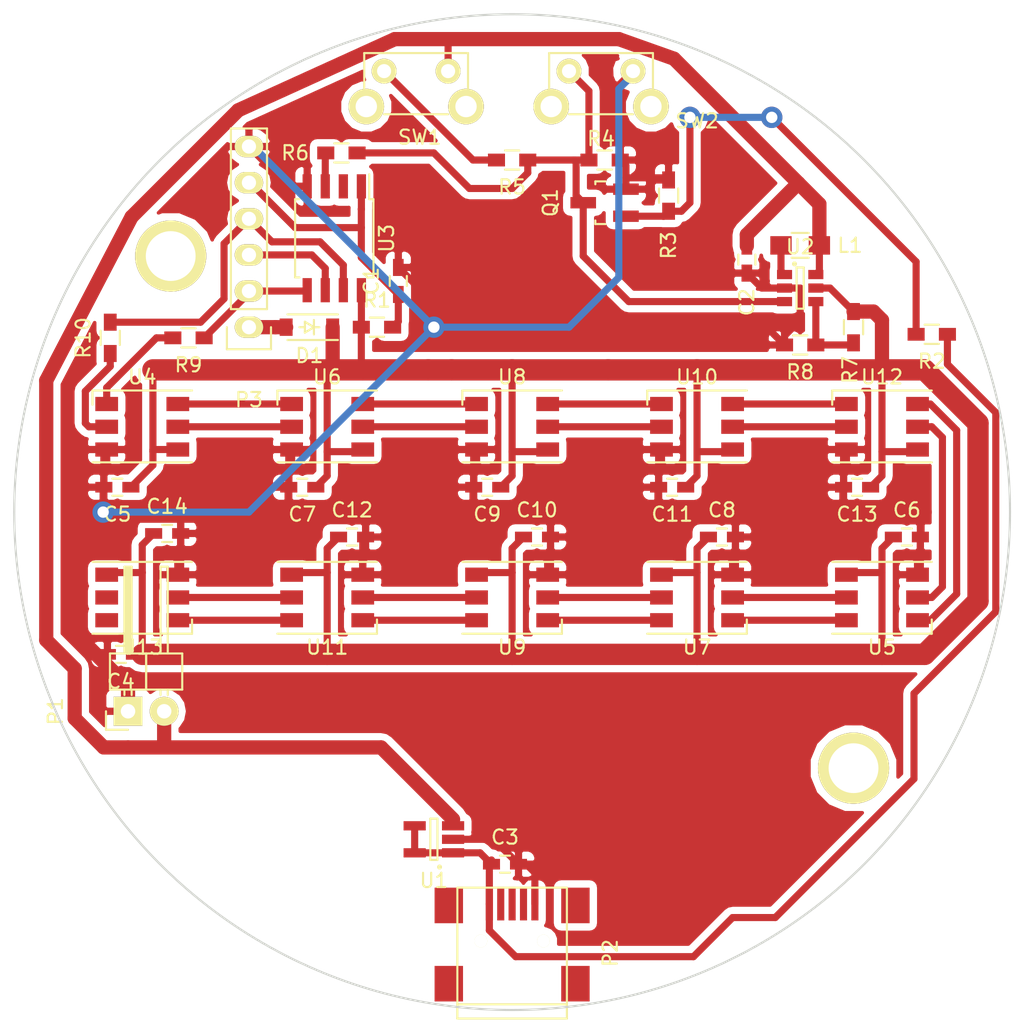
<source format=kicad_pcb>
(kicad_pcb (version 4) (host pcbnew 4.0.2-stable)

  (general
    (links 113)
    (no_connects 3)
    (area 14.924999 14.924999 85.075001 85.075001)
    (thickness 1.6)
    (drawings 1)
    (tracks 325)
    (zones 0)
    (modules 47)
    (nets 43)
  )

  (page A4)
  (layers
    (0 F.Cu signal)
    (31 B.Cu signal)
    (32 B.Adhes user)
    (33 F.Adhes user)
    (34 B.Paste user)
    (35 F.Paste user)
    (36 B.SilkS user)
    (37 F.SilkS user)
    (38 B.Mask user)
    (39 F.Mask user)
    (40 Dwgs.User user)
    (41 Cmts.User user)
    (42 Eco1.User user)
    (43 Eco2.User user)
    (44 Edge.Cuts user)
    (45 Margin user)
    (46 B.CrtYd user)
    (47 F.CrtYd user)
    (48 B.Fab user)
    (49 F.Fab user)
  )

  (setup
    (last_trace_width 0.5)
    (user_trace_width 0.35)
    (user_trace_width 0.5)
    (user_trace_width 1)
    (user_trace_width 1.5)
    (user_trace_width 2)
    (trace_clearance 0.2)
    (zone_clearance 0.508)
    (zone_45_only no)
    (trace_min 0.2)
    (segment_width 0.2)
    (edge_width 0.15)
    (via_size 0.6)
    (via_drill 0.4)
    (via_min_size 0.4)
    (via_min_drill 0.3)
    (user_via 1.5 0.8)
    (uvia_size 0.3)
    (uvia_drill 0.1)
    (uvias_allowed no)
    (uvia_min_size 0.2)
    (uvia_min_drill 0.1)
    (pcb_text_width 0.3)
    (pcb_text_size 1.5 1.5)
    (mod_edge_width 0.15)
    (mod_text_size 1 1)
    (mod_text_width 0.15)
    (pad_size 2.5 2.5)
    (pad_drill 1.5)
    (pad_to_mask_clearance 0.2)
    (aux_axis_origin 0 0)
    (visible_elements 7FFFFFFF)
    (pcbplotparams
      (layerselection 0x00030_80000001)
      (usegerberextensions false)
      (excludeedgelayer true)
      (linewidth 0.100000)
      (plotframeref false)
      (viasonmask false)
      (mode 1)
      (useauxorigin false)
      (hpglpennumber 1)
      (hpglpenspeed 20)
      (hpglpendiameter 15)
      (hpglpenoverlay 2)
      (psnegative false)
      (psa4output false)
      (plotreference true)
      (plotvalue true)
      (plotinvisibletext false)
      (padsonsilk false)
      (subtractmaskfromsilk false)
      (outputformat 1)
      (mirror false)
      (drillshape 1)
      (scaleselection 1)
      (outputdirectory ""))
  )

  (net 0 "")
  (net 1 ~RST)
  (net 2 GND)
  (net 3 CHARGE)
  (net 4 +5C)
  (net 5 +5V)
  (net 6 "Net-(D1-Pad2)")
  (net 7 "Net-(L1-Pad2)")
  (net 8 "Net-(P2-Pad2)")
  (net 9 "Net-(P2-Pad3)")
  (net 10 MOSI)
  (net 11 MISO)
  (net 12 SCLK)
  (net 13 "Net-(Q1-Pad1)")
  (net 14 "Net-(Q1-Pad3)")
  (net 15 "Net-(R5-Pad2)")
  (net 16 PWR_EN)
  (net 17 "Net-(R7-Pad2)")
  (net 18 "Net-(R9-Pad2)")
  (net 19 "Net-(R10-Pad1)")
  (net 20 "Net-(U3-Pad2)")
  (net 21 "Net-(U4-Pad5)")
  (net 22 "Net-(U4-Pad6)")
  (net 23 "Net-(U5-Pad5)")
  (net 24 "Net-(U5-Pad6)")
  (net 25 "Net-(U12-Pad5)")
  (net 26 "Net-(U12-Pad6)")
  (net 27 "Net-(U6-Pad5)")
  (net 28 "Net-(U6-Pad6)")
  (net 29 "Net-(U7-Pad5)")
  (net 30 "Net-(U7-Pad6)")
  (net 31 "Net-(U10-Pad2)")
  (net 32 "Net-(U10-Pad1)")
  (net 33 "Net-(U11-Pad2)")
  (net 34 "Net-(U11-Pad1)")
  (net 35 "Net-(U10-Pad5)")
  (net 36 "Net-(U10-Pad6)")
  (net 37 "Net-(U11-Pad5)")
  (net 38 "Net-(U11-Pad6)")
  (net 39 "Net-(U13-Pad5)")
  (net 40 "Net-(U13-Pad6)")
  (net 41 "Net-(P2-Pad4)")
  (net 42 "Net-(P2-Pad6)")

  (net_class Default "This is the default net class."
    (clearance 0.2)
    (trace_width 0.25)
    (via_dia 0.6)
    (via_drill 0.4)
    (uvia_dia 0.3)
    (uvia_drill 0.1)
    (add_net +5C)
    (add_net +5V)
    (add_net CHARGE)
    (add_net GND)
    (add_net MISO)
    (add_net MOSI)
    (add_net "Net-(D1-Pad2)")
    (add_net "Net-(L1-Pad2)")
    (add_net "Net-(P2-Pad2)")
    (add_net "Net-(P2-Pad3)")
    (add_net "Net-(P2-Pad4)")
    (add_net "Net-(P2-Pad6)")
    (add_net "Net-(Q1-Pad1)")
    (add_net "Net-(Q1-Pad3)")
    (add_net "Net-(R10-Pad1)")
    (add_net "Net-(R5-Pad2)")
    (add_net "Net-(R7-Pad2)")
    (add_net "Net-(R9-Pad2)")
    (add_net "Net-(U10-Pad1)")
    (add_net "Net-(U10-Pad2)")
    (add_net "Net-(U10-Pad5)")
    (add_net "Net-(U10-Pad6)")
    (add_net "Net-(U11-Pad1)")
    (add_net "Net-(U11-Pad2)")
    (add_net "Net-(U11-Pad5)")
    (add_net "Net-(U11-Pad6)")
    (add_net "Net-(U12-Pad5)")
    (add_net "Net-(U12-Pad6)")
    (add_net "Net-(U13-Pad5)")
    (add_net "Net-(U13-Pad6)")
    (add_net "Net-(U3-Pad2)")
    (add_net "Net-(U4-Pad5)")
    (add_net "Net-(U4-Pad6)")
    (add_net "Net-(U5-Pad5)")
    (add_net "Net-(U5-Pad6)")
    (add_net "Net-(U6-Pad5)")
    (add_net "Net-(U6-Pad6)")
    (add_net "Net-(U7-Pad5)")
    (add_net "Net-(U7-Pad6)")
    (add_net PWR_EN)
    (add_net SCLK)
    (add_net ~RST)
  )

  (module Capacitors_SMD:C_0603_HandSoldering (layer F.Cu) (tedit 541A9B4D) (tstamp 579D2033)
    (at 42 33.75 90)
    (descr "Capacitor SMD 0603, hand soldering")
    (tags "capacitor 0603")
    (path /5732EB0C)
    (attr smd)
    (fp_text reference C1 (at 0 -1.9 90) (layer F.SilkS)
      (effects (font (size 1 1) (thickness 0.15)))
    )
    (fp_text value 10nF (at 0 1.9 90) (layer F.Fab)
      (effects (font (size 1 1) (thickness 0.15)))
    )
    (fp_line (start -1.85 -0.75) (end 1.85 -0.75) (layer F.CrtYd) (width 0.05))
    (fp_line (start -1.85 0.75) (end 1.85 0.75) (layer F.CrtYd) (width 0.05))
    (fp_line (start -1.85 -0.75) (end -1.85 0.75) (layer F.CrtYd) (width 0.05))
    (fp_line (start 1.85 -0.75) (end 1.85 0.75) (layer F.CrtYd) (width 0.05))
    (fp_line (start -0.35 -0.6) (end 0.35 -0.6) (layer F.SilkS) (width 0.15))
    (fp_line (start 0.35 0.6) (end -0.35 0.6) (layer F.SilkS) (width 0.15))
    (pad 1 smd rect (at -0.95 0 90) (size 1.2 0.75) (layers F.Cu F.Paste F.Mask)
      (net 1 ~RST))
    (pad 2 smd rect (at 0.95 0 90) (size 1.2 0.75) (layers F.Cu F.Paste F.Mask)
      (net 2 GND))
    (model Capacitors_SMD.3dshapes/C_0603_HandSoldering.wrl
      (at (xyz 0 0 0))
      (scale (xyz 1 1 1))
      (rotate (xyz 0 0 0))
    )
  )

  (module Capacitors_SMD:C_0603_HandSoldering (layer F.Cu) (tedit 57B7E645) (tstamp 579D203F)
    (at 66.5 32.25 270)
    (descr "Capacitor SMD 0603, hand soldering")
    (tags "capacitor 0603")
    (path /573015B8)
    (attr smd)
    (fp_text reference C2 (at 3 0 270) (layer F.SilkS)
      (effects (font (size 1 1) (thickness 0.15)))
    )
    (fp_text value 4,7uF (at 0 1.9 270) (layer F.Fab)
      (effects (font (size 1 1) (thickness 0.15)))
    )
    (fp_line (start -1.85 -0.75) (end 1.85 -0.75) (layer F.CrtYd) (width 0.05))
    (fp_line (start -1.85 0.75) (end 1.85 0.75) (layer F.CrtYd) (width 0.05))
    (fp_line (start -1.85 -0.75) (end -1.85 0.75) (layer F.CrtYd) (width 0.05))
    (fp_line (start 1.85 -0.75) (end 1.85 0.75) (layer F.CrtYd) (width 0.05))
    (fp_line (start -0.35 -0.6) (end 0.35 -0.6) (layer F.SilkS) (width 0.15))
    (fp_line (start 0.35 0.6) (end -0.35 0.6) (layer F.SilkS) (width 0.15))
    (pad 1 smd rect (at -0.95 0 270) (size 1.2 0.75) (layers F.Cu F.Paste F.Mask)
      (net 3 CHARGE))
    (pad 2 smd rect (at 0.95 0 270) (size 1.2 0.75) (layers F.Cu F.Paste F.Mask)
      (net 2 GND))
    (model Capacitors_SMD.3dshapes/C_0603_HandSoldering.wrl
      (at (xyz 0 0 0))
      (scale (xyz 1 1 1))
      (rotate (xyz 0 0 0))
    )
  )

  (module Capacitors_SMD:C_0603_HandSoldering (layer F.Cu) (tedit 541A9B4D) (tstamp 579D204B)
    (at 49.5 74.75)
    (descr "Capacitor SMD 0603, hand soldering")
    (tags "capacitor 0603")
    (path /579C3ED6)
    (attr smd)
    (fp_text reference C3 (at 0 -1.9) (layer F.SilkS)
      (effects (font (size 1 1) (thickness 0.15)))
    )
    (fp_text value 1uF (at 0 1.9) (layer F.Fab)
      (effects (font (size 1 1) (thickness 0.15)))
    )
    (fp_line (start -1.85 -0.75) (end 1.85 -0.75) (layer F.CrtYd) (width 0.05))
    (fp_line (start -1.85 0.75) (end 1.85 0.75) (layer F.CrtYd) (width 0.05))
    (fp_line (start -1.85 -0.75) (end -1.85 0.75) (layer F.CrtYd) (width 0.05))
    (fp_line (start 1.85 -0.75) (end 1.85 0.75) (layer F.CrtYd) (width 0.05))
    (fp_line (start -0.35 -0.6) (end 0.35 -0.6) (layer F.SilkS) (width 0.15))
    (fp_line (start 0.35 0.6) (end -0.35 0.6) (layer F.SilkS) (width 0.15))
    (pad 1 smd rect (at -0.95 0) (size 1.2 0.75) (layers F.Cu F.Paste F.Mask)
      (net 4 +5C))
    (pad 2 smd rect (at 0.95 0) (size 1.2 0.75) (layers F.Cu F.Paste F.Mask)
      (net 2 GND))
    (model Capacitors_SMD.3dshapes/C_0603_HandSoldering.wrl
      (at (xyz 0 0 0))
      (scale (xyz 1 1 1))
      (rotate (xyz 0 0 0))
    )
  )

  (module Capacitors_SMD:C_0603_HandSoldering (layer F.Cu) (tedit 541A9B4D) (tstamp 579D2057)
    (at 22.5 60 180)
    (descr "Capacitor SMD 0603, hand soldering")
    (tags "capacitor 0603")
    (path /573011F9)
    (attr smd)
    (fp_text reference C4 (at 0 -1.9 180) (layer F.SilkS)
      (effects (font (size 1 1) (thickness 0.15)))
    )
    (fp_text value 10uF (at 0 1.9 180) (layer F.Fab)
      (effects (font (size 1 1) (thickness 0.15)))
    )
    (fp_line (start -1.85 -0.75) (end 1.85 -0.75) (layer F.CrtYd) (width 0.05))
    (fp_line (start -1.85 0.75) (end 1.85 0.75) (layer F.CrtYd) (width 0.05))
    (fp_line (start -1.85 -0.75) (end -1.85 0.75) (layer F.CrtYd) (width 0.05))
    (fp_line (start 1.85 -0.75) (end 1.85 0.75) (layer F.CrtYd) (width 0.05))
    (fp_line (start -0.35 -0.6) (end 0.35 -0.6) (layer F.SilkS) (width 0.15))
    (fp_line (start 0.35 0.6) (end -0.35 0.6) (layer F.SilkS) (width 0.15))
    (pad 1 smd rect (at -0.95 0 180) (size 1.2 0.75) (layers F.Cu F.Paste F.Mask)
      (net 5 +5V))
    (pad 2 smd rect (at 0.95 0 180) (size 1.2 0.75) (layers F.Cu F.Paste F.Mask)
      (net 2 GND))
    (model Capacitors_SMD.3dshapes/C_0603_HandSoldering.wrl
      (at (xyz 0 0 0))
      (scale (xyz 1 1 1))
      (rotate (xyz 0 0 0))
    )
  )

  (module Capacitors_SMD:C_0603_HandSoldering (layer F.Cu) (tedit 541A9B4D) (tstamp 579D2063)
    (at 22.25 48.25 180)
    (descr "Capacitor SMD 0603, hand soldering")
    (tags "capacitor 0603")
    (path /5732B026)
    (attr smd)
    (fp_text reference C5 (at 0 -1.9 180) (layer F.SilkS)
      (effects (font (size 1 1) (thickness 0.15)))
    )
    (fp_text value 1uF (at 0 1.9 180) (layer F.Fab)
      (effects (font (size 1 1) (thickness 0.15)))
    )
    (fp_line (start -1.85 -0.75) (end 1.85 -0.75) (layer F.CrtYd) (width 0.05))
    (fp_line (start -1.85 0.75) (end 1.85 0.75) (layer F.CrtYd) (width 0.05))
    (fp_line (start -1.85 -0.75) (end -1.85 0.75) (layer F.CrtYd) (width 0.05))
    (fp_line (start 1.85 -0.75) (end 1.85 0.75) (layer F.CrtYd) (width 0.05))
    (fp_line (start -0.35 -0.6) (end 0.35 -0.6) (layer F.SilkS) (width 0.15))
    (fp_line (start 0.35 0.6) (end -0.35 0.6) (layer F.SilkS) (width 0.15))
    (pad 1 smd rect (at -0.95 0 180) (size 1.2 0.75) (layers F.Cu F.Paste F.Mask)
      (net 5 +5V))
    (pad 2 smd rect (at 0.95 0 180) (size 1.2 0.75) (layers F.Cu F.Paste F.Mask)
      (net 2 GND))
    (model Capacitors_SMD.3dshapes/C_0603_HandSoldering.wrl
      (at (xyz 0 0 0))
      (scale (xyz 1 1 1))
      (rotate (xyz 0 0 0))
    )
  )

  (module Capacitors_SMD:C_0603_HandSoldering (layer F.Cu) (tedit 541A9B4D) (tstamp 579D206F)
    (at 77.75 51.75)
    (descr "Capacitor SMD 0603, hand soldering")
    (tags "capacitor 0603")
    (path /5732B03F)
    (attr smd)
    (fp_text reference C6 (at 0 -1.9) (layer F.SilkS)
      (effects (font (size 1 1) (thickness 0.15)))
    )
    (fp_text value 1uF (at 0 1.9) (layer F.Fab)
      (effects (font (size 1 1) (thickness 0.15)))
    )
    (fp_line (start -1.85 -0.75) (end 1.85 -0.75) (layer F.CrtYd) (width 0.05))
    (fp_line (start -1.85 0.75) (end 1.85 0.75) (layer F.CrtYd) (width 0.05))
    (fp_line (start -1.85 -0.75) (end -1.85 0.75) (layer F.CrtYd) (width 0.05))
    (fp_line (start 1.85 -0.75) (end 1.85 0.75) (layer F.CrtYd) (width 0.05))
    (fp_line (start -0.35 -0.6) (end 0.35 -0.6) (layer F.SilkS) (width 0.15))
    (fp_line (start 0.35 0.6) (end -0.35 0.6) (layer F.SilkS) (width 0.15))
    (pad 1 smd rect (at -0.95 0) (size 1.2 0.75) (layers F.Cu F.Paste F.Mask)
      (net 5 +5V))
    (pad 2 smd rect (at 0.95 0) (size 1.2 0.75) (layers F.Cu F.Paste F.Mask)
      (net 2 GND))
    (model Capacitors_SMD.3dshapes/C_0603_HandSoldering.wrl
      (at (xyz 0 0 0))
      (scale (xyz 1 1 1))
      (rotate (xyz 0 0 0))
    )
  )

  (module Capacitors_SMD:C_0603_HandSoldering (layer F.Cu) (tedit 541A9B4D) (tstamp 579D207B)
    (at 35.25 48.25 180)
    (descr "Capacitor SMD 0603, hand soldering")
    (tags "capacitor 0603")
    (path /5732B02B)
    (attr smd)
    (fp_text reference C7 (at 0 -1.9 180) (layer F.SilkS)
      (effects (font (size 1 1) (thickness 0.15)))
    )
    (fp_text value 1uF (at 0 1.9 180) (layer F.Fab)
      (effects (font (size 1 1) (thickness 0.15)))
    )
    (fp_line (start -1.85 -0.75) (end 1.85 -0.75) (layer F.CrtYd) (width 0.05))
    (fp_line (start -1.85 0.75) (end 1.85 0.75) (layer F.CrtYd) (width 0.05))
    (fp_line (start -1.85 -0.75) (end -1.85 0.75) (layer F.CrtYd) (width 0.05))
    (fp_line (start 1.85 -0.75) (end 1.85 0.75) (layer F.CrtYd) (width 0.05))
    (fp_line (start -0.35 -0.6) (end 0.35 -0.6) (layer F.SilkS) (width 0.15))
    (fp_line (start 0.35 0.6) (end -0.35 0.6) (layer F.SilkS) (width 0.15))
    (pad 1 smd rect (at -0.95 0 180) (size 1.2 0.75) (layers F.Cu F.Paste F.Mask)
      (net 5 +5V))
    (pad 2 smd rect (at 0.95 0 180) (size 1.2 0.75) (layers F.Cu F.Paste F.Mask)
      (net 2 GND))
    (model Capacitors_SMD.3dshapes/C_0603_HandSoldering.wrl
      (at (xyz 0 0 0))
      (scale (xyz 1 1 1))
      (rotate (xyz 0 0 0))
    )
  )

  (module Capacitors_SMD:C_0603_HandSoldering (layer F.Cu) (tedit 541A9B4D) (tstamp 579D2087)
    (at 64.75 51.75)
    (descr "Capacitor SMD 0603, hand soldering")
    (tags "capacitor 0603")
    (path /5732B044)
    (attr smd)
    (fp_text reference C8 (at 0 -1.9) (layer F.SilkS)
      (effects (font (size 1 1) (thickness 0.15)))
    )
    (fp_text value 1uF (at 0 1.9) (layer F.Fab)
      (effects (font (size 1 1) (thickness 0.15)))
    )
    (fp_line (start -1.85 -0.75) (end 1.85 -0.75) (layer F.CrtYd) (width 0.05))
    (fp_line (start -1.85 0.75) (end 1.85 0.75) (layer F.CrtYd) (width 0.05))
    (fp_line (start -1.85 -0.75) (end -1.85 0.75) (layer F.CrtYd) (width 0.05))
    (fp_line (start 1.85 -0.75) (end 1.85 0.75) (layer F.CrtYd) (width 0.05))
    (fp_line (start -0.35 -0.6) (end 0.35 -0.6) (layer F.SilkS) (width 0.15))
    (fp_line (start 0.35 0.6) (end -0.35 0.6) (layer F.SilkS) (width 0.15))
    (pad 1 smd rect (at -0.95 0) (size 1.2 0.75) (layers F.Cu F.Paste F.Mask)
      (net 5 +5V))
    (pad 2 smd rect (at 0.95 0) (size 1.2 0.75) (layers F.Cu F.Paste F.Mask)
      (net 2 GND))
    (model Capacitors_SMD.3dshapes/C_0603_HandSoldering.wrl
      (at (xyz 0 0 0))
      (scale (xyz 1 1 1))
      (rotate (xyz 0 0 0))
    )
  )

  (module Capacitors_SMD:C_0603_HandSoldering (layer F.Cu) (tedit 541A9B4D) (tstamp 579D2093)
    (at 48.25 48.25 180)
    (descr "Capacitor SMD 0603, hand soldering")
    (tags "capacitor 0603")
    (path /5732B030)
    (attr smd)
    (fp_text reference C9 (at 0 -1.9 180) (layer F.SilkS)
      (effects (font (size 1 1) (thickness 0.15)))
    )
    (fp_text value 1uF (at 0 1.9 180) (layer F.Fab)
      (effects (font (size 1 1) (thickness 0.15)))
    )
    (fp_line (start -1.85 -0.75) (end 1.85 -0.75) (layer F.CrtYd) (width 0.05))
    (fp_line (start -1.85 0.75) (end 1.85 0.75) (layer F.CrtYd) (width 0.05))
    (fp_line (start -1.85 -0.75) (end -1.85 0.75) (layer F.CrtYd) (width 0.05))
    (fp_line (start 1.85 -0.75) (end 1.85 0.75) (layer F.CrtYd) (width 0.05))
    (fp_line (start -0.35 -0.6) (end 0.35 -0.6) (layer F.SilkS) (width 0.15))
    (fp_line (start 0.35 0.6) (end -0.35 0.6) (layer F.SilkS) (width 0.15))
    (pad 1 smd rect (at -0.95 0 180) (size 1.2 0.75) (layers F.Cu F.Paste F.Mask)
      (net 5 +5V))
    (pad 2 smd rect (at 0.95 0 180) (size 1.2 0.75) (layers F.Cu F.Paste F.Mask)
      (net 2 GND))
    (model Capacitors_SMD.3dshapes/C_0603_HandSoldering.wrl
      (at (xyz 0 0 0))
      (scale (xyz 1 1 1))
      (rotate (xyz 0 0 0))
    )
  )

  (module Capacitors_SMD:C_0603_HandSoldering (layer F.Cu) (tedit 541A9B4D) (tstamp 579D209F)
    (at 51.75 51.75)
    (descr "Capacitor SMD 0603, hand soldering")
    (tags "capacitor 0603")
    (path /5732B049)
    (attr smd)
    (fp_text reference C10 (at 0 -1.9) (layer F.SilkS)
      (effects (font (size 1 1) (thickness 0.15)))
    )
    (fp_text value 1uF (at 0 1.9) (layer F.Fab)
      (effects (font (size 1 1) (thickness 0.15)))
    )
    (fp_line (start -1.85 -0.75) (end 1.85 -0.75) (layer F.CrtYd) (width 0.05))
    (fp_line (start -1.85 0.75) (end 1.85 0.75) (layer F.CrtYd) (width 0.05))
    (fp_line (start -1.85 -0.75) (end -1.85 0.75) (layer F.CrtYd) (width 0.05))
    (fp_line (start 1.85 -0.75) (end 1.85 0.75) (layer F.CrtYd) (width 0.05))
    (fp_line (start -0.35 -0.6) (end 0.35 -0.6) (layer F.SilkS) (width 0.15))
    (fp_line (start 0.35 0.6) (end -0.35 0.6) (layer F.SilkS) (width 0.15))
    (pad 1 smd rect (at -0.95 0) (size 1.2 0.75) (layers F.Cu F.Paste F.Mask)
      (net 5 +5V))
    (pad 2 smd rect (at 0.95 0) (size 1.2 0.75) (layers F.Cu F.Paste F.Mask)
      (net 2 GND))
    (model Capacitors_SMD.3dshapes/C_0603_HandSoldering.wrl
      (at (xyz 0 0 0))
      (scale (xyz 1 1 1))
      (rotate (xyz 0 0 0))
    )
  )

  (module Capacitors_SMD:C_0603_HandSoldering (layer F.Cu) (tedit 541A9B4D) (tstamp 579D20AB)
    (at 61.25 48.25 180)
    (descr "Capacitor SMD 0603, hand soldering")
    (tags "capacitor 0603")
    (path /5732B035)
    (attr smd)
    (fp_text reference C11 (at 0 -1.9 180) (layer F.SilkS)
      (effects (font (size 1 1) (thickness 0.15)))
    )
    (fp_text value 1uF (at 0 1.9 180) (layer F.Fab)
      (effects (font (size 1 1) (thickness 0.15)))
    )
    (fp_line (start -1.85 -0.75) (end 1.85 -0.75) (layer F.CrtYd) (width 0.05))
    (fp_line (start -1.85 0.75) (end 1.85 0.75) (layer F.CrtYd) (width 0.05))
    (fp_line (start -1.85 -0.75) (end -1.85 0.75) (layer F.CrtYd) (width 0.05))
    (fp_line (start 1.85 -0.75) (end 1.85 0.75) (layer F.CrtYd) (width 0.05))
    (fp_line (start -0.35 -0.6) (end 0.35 -0.6) (layer F.SilkS) (width 0.15))
    (fp_line (start 0.35 0.6) (end -0.35 0.6) (layer F.SilkS) (width 0.15))
    (pad 1 smd rect (at -0.95 0 180) (size 1.2 0.75) (layers F.Cu F.Paste F.Mask)
      (net 5 +5V))
    (pad 2 smd rect (at 0.95 0 180) (size 1.2 0.75) (layers F.Cu F.Paste F.Mask)
      (net 2 GND))
    (model Capacitors_SMD.3dshapes/C_0603_HandSoldering.wrl
      (at (xyz 0 0 0))
      (scale (xyz 1 1 1))
      (rotate (xyz 0 0 0))
    )
  )

  (module Capacitors_SMD:C_0603_HandSoldering (layer F.Cu) (tedit 541A9B4D) (tstamp 579D20B7)
    (at 38.75 51.75)
    (descr "Capacitor SMD 0603, hand soldering")
    (tags "capacitor 0603")
    (path /5732B04E)
    (attr smd)
    (fp_text reference C12 (at 0 -1.9) (layer F.SilkS)
      (effects (font (size 1 1) (thickness 0.15)))
    )
    (fp_text value 1uF (at 0 1.9) (layer F.Fab)
      (effects (font (size 1 1) (thickness 0.15)))
    )
    (fp_line (start -1.85 -0.75) (end 1.85 -0.75) (layer F.CrtYd) (width 0.05))
    (fp_line (start -1.85 0.75) (end 1.85 0.75) (layer F.CrtYd) (width 0.05))
    (fp_line (start -1.85 -0.75) (end -1.85 0.75) (layer F.CrtYd) (width 0.05))
    (fp_line (start 1.85 -0.75) (end 1.85 0.75) (layer F.CrtYd) (width 0.05))
    (fp_line (start -0.35 -0.6) (end 0.35 -0.6) (layer F.SilkS) (width 0.15))
    (fp_line (start 0.35 0.6) (end -0.35 0.6) (layer F.SilkS) (width 0.15))
    (pad 1 smd rect (at -0.95 0) (size 1.2 0.75) (layers F.Cu F.Paste F.Mask)
      (net 5 +5V))
    (pad 2 smd rect (at 0.95 0) (size 1.2 0.75) (layers F.Cu F.Paste F.Mask)
      (net 2 GND))
    (model Capacitors_SMD.3dshapes/C_0603_HandSoldering.wrl
      (at (xyz 0 0 0))
      (scale (xyz 1 1 1))
      (rotate (xyz 0 0 0))
    )
  )

  (module Capacitors_SMD:C_0603_HandSoldering (layer F.Cu) (tedit 541A9B4D) (tstamp 579D20C3)
    (at 74.25 48.25 180)
    (descr "Capacitor SMD 0603, hand soldering")
    (tags "capacitor 0603")
    (path /5732B03A)
    (attr smd)
    (fp_text reference C13 (at 0 -1.9 180) (layer F.SilkS)
      (effects (font (size 1 1) (thickness 0.15)))
    )
    (fp_text value 1uF (at 0 1.9 180) (layer F.Fab)
      (effects (font (size 1 1) (thickness 0.15)))
    )
    (fp_line (start -1.85 -0.75) (end 1.85 -0.75) (layer F.CrtYd) (width 0.05))
    (fp_line (start -1.85 0.75) (end 1.85 0.75) (layer F.CrtYd) (width 0.05))
    (fp_line (start -1.85 -0.75) (end -1.85 0.75) (layer F.CrtYd) (width 0.05))
    (fp_line (start 1.85 -0.75) (end 1.85 0.75) (layer F.CrtYd) (width 0.05))
    (fp_line (start -0.35 -0.6) (end 0.35 -0.6) (layer F.SilkS) (width 0.15))
    (fp_line (start 0.35 0.6) (end -0.35 0.6) (layer F.SilkS) (width 0.15))
    (pad 1 smd rect (at -0.95 0 180) (size 1.2 0.75) (layers F.Cu F.Paste F.Mask)
      (net 5 +5V))
    (pad 2 smd rect (at 0.95 0 180) (size 1.2 0.75) (layers F.Cu F.Paste F.Mask)
      (net 2 GND))
    (model Capacitors_SMD.3dshapes/C_0603_HandSoldering.wrl
      (at (xyz 0 0 0))
      (scale (xyz 1 1 1))
      (rotate (xyz 0 0 0))
    )
  )

  (module Capacitors_SMD:C_0603_HandSoldering (layer F.Cu) (tedit 541A9B4D) (tstamp 579D20CF)
    (at 25.75 51.5)
    (descr "Capacitor SMD 0603, hand soldering")
    (tags "capacitor 0603")
    (path /5732B053)
    (attr smd)
    (fp_text reference C14 (at 0 -1.9) (layer F.SilkS)
      (effects (font (size 1 1) (thickness 0.15)))
    )
    (fp_text value 1uF (at 0 1.9) (layer F.Fab)
      (effects (font (size 1 1) (thickness 0.15)))
    )
    (fp_line (start -1.85 -0.75) (end 1.85 -0.75) (layer F.CrtYd) (width 0.05))
    (fp_line (start -1.85 0.75) (end 1.85 0.75) (layer F.CrtYd) (width 0.05))
    (fp_line (start -1.85 -0.75) (end -1.85 0.75) (layer F.CrtYd) (width 0.05))
    (fp_line (start 1.85 -0.75) (end 1.85 0.75) (layer F.CrtYd) (width 0.05))
    (fp_line (start -0.35 -0.6) (end 0.35 -0.6) (layer F.SilkS) (width 0.15))
    (fp_line (start 0.35 0.6) (end -0.35 0.6) (layer F.SilkS) (width 0.15))
    (pad 1 smd rect (at -0.95 0) (size 1.2 0.75) (layers F.Cu F.Paste F.Mask)
      (net 5 +5V))
    (pad 2 smd rect (at 0.95 0) (size 1.2 0.75) (layers F.Cu F.Paste F.Mask)
      (net 2 GND))
    (model Capacitors_SMD.3dshapes/C_0603_HandSoldering.wrl
      (at (xyz 0 0 0))
      (scale (xyz 1 1 1))
      (rotate (xyz 0 0 0))
    )
  )

  (module Diodes_SMD:SOD-123 (layer F.Cu) (tedit 57B7E6EA) (tstamp 579D20E1)
    (at 35.75 37 180)
    (descr SOD-123)
    (tags SOD-123)
    (path /57340381)
    (attr smd)
    (fp_text reference D1 (at 0 -2 180) (layer F.SilkS)
      (effects (font (size 1 1) (thickness 0.15)))
    )
    (fp_text value MBR0520LT1G (at -14.75 -1.5 180) (layer F.Fab) hide
      (effects (font (size 1 1) (thickness 0.15)))
    )
    (fp_line (start 0.3175 0) (end 0.6985 0) (layer F.SilkS) (width 0.15))
    (fp_line (start -0.6985 0) (end -0.3175 0) (layer F.SilkS) (width 0.15))
    (fp_line (start -0.3175 0) (end 0.3175 -0.381) (layer F.SilkS) (width 0.15))
    (fp_line (start 0.3175 -0.381) (end 0.3175 0.381) (layer F.SilkS) (width 0.15))
    (fp_line (start 0.3175 0.381) (end -0.3175 0) (layer F.SilkS) (width 0.15))
    (fp_line (start -0.3175 -0.508) (end -0.3175 0.508) (layer F.SilkS) (width 0.15))
    (fp_line (start -2.25 -1.05) (end 2.25 -1.05) (layer F.CrtYd) (width 0.05))
    (fp_line (start 2.25 -1.05) (end 2.25 1.05) (layer F.CrtYd) (width 0.05))
    (fp_line (start 2.25 1.05) (end -2.25 1.05) (layer F.CrtYd) (width 0.05))
    (fp_line (start -2.25 -1.05) (end -2.25 1.05) (layer F.CrtYd) (width 0.05))
    (fp_line (start -2 0.9) (end 1.54 0.9) (layer F.SilkS) (width 0.15))
    (fp_line (start -2 -0.9) (end 1.54 -0.9) (layer F.SilkS) (width 0.15))
    (pad 1 smd rect (at -1.635 0 180) (size 0.91 1.22) (layers F.Cu F.Paste F.Mask)
      (net 5 +5V))
    (pad 2 smd rect (at 1.635 0 180) (size 0.91 1.22) (layers F.Cu F.Paste F.Mask)
      (net 6 "Net-(D1-Pad2)"))
  )

  (module Resistors_SMD:R_0805_HandSoldering (layer F.Cu) (tedit 57B7E63D) (tstamp 579D20ED)
    (at 70.25 31.25 180)
    (descr "Resistor SMD 0805, hand soldering")
    (tags "resistor 0805")
    (path /57301102)
    (attr smd)
    (fp_text reference L1 (at -3.5 0 180) (layer F.SilkS)
      (effects (font (size 1 1) (thickness 0.15)))
    )
    (fp_text value 4,7uH (at 0 2.1 180) (layer F.Fab)
      (effects (font (size 1 1) (thickness 0.15)))
    )
    (fp_line (start -2.4 -1) (end 2.4 -1) (layer F.CrtYd) (width 0.05))
    (fp_line (start -2.4 1) (end 2.4 1) (layer F.CrtYd) (width 0.05))
    (fp_line (start -2.4 -1) (end -2.4 1) (layer F.CrtYd) (width 0.05))
    (fp_line (start 2.4 -1) (end 2.4 1) (layer F.CrtYd) (width 0.05))
    (fp_line (start 0.6 0.875) (end -0.6 0.875) (layer F.SilkS) (width 0.15))
    (fp_line (start -0.6 -0.875) (end 0.6 -0.875) (layer F.SilkS) (width 0.15))
    (pad 1 smd rect (at -1.35 0 180) (size 1.5 1.3) (layers F.Cu F.Paste F.Mask)
      (net 3 CHARGE))
    (pad 2 smd rect (at 1.35 0 180) (size 1.5 1.3) (layers F.Cu F.Paste F.Mask)
      (net 7 "Net-(L1-Pad2)"))
    (model Resistors_SMD.3dshapes/R_0805_HandSoldering.wrl
      (at (xyz 0 0 0))
      (scale (xyz 1 1 1))
      (rotate (xyz 0 0 0))
    )
  )

  (module Pin_Headers:Pin_Header_Angled_1x02 (layer F.Cu) (tedit 0) (tstamp 579D2110)
    (at 23 64 90)
    (descr "Through hole pin header")
    (tags "pin header")
    (path /57300942)
    (fp_text reference P1 (at 0 -5.1 90) (layer F.SilkS)
      (effects (font (size 1 1) (thickness 0.15)))
    )
    (fp_text value Battery (at 0 -3.1 90) (layer F.Fab)
      (effects (font (size 1 1) (thickness 0.15)))
    )
    (fp_line (start -1.5 -1.75) (end -1.5 4.3) (layer F.CrtYd) (width 0.05))
    (fp_line (start 10.65 -1.75) (end 10.65 4.3) (layer F.CrtYd) (width 0.05))
    (fp_line (start -1.5 -1.75) (end 10.65 -1.75) (layer F.CrtYd) (width 0.05))
    (fp_line (start -1.5 4.3) (end 10.65 4.3) (layer F.CrtYd) (width 0.05))
    (fp_line (start -1.3 -1.55) (end -1.3 0) (layer F.SilkS) (width 0.15))
    (fp_line (start 0 -1.55) (end -1.3 -1.55) (layer F.SilkS) (width 0.15))
    (fp_line (start 4.191 -0.127) (end 10.033 -0.127) (layer F.SilkS) (width 0.15))
    (fp_line (start 10.033 -0.127) (end 10.033 0.127) (layer F.SilkS) (width 0.15))
    (fp_line (start 10.033 0.127) (end 4.191 0.127) (layer F.SilkS) (width 0.15))
    (fp_line (start 4.191 0.127) (end 4.191 0) (layer F.SilkS) (width 0.15))
    (fp_line (start 4.191 0) (end 10.033 0) (layer F.SilkS) (width 0.15))
    (fp_line (start 1.524 -0.254) (end 1.143 -0.254) (layer F.SilkS) (width 0.15))
    (fp_line (start 1.524 0.254) (end 1.143 0.254) (layer F.SilkS) (width 0.15))
    (fp_line (start 1.524 2.286) (end 1.143 2.286) (layer F.SilkS) (width 0.15))
    (fp_line (start 1.524 2.794) (end 1.143 2.794) (layer F.SilkS) (width 0.15))
    (fp_line (start 1.524 -1.27) (end 4.064 -1.27) (layer F.SilkS) (width 0.15))
    (fp_line (start 1.524 1.27) (end 4.064 1.27) (layer F.SilkS) (width 0.15))
    (fp_line (start 1.524 1.27) (end 1.524 3.81) (layer F.SilkS) (width 0.15))
    (fp_line (start 1.524 3.81) (end 4.064 3.81) (layer F.SilkS) (width 0.15))
    (fp_line (start 4.064 2.286) (end 10.16 2.286) (layer F.SilkS) (width 0.15))
    (fp_line (start 10.16 2.286) (end 10.16 2.794) (layer F.SilkS) (width 0.15))
    (fp_line (start 10.16 2.794) (end 4.064 2.794) (layer F.SilkS) (width 0.15))
    (fp_line (start 4.064 3.81) (end 4.064 1.27) (layer F.SilkS) (width 0.15))
    (fp_line (start 4.064 1.27) (end 4.064 -1.27) (layer F.SilkS) (width 0.15))
    (fp_line (start 10.16 0.254) (end 4.064 0.254) (layer F.SilkS) (width 0.15))
    (fp_line (start 10.16 -0.254) (end 10.16 0.254) (layer F.SilkS) (width 0.15))
    (fp_line (start 4.064 -0.254) (end 10.16 -0.254) (layer F.SilkS) (width 0.15))
    (fp_line (start 1.524 1.27) (end 4.064 1.27) (layer F.SilkS) (width 0.15))
    (fp_line (start 1.524 -1.27) (end 1.524 1.27) (layer F.SilkS) (width 0.15))
    (pad 1 thru_hole rect (at 0 0 90) (size 2.032 2.032) (drill 1.016) (layers *.Cu *.Mask F.SilkS)
      (net 2 GND))
    (pad 2 thru_hole oval (at 0 2.54 90) (size 2.032 2.032) (drill 1.016) (layers *.Cu *.Mask F.SilkS)
      (net 3 CHARGE))
    (model Pin_Headers.3dshapes/Pin_Header_Angled_1x02.wrl
      (at (xyz 0 -0.05 0))
      (scale (xyz 1 1 1))
      (rotate (xyz 0 0 90))
    )
  )

  (module Connect:USB_Mini-B (layer F.Cu) (tedit 5543E571) (tstamp 579D2128)
    (at 50 81 90)
    (descr "USB Mini-B 5-pin SMD connector")
    (tags "USB USB_B USB_Mini connector")
    (path /579C412D)
    (attr smd)
    (fp_text reference P2 (at 0 6.90118 90) (layer F.SilkS)
      (effects (font (size 1 1) (thickness 0.15)))
    )
    (fp_text value USB_A (at 0 -7.0993 90) (layer F.Fab)
      (effects (font (size 1 1) (thickness 0.15)))
    )
    (fp_line (start -4.85 -5.7) (end 4.85 -5.7) (layer F.CrtYd) (width 0.05))
    (fp_line (start 4.85 -5.7) (end 4.85 5.7) (layer F.CrtYd) (width 0.05))
    (fp_line (start 4.85 5.7) (end -4.85 5.7) (layer F.CrtYd) (width 0.05))
    (fp_line (start -4.85 5.7) (end -4.85 -5.7) (layer F.CrtYd) (width 0.05))
    (fp_line (start -3.59918 -3.85064) (end -3.59918 3.85064) (layer F.SilkS) (width 0.15))
    (fp_line (start -4.59994 -3.85064) (end -4.59994 3.85064) (layer F.SilkS) (width 0.15))
    (fp_line (start -4.59994 3.85064) (end 4.59994 3.85064) (layer F.SilkS) (width 0.15))
    (fp_line (start 4.59994 3.85064) (end 4.59994 -3.85064) (layer F.SilkS) (width 0.15))
    (fp_line (start 4.59994 -3.85064) (end -4.59994 -3.85064) (layer F.SilkS) (width 0.15))
    (pad 1 smd rect (at 3.44932 -1.6002 90) (size 2.30124 0.50038) (layers F.Cu F.Paste F.Mask)
      (net 4 +5C))
    (pad 2 smd rect (at 3.44932 -0.8001 90) (size 2.30124 0.50038) (layers F.Cu F.Paste F.Mask)
      (net 8 "Net-(P2-Pad2)"))
    (pad 3 smd rect (at 3.44932 0 90) (size 2.30124 0.50038) (layers F.Cu F.Paste F.Mask)
      (net 9 "Net-(P2-Pad3)"))
    (pad 4 smd rect (at 3.44932 0.8001 90) (size 2.30124 0.50038) (layers F.Cu F.Paste F.Mask)
      (net 41 "Net-(P2-Pad4)"))
    (pad 5 smd rect (at 3.44932 1.6002 90) (size 2.30124 0.50038) (layers F.Cu F.Paste F.Mask)
      (net 2 GND))
    (pad 6 smd rect (at 3.35026 -4.45008 90) (size 2.49936 1.99898) (layers F.Cu F.Paste F.Mask)
      (net 42 "Net-(P2-Pad6)"))
    (pad 6 smd rect (at -2.14884 -4.45008 90) (size 2.49936 1.99898) (layers F.Cu F.Paste F.Mask)
      (net 42 "Net-(P2-Pad6)"))
    (pad 6 smd rect (at 3.35026 4.45008 90) (size 2.49936 1.99898) (layers F.Cu F.Paste F.Mask)
      (net 42 "Net-(P2-Pad6)"))
    (pad 6 smd rect (at -2.14884 4.45008 90) (size 2.49936 1.99898) (layers F.Cu F.Paste F.Mask)
      (net 42 "Net-(P2-Pad6)"))
    (pad "" np_thru_hole circle (at 0.8509 -2.19964 90) (size 0.89916 0.89916) (drill 0.89916) (layers *.Cu *.Mask F.SilkS))
    (pad "" np_thru_hole circle (at 0.8509 2.19964 90) (size 0.89916 0.89916) (drill 0.89916) (layers *.Cu *.Mask F.SilkS))
  )

  (module Pin_Headers:Pin_Header_Straight_1x06 (layer F.Cu) (tedit 579EF005) (tstamp 579D213D)
    (at 31.5 37 180)
    (descr "Through hole pin header")
    (tags "pin header")
    (path /57340262)
    (fp_text reference P3 (at 0 -5.1 180) (layer F.SilkS)
      (effects (font (size 1 1) (thickness 0.15)))
    )
    (fp_text value ISP (at 0 -3.1 180) (layer F.Fab)
      (effects (font (size 1 1) (thickness 0.15)))
    )
    (fp_line (start -1.75 -1.75) (end -1.75 14.45) (layer F.CrtYd) (width 0.05))
    (fp_line (start 1.75 -1.75) (end 1.75 14.45) (layer F.CrtYd) (width 0.05))
    (fp_line (start -1.75 -1.75) (end 1.75 -1.75) (layer F.CrtYd) (width 0.05))
    (fp_line (start -1.75 14.45) (end 1.75 14.45) (layer F.CrtYd) (width 0.05))
    (fp_line (start 1.27 1.27) (end 1.27 13.97) (layer F.SilkS) (width 0.15))
    (fp_line (start 1.27 13.97) (end -1.27 13.97) (layer F.SilkS) (width 0.15))
    (fp_line (start -1.27 13.97) (end -1.27 1.27) (layer F.SilkS) (width 0.15))
    (fp_line (start 1.55 -1.55) (end 1.55 0) (layer F.SilkS) (width 0.15))
    (fp_line (start 1.27 1.27) (end -1.27 1.27) (layer F.SilkS) (width 0.15))
    (fp_line (start -1.55 0) (end -1.55 -1.55) (layer F.SilkS) (width 0.15))
    (fp_line (start -1.55 -1.55) (end 1.55 -1.55) (layer F.SilkS) (width 0.15))
    (pad 1 thru_hole oval (at 0 0 180) (size 2 1.5) (drill 1) (layers *.Cu *.Mask F.SilkS)
      (net 6 "Net-(D1-Pad2)"))
    (pad 2 thru_hole oval (at 0 2.54 180) (size 2 1.5) (drill 1) (layers *.Cu *.Mask F.SilkS)
      (net 10 MOSI))
    (pad 3 thru_hole oval (at 0 5.08 180) (size 2 1.5) (drill 1) (layers *.Cu *.Mask F.SilkS)
      (net 11 MISO))
    (pad 4 thru_hole oval (at 0 7.62 180) (size 2 1.5) (drill 1) (layers *.Cu *.Mask F.SilkS)
      (net 12 SCLK))
    (pad 5 thru_hole oval (at 0 10.16 180) (size 2 1.5) (drill 1) (layers *.Cu *.Mask F.SilkS)
      (net 1 ~RST))
    (pad 6 thru_hole oval (at 0 12.7 180) (size 2 1.5) (drill 1) (layers *.Cu *.Mask F.SilkS)
      (net 2 GND))
    (model Pin_Headers.3dshapes/Pin_Header_Straight_1x06.wrl
      (at (xyz 0 -0.25 0))
      (scale (xyz 1 1 1))
      (rotate (xyz 0 0 90))
    )
  )

  (module TO_SOT_Packages_SMD:SOT-23_Handsoldering (layer F.Cu) (tedit 57B7E694) (tstamp 579D2148)
    (at 56.5 28.25 90)
    (descr "SOT-23, Handsoldering")
    (tags SOT-23)
    (path /579C4078)
    (attr smd)
    (fp_text reference Q1 (at 0 -3.81 90) (layer F.SilkS)
      (effects (font (size 1 1) (thickness 0.15)))
    )
    (fp_text value BSS138 (at -4.75 -0.25 90) (layer F.Fab)
      (effects (font (size 1 1) (thickness 0.15)))
    )
    (fp_line (start -1.49982 0.0508) (end -1.49982 -0.65024) (layer F.SilkS) (width 0.15))
    (fp_line (start -1.49982 -0.65024) (end -1.2509 -0.65024) (layer F.SilkS) (width 0.15))
    (fp_line (start 1.29916 -0.65024) (end 1.49982 -0.65024) (layer F.SilkS) (width 0.15))
    (fp_line (start 1.49982 -0.65024) (end 1.49982 0.0508) (layer F.SilkS) (width 0.15))
    (pad 1 smd rect (at -0.95 1.50114 90) (size 0.8001 1.80086) (layers F.Cu F.Paste F.Mask)
      (net 13 "Net-(Q1-Pad1)"))
    (pad 2 smd rect (at 0.95 1.50114 90) (size 0.8001 1.80086) (layers F.Cu F.Paste F.Mask)
      (net 2 GND))
    (pad 3 smd rect (at 0 -1.50114 90) (size 0.8001 1.80086) (layers F.Cu F.Paste F.Mask)
      (net 14 "Net-(Q1-Pad3)"))
    (model TO_SOT_Packages_SMD.3dshapes/SOT-23_Handsoldering.wrl
      (at (xyz 0 0 0))
      (scale (xyz 1 1 1))
      (rotate (xyz 0 0 0))
    )
  )

  (module Resistors_SMD:R_0603_HandSoldering (layer F.Cu) (tedit 5418A00F) (tstamp 579D2154)
    (at 40.5 37)
    (descr "Resistor SMD 0603, hand soldering")
    (tags "resistor 0603")
    (path /5732EB7B)
    (attr smd)
    (fp_text reference R1 (at 0 -1.9) (layer F.SilkS)
      (effects (font (size 1 1) (thickness 0.15)))
    )
    (fp_text value 4,7K (at 0 1.9) (layer F.Fab)
      (effects (font (size 1 1) (thickness 0.15)))
    )
    (fp_line (start -2 -0.8) (end 2 -0.8) (layer F.CrtYd) (width 0.05))
    (fp_line (start -2 0.8) (end 2 0.8) (layer F.CrtYd) (width 0.05))
    (fp_line (start -2 -0.8) (end -2 0.8) (layer F.CrtYd) (width 0.05))
    (fp_line (start 2 -0.8) (end 2 0.8) (layer F.CrtYd) (width 0.05))
    (fp_line (start 0.5 0.675) (end -0.5 0.675) (layer F.SilkS) (width 0.15))
    (fp_line (start -0.5 -0.675) (end 0.5 -0.675) (layer F.SilkS) (width 0.15))
    (pad 1 smd rect (at -1.1 0) (size 1.2 0.9) (layers F.Cu F.Paste F.Mask)
      (net 5 +5V))
    (pad 2 smd rect (at 1.1 0) (size 1.2 0.9) (layers F.Cu F.Paste F.Mask)
      (net 1 ~RST))
    (model Resistors_SMD.3dshapes/R_0603_HandSoldering.wrl
      (at (xyz 0 0 0))
      (scale (xyz 1 1 1))
      (rotate (xyz 0 0 0))
    )
  )

  (module Resistors_SMD:R_0603_HandSoldering (layer F.Cu) (tedit 5418A00F) (tstamp 579D2160)
    (at 79.5 37.5 180)
    (descr "Resistor SMD 0603, hand soldering")
    (tags "resistor 0603")
    (path /579C74E7)
    (attr smd)
    (fp_text reference R2 (at 0 -1.9 180) (layer F.SilkS)
      (effects (font (size 1 1) (thickness 0.15)))
    )
    (fp_text value 100 (at 0 1.9 180) (layer F.Fab)
      (effects (font (size 1 1) (thickness 0.15)))
    )
    (fp_line (start -2 -0.8) (end 2 -0.8) (layer F.CrtYd) (width 0.05))
    (fp_line (start -2 0.8) (end 2 0.8) (layer F.CrtYd) (width 0.05))
    (fp_line (start -2 -0.8) (end -2 0.8) (layer F.CrtYd) (width 0.05))
    (fp_line (start 2 -0.8) (end 2 0.8) (layer F.CrtYd) (width 0.05))
    (fp_line (start 0.5 0.675) (end -0.5 0.675) (layer F.SilkS) (width 0.15))
    (fp_line (start -0.5 -0.675) (end 0.5 -0.675) (layer F.SilkS) (width 0.15))
    (pad 1 smd rect (at -1.1 0 180) (size 1.2 0.9) (layers F.Cu F.Paste F.Mask)
      (net 4 +5C))
    (pad 2 smd rect (at 1.1 0 180) (size 1.2 0.9) (layers F.Cu F.Paste F.Mask)
      (net 13 "Net-(Q1-Pad1)"))
    (model Resistors_SMD.3dshapes/R_0603_HandSoldering.wrl
      (at (xyz 0 0 0))
      (scale (xyz 1 1 1))
      (rotate (xyz 0 0 0))
    )
  )

  (module Resistors_SMD:R_0603_HandSoldering (layer F.Cu) (tedit 57B7E69E) (tstamp 579D216C)
    (at 61 27.75 90)
    (descr "Resistor SMD 0603, hand soldering")
    (tags "resistor 0603")
    (path /579C741E)
    (attr smd)
    (fp_text reference R3 (at -3.5 0 90) (layer F.SilkS)
      (effects (font (size 1 1) (thickness 0.15)))
    )
    (fp_text value 100K (at 0 1.9 90) (layer F.Fab)
      (effects (font (size 1 1) (thickness 0.15)))
    )
    (fp_line (start -2 -0.8) (end 2 -0.8) (layer F.CrtYd) (width 0.05))
    (fp_line (start -2 0.8) (end 2 0.8) (layer F.CrtYd) (width 0.05))
    (fp_line (start -2 -0.8) (end -2 0.8) (layer F.CrtYd) (width 0.05))
    (fp_line (start 2 -0.8) (end 2 0.8) (layer F.CrtYd) (width 0.05))
    (fp_line (start 0.5 0.675) (end -0.5 0.675) (layer F.SilkS) (width 0.15))
    (fp_line (start -0.5 -0.675) (end 0.5 -0.675) (layer F.SilkS) (width 0.15))
    (pad 1 smd rect (at -1.1 0 90) (size 1.2 0.9) (layers F.Cu F.Paste F.Mask)
      (net 13 "Net-(Q1-Pad1)"))
    (pad 2 smd rect (at 1.1 0 90) (size 1.2 0.9) (layers F.Cu F.Paste F.Mask)
      (net 2 GND))
    (model Resistors_SMD.3dshapes/R_0603_HandSoldering.wrl
      (at (xyz 0 0 0))
      (scale (xyz 1 1 1))
      (rotate (xyz 0 0 0))
    )
  )

  (module Resistors_SMD:R_0603_HandSoldering (layer F.Cu) (tedit 57B7E6BA) (tstamp 579D2178)
    (at 56.5 25.25)
    (descr "Resistor SMD 0603, hand soldering")
    (tags "resistor 0603")
    (path /57300BD4)
    (attr smd)
    (fp_text reference R4 (at -0.25 -1.5) (layer F.SilkS)
      (effects (font (size 1 1) (thickness 0.15)))
    )
    (fp_text value 1M (at 3.25 -0.75) (layer F.Fab)
      (effects (font (size 1 1) (thickness 0.15)))
    )
    (fp_line (start -2 -0.8) (end 2 -0.8) (layer F.CrtYd) (width 0.05))
    (fp_line (start -2 0.8) (end 2 0.8) (layer F.CrtYd) (width 0.05))
    (fp_line (start -2 -0.8) (end -2 0.8) (layer F.CrtYd) (width 0.05))
    (fp_line (start 2 -0.8) (end 2 0.8) (layer F.CrtYd) (width 0.05))
    (fp_line (start 0.5 0.675) (end -0.5 0.675) (layer F.SilkS) (width 0.15))
    (fp_line (start -0.5 -0.675) (end 0.5 -0.675) (layer F.SilkS) (width 0.15))
    (pad 1 smd rect (at -1.1 0) (size 1.2 0.9) (layers F.Cu F.Paste F.Mask)
      (net 14 "Net-(Q1-Pad3)"))
    (pad 2 smd rect (at 1.1 0) (size 1.2 0.9) (layers F.Cu F.Paste F.Mask)
      (net 2 GND))
    (model Resistors_SMD.3dshapes/R_0603_HandSoldering.wrl
      (at (xyz 0 0 0))
      (scale (xyz 1 1 1))
      (rotate (xyz 0 0 0))
    )
  )

  (module Resistors_SMD:R_0603_HandSoldering (layer F.Cu) (tedit 5418A00F) (tstamp 579D2184)
    (at 50 25.25 180)
    (descr "Resistor SMD 0603, hand soldering")
    (tags "resistor 0603")
    (path /579C8449)
    (attr smd)
    (fp_text reference R5 (at 0 -1.9 180) (layer F.SilkS)
      (effects (font (size 1 1) (thickness 0.15)))
    )
    (fp_text value 1K (at 0 1.9 180) (layer F.Fab)
      (effects (font (size 1 1) (thickness 0.15)))
    )
    (fp_line (start -2 -0.8) (end 2 -0.8) (layer F.CrtYd) (width 0.05))
    (fp_line (start -2 0.8) (end 2 0.8) (layer F.CrtYd) (width 0.05))
    (fp_line (start -2 -0.8) (end -2 0.8) (layer F.CrtYd) (width 0.05))
    (fp_line (start 2 -0.8) (end 2 0.8) (layer F.CrtYd) (width 0.05))
    (fp_line (start 0.5 0.675) (end -0.5 0.675) (layer F.SilkS) (width 0.15))
    (fp_line (start -0.5 -0.675) (end 0.5 -0.675) (layer F.SilkS) (width 0.15))
    (pad 1 smd rect (at -1.1 0 180) (size 1.2 0.9) (layers F.Cu F.Paste F.Mask)
      (net 14 "Net-(Q1-Pad3)"))
    (pad 2 smd rect (at 1.1 0 180) (size 1.2 0.9) (layers F.Cu F.Paste F.Mask)
      (net 15 "Net-(R5-Pad2)"))
    (model Resistors_SMD.3dshapes/R_0603_HandSoldering.wrl
      (at (xyz 0 0 0))
      (scale (xyz 1 1 1))
      (rotate (xyz 0 0 0))
    )
  )

  (module Resistors_SMD:R_0603_HandSoldering (layer F.Cu) (tedit 57B7E6CE) (tstamp 579D2190)
    (at 38 24.75)
    (descr "Resistor SMD 0603, hand soldering")
    (tags "resistor 0603")
    (path /573009EB)
    (attr smd)
    (fp_text reference R6 (at -3.25 0) (layer F.SilkS)
      (effects (font (size 1 1) (thickness 0.15)))
    )
    (fp_text value 1K (at 3.25 0) (layer F.Fab)
      (effects (font (size 1 1) (thickness 0.15)))
    )
    (fp_line (start -2 -0.8) (end 2 -0.8) (layer F.CrtYd) (width 0.05))
    (fp_line (start -2 0.8) (end 2 0.8) (layer F.CrtYd) (width 0.05))
    (fp_line (start -2 -0.8) (end -2 0.8) (layer F.CrtYd) (width 0.05))
    (fp_line (start 2 -0.8) (end 2 0.8) (layer F.CrtYd) (width 0.05))
    (fp_line (start 0.5 0.675) (end -0.5 0.675) (layer F.SilkS) (width 0.15))
    (fp_line (start -0.5 -0.675) (end 0.5 -0.675) (layer F.SilkS) (width 0.15))
    (pad 1 smd rect (at -1.1 0) (size 1.2 0.9) (layers F.Cu F.Paste F.Mask)
      (net 16 PWR_EN))
    (pad 2 smd rect (at 1.1 0) (size 1.2 0.9) (layers F.Cu F.Paste F.Mask)
      (net 14 "Net-(Q1-Pad3)"))
    (model Resistors_SMD.3dshapes/R_0603_HandSoldering.wrl
      (at (xyz 0 0 0))
      (scale (xyz 1 1 1))
      (rotate (xyz 0 0 0))
    )
  )

  (module Resistors_SMD:R_0603_HandSoldering (layer F.Cu) (tedit 57B7E669) (tstamp 579D219C)
    (at 74 37 270)
    (descr "Resistor SMD 0603, hand soldering")
    (tags "resistor 0603")
    (path /57301163)
    (attr smd)
    (fp_text reference R7 (at 3 0.25 270) (layer F.SilkS)
      (effects (font (size 1 1) (thickness 0.15)))
    )
    (fp_text value 3,09M (at -0.5 -2.25 270) (layer F.Fab)
      (effects (font (size 1 1) (thickness 0.15)))
    )
    (fp_line (start -2 -0.8) (end 2 -0.8) (layer F.CrtYd) (width 0.05))
    (fp_line (start -2 0.8) (end 2 0.8) (layer F.CrtYd) (width 0.05))
    (fp_line (start -2 -0.8) (end -2 0.8) (layer F.CrtYd) (width 0.05))
    (fp_line (start 2 -0.8) (end 2 0.8) (layer F.CrtYd) (width 0.05))
    (fp_line (start 0.5 0.675) (end -0.5 0.675) (layer F.SilkS) (width 0.15))
    (fp_line (start -0.5 -0.675) (end 0.5 -0.675) (layer F.SilkS) (width 0.15))
    (pad 1 smd rect (at -1.1 0 270) (size 1.2 0.9) (layers F.Cu F.Paste F.Mask)
      (net 5 +5V))
    (pad 2 smd rect (at 1.1 0 270) (size 1.2 0.9) (layers F.Cu F.Paste F.Mask)
      (net 17 "Net-(R7-Pad2)"))
    (model Resistors_SMD.3dshapes/R_0603_HandSoldering.wrl
      (at (xyz 0 0 0))
      (scale (xyz 1 1 1))
      (rotate (xyz 0 0 0))
    )
  )

  (module Resistors_SMD:R_0603_HandSoldering (layer F.Cu) (tedit 57B7E65A) (tstamp 579D21A8)
    (at 70.25 38.25 180)
    (descr "Resistor SMD 0603, hand soldering")
    (tags "resistor 0603")
    (path /573011C6)
    (attr smd)
    (fp_text reference R8 (at 0 -1.9 180) (layer F.SilkS)
      (effects (font (size 1 1) (thickness 0.15)))
    )
    (fp_text value 1M (at 3.5 0 180) (layer F.Fab)
      (effects (font (size 1 1) (thickness 0.15)))
    )
    (fp_line (start -2 -0.8) (end 2 -0.8) (layer F.CrtYd) (width 0.05))
    (fp_line (start -2 0.8) (end 2 0.8) (layer F.CrtYd) (width 0.05))
    (fp_line (start -2 -0.8) (end -2 0.8) (layer F.CrtYd) (width 0.05))
    (fp_line (start 2 -0.8) (end 2 0.8) (layer F.CrtYd) (width 0.05))
    (fp_line (start 0.5 0.675) (end -0.5 0.675) (layer F.SilkS) (width 0.15))
    (fp_line (start -0.5 -0.675) (end 0.5 -0.675) (layer F.SilkS) (width 0.15))
    (pad 1 smd rect (at -1.1 0 180) (size 1.2 0.9) (layers F.Cu F.Paste F.Mask)
      (net 17 "Net-(R7-Pad2)"))
    (pad 2 smd rect (at 1.1 0 180) (size 1.2 0.9) (layers F.Cu F.Paste F.Mask)
      (net 2 GND))
    (model Resistors_SMD.3dshapes/R_0603_HandSoldering.wrl
      (at (xyz 0 0 0))
      (scale (xyz 1 1 1))
      (rotate (xyz 0 0 0))
    )
  )

  (module Resistors_SMD:R_0603_HandSoldering (layer F.Cu) (tedit 5418A00F) (tstamp 579D21B4)
    (at 27.25 37.75 180)
    (descr "Resistor SMD 0603, hand soldering")
    (tags "resistor 0603")
    (path /57341A03)
    (attr smd)
    (fp_text reference R9 (at 0 -1.9 180) (layer F.SilkS)
      (effects (font (size 1 1) (thickness 0.15)))
    )
    (fp_text value 4,7K (at 0 1.9 180) (layer F.Fab)
      (effects (font (size 1 1) (thickness 0.15)))
    )
    (fp_line (start -2 -0.8) (end 2 -0.8) (layer F.CrtYd) (width 0.05))
    (fp_line (start -2 0.8) (end 2 0.8) (layer F.CrtYd) (width 0.05))
    (fp_line (start -2 -0.8) (end -2 0.8) (layer F.CrtYd) (width 0.05))
    (fp_line (start 2 -0.8) (end 2 0.8) (layer F.CrtYd) (width 0.05))
    (fp_line (start 0.5 0.675) (end -0.5 0.675) (layer F.SilkS) (width 0.15))
    (fp_line (start -0.5 -0.675) (end 0.5 -0.675) (layer F.SilkS) (width 0.15))
    (pad 1 smd rect (at -1.1 0 180) (size 1.2 0.9) (layers F.Cu F.Paste F.Mask)
      (net 10 MOSI))
    (pad 2 smd rect (at 1.1 0 180) (size 1.2 0.9) (layers F.Cu F.Paste F.Mask)
      (net 18 "Net-(R9-Pad2)"))
    (model Resistors_SMD.3dshapes/R_0603_HandSoldering.wrl
      (at (xyz 0 0 0))
      (scale (xyz 1 1 1))
      (rotate (xyz 0 0 0))
    )
  )

  (module Resistors_SMD:R_0603_HandSoldering (layer F.Cu) (tedit 5418A00F) (tstamp 579D21C0)
    (at 21.75 37.75 90)
    (descr "Resistor SMD 0603, hand soldering")
    (tags "resistor 0603")
    (path /57341C8A)
    (attr smd)
    (fp_text reference R10 (at 0 -1.9 90) (layer F.SilkS)
      (effects (font (size 1 1) (thickness 0.15)))
    )
    (fp_text value 4,7K (at 0 1.9 90) (layer F.Fab)
      (effects (font (size 1 1) (thickness 0.15)))
    )
    (fp_line (start -2 -0.8) (end 2 -0.8) (layer F.CrtYd) (width 0.05))
    (fp_line (start -2 0.8) (end 2 0.8) (layer F.CrtYd) (width 0.05))
    (fp_line (start -2 -0.8) (end -2 0.8) (layer F.CrtYd) (width 0.05))
    (fp_line (start 2 -0.8) (end 2 0.8) (layer F.CrtYd) (width 0.05))
    (fp_line (start 0.5 0.675) (end -0.5 0.675) (layer F.SilkS) (width 0.15))
    (fp_line (start -0.5 -0.675) (end 0.5 -0.675) (layer F.SilkS) (width 0.15))
    (pad 1 smd rect (at -1.1 0 90) (size 1.2 0.9) (layers F.Cu F.Paste F.Mask)
      (net 19 "Net-(R10-Pad1)"))
    (pad 2 smd rect (at 1.1 0 90) (size 1.2 0.9) (layers F.Cu F.Paste F.Mask)
      (net 12 SCLK))
    (model Resistors_SMD.3dshapes/R_0603_HandSoldering.wrl
      (at (xyz 0 0 0))
      (scale (xyz 1 1 1))
      (rotate (xyz 0 0 0))
    )
  )

  (module Buttons_Switches_ThroughHole:SW_Tactile_SPST_Angled (layer F.Cu) (tedit 57AC8FDC) (tstamp 579D21D0)
    (at 41 19)
    (descr "tactile switch SPST right angle, 1825027-2")
    (tags "tactile switch SPST angled 1825027-2")
    (path /57300981)
    (fp_text reference SW1 (at 2.5 4.65) (layer F.SilkS)
      (effects (font (size 1 1) (thickness 0.15)))
    )
    (fp_text value ON (at 1.9685 -2.3495) (layer F.Fab)
      (effects (font (size 1 1) (thickness 0.15)))
    )
    (fp_line (start -2.5 -1.5) (end 7.05 -1.5) (layer F.CrtYd) (width 0.05))
    (fp_line (start 7.05 -1.5) (end 7.05 3.8) (layer F.CrtYd) (width 0.05))
    (fp_line (start 7.05 3.8) (end -2.5 3.8) (layer F.CrtYd) (width 0.05))
    (fp_line (start -2.5 3.8) (end -2.5 -1.5) (layer F.CrtYd) (width 0.05))
    (fp_line (start -1.397 -1.27) (end 5.9 -1.27) (layer F.SilkS) (width 0.15))
    (fp_line (start 5.9 -1.27) (end 5.9 1.3) (layer F.SilkS) (width 0.15))
    (fp_line (start 0 3.03) (end 4.5 3.03) (layer F.SilkS) (width 0.15))
    (fp_line (start -1.397 -1.27) (end -1.397 1.3) (layer F.SilkS) (width 0.15))
    (pad "" thru_hole circle (at 5.76 2.49) (size 2.5 2.5) (drill 1.5) (layers *.Cu *.Mask F.SilkS))
    (pad 2 thru_hole circle (at 4.5 0) (size 1.75 1.75) (drill 0.99) (layers *.Cu *.Mask F.SilkS)
      (net 3 CHARGE))
    (pad 1 thru_hole circle (at 0 0) (size 1.75 1.75) (drill 0.99) (layers *.Cu *.Mask F.SilkS)
      (net 15 "Net-(R5-Pad2)"))
    (pad "" thru_hole circle (at -1.25 2.49) (size 2.5 2.5) (drill 1.5) (layers *.Cu *.Mask F.SilkS))
    (model Buttons_Switches_ThroughHole.3dshapes/SW_Tactile_SPST_Angled.wrl
      (at (xyz 0.09 0.1 0.1575))
      (scale (xyz 0.39 0.39 0.39))
      (rotate (xyz -90 0 180))
    )
  )

  (module Buttons_Switches_ThroughHole:SW_Tactile_SPST_Angled (layer F.Cu) (tedit 57B7E6A7) (tstamp 579D21E0)
    (at 54 19)
    (descr "tactile switch SPST right angle, 1825027-2")
    (tags "tactile switch SPST angled 1825027-2")
    (path /573009BC)
    (fp_text reference SW2 (at 9 3.5) (layer F.SilkS)
      (effects (font (size 1 1) (thickness 0.15)))
    )
    (fp_text value OFF (at 1.9685 -2.3495) (layer F.Fab)
      (effects (font (size 1 1) (thickness 0.15)))
    )
    (fp_line (start -2.5 -1.5) (end 7.05 -1.5) (layer F.CrtYd) (width 0.05))
    (fp_line (start 7.05 -1.5) (end 7.05 3.8) (layer F.CrtYd) (width 0.05))
    (fp_line (start 7.05 3.8) (end -2.5 3.8) (layer F.CrtYd) (width 0.05))
    (fp_line (start -2.5 3.8) (end -2.5 -1.5) (layer F.CrtYd) (width 0.05))
    (fp_line (start -1.397 -1.27) (end 5.9 -1.27) (layer F.SilkS) (width 0.15))
    (fp_line (start 5.9 -1.27) (end 5.9 1.3) (layer F.SilkS) (width 0.15))
    (fp_line (start 0 3.03) (end 4.5 3.03) (layer F.SilkS) (width 0.15))
    (fp_line (start -1.397 -1.27) (end -1.397 1.3) (layer F.SilkS) (width 0.15))
    (pad "" thru_hole circle (at 5.76 2.49) (size 2.5 2.5) (drill 1.5) (layers *.Cu *.Mask F.SilkS))
    (pad 2 thru_hole circle (at 4.5 0) (size 1.75 1.75) (drill 0.99) (layers *.Cu *.Mask F.SilkS)
      (net 2 GND))
    (pad 1 thru_hole circle (at 0 0) (size 1.75 1.75) (drill 0.99) (layers *.Cu *.Mask F.SilkS)
      (net 14 "Net-(Q1-Pad3)"))
    (pad "" thru_hole circle (at -1.25 2.49) (size 2.5 2.5) (drill 1.5) (layers *.Cu *.Mask F.SilkS))
    (model Buttons_Switches_ThroughHole.3dshapes/SW_Tactile_SPST_Angled.wrl
      (at (xyz 0.09 0.1 0.1575))
      (scale (xyz 0.39 0.39 0.39))
      (rotate (xyz -90 0 180))
    )
  )

  (module suf_sot:SOT-23-5_Handsoldering (layer F.Cu) (tedit 579C405D) (tstamp 579D21E9)
    (at 44.5 73 180)
    (descr "6-pin SOT-23 package, Handsoldering")
    (tags "SOT-23-6 Handsoldering")
    (path /579C3848)
    (attr smd)
    (fp_text reference U1 (at 0 -2.9 180) (layer F.SilkS)
      (effects (font (size 1 1) (thickness 0.15)))
    )
    (fp_text value MCP73811 (at 0 2.9 180) (layer F.Fab)
      (effects (font (size 1 1) (thickness 0.15)))
    )
    (fp_line (start -2.4 1.7) (end -2.4 -1.7) (layer F.CrtYd) (width 0.05))
    (fp_line (start 2.4 1.7) (end -2.4 1.7) (layer F.CrtYd) (width 0.05))
    (fp_line (start 2.4 -1.7) (end 2.4 1.7) (layer F.CrtYd) (width 0.05))
    (fp_line (start -2.4 -1.7) (end 2.4 -1.7) (layer F.CrtYd) (width 0.05))
    (fp_circle (center -0.4 -1.95) (end -0.3 -1.95) (layer F.SilkS) (width 0.15))
    (fp_line (start 0.25 -1.45) (end -0.25 -1.45) (layer F.SilkS) (width 0.15))
    (fp_line (start 0.25 1.45) (end 0.25 -1.45) (layer F.SilkS) (width 0.15))
    (fp_line (start -0.25 1.45) (end 0.25 1.45) (layer F.SilkS) (width 0.15))
    (fp_line (start -0.25 -1.45) (end -0.25 1.45) (layer F.SilkS) (width 0.15))
    (pad 1 smd rect (at -1.35 -0.95 180) (size 1.56 0.65) (layers F.Cu F.Paste F.Mask)
      (net 4 +5C))
    (pad 2 smd rect (at -1.35 0 180) (size 1.56 0.65) (layers F.Cu F.Paste F.Mask)
      (net 2 GND))
    (pad 3 smd rect (at -1.35 0.95 180) (size 1.56 0.65) (layers F.Cu F.Paste F.Mask)
      (net 3 CHARGE))
    (pad 4 smd rect (at 1.35 0.95 180) (size 1.56 0.65) (layers F.Cu F.Paste F.Mask)
      (net 4 +5C))
    (pad 5 smd rect (at 1.35 -0.95 180) (size 1.56 0.65) (layers F.Cu F.Paste F.Mask)
      (net 4 +5C))
    (model TO_SOT_Packages_SMD.3dshapes/SOT-23-6.wrl
      (at (xyz 0 0 0))
      (scale (xyz 1 1 1))
      (rotate (xyz 0 0 0))
    )
  )

  (module TO_SOT_Packages_SMD:SOT-23-6 (layer F.Cu) (tedit 57B7E650) (tstamp 579D21F8)
    (at 70.25 34.25)
    (descr "6-pin SOT-23 package")
    (tags SOT-23-6)
    (path /57300564)
    (attr smd)
    (fp_text reference U2 (at 0 -2.9) (layer F.SilkS)
      (effects (font (size 1 1) (thickness 0.15)))
    )
    (fp_text value MCP16251 (at 6.75 -1) (layer F.Fab)
      (effects (font (size 1 1) (thickness 0.15)))
    )
    (fp_circle (center -0.4 -1.7) (end -0.3 -1.7) (layer F.SilkS) (width 0.15))
    (fp_line (start 0.25 -1.45) (end -0.25 -1.45) (layer F.SilkS) (width 0.15))
    (fp_line (start 0.25 1.45) (end 0.25 -1.45) (layer F.SilkS) (width 0.15))
    (fp_line (start -0.25 1.45) (end 0.25 1.45) (layer F.SilkS) (width 0.15))
    (fp_line (start -0.25 -1.45) (end -0.25 1.45) (layer F.SilkS) (width 0.15))
    (pad 1 smd rect (at -1.1 -0.95) (size 1.06 0.65) (layers F.Cu F.Paste F.Mask)
      (net 7 "Net-(L1-Pad2)"))
    (pad 2 smd rect (at -1.1 0) (size 1.06 0.65) (layers F.Cu F.Paste F.Mask)
      (net 2 GND))
    (pad 3 smd rect (at -1.1 0.95) (size 1.06 0.65) (layers F.Cu F.Paste F.Mask)
      (net 14 "Net-(Q1-Pad3)"))
    (pad 4 smd rect (at 1.1 0.95) (size 1.06 0.65) (layers F.Cu F.Paste F.Mask)
      (net 17 "Net-(R7-Pad2)"))
    (pad 6 smd rect (at 1.1 -0.95) (size 1.06 0.65) (layers F.Cu F.Paste F.Mask)
      (net 3 CHARGE))
    (pad 5 smd rect (at 1.1 0) (size 1.06 0.65) (layers F.Cu F.Paste F.Mask)
      (net 5 +5V))
    (model TO_SOT_Packages_SMD.3dshapes/SOT-23-6.wrl
      (at (xyz 0 0 0))
      (scale (xyz 1 1 1))
      (rotate (xyz 0 0 0))
    )
  )

  (module Housings_SOIC:SOIJ-8_5.3x5.3mm_Pitch1.27mm (layer F.Cu) (tedit 54130A77) (tstamp 579D220F)
    (at 37.5 30.75 270)
    (descr "8-Lead Plastic Small Outline (SM) - Medium, 5.28 mm Body [SOIC] (see Microchip Packaging Specification 00000049BS.pdf)")
    (tags "SOIC 1.27")
    (path /5732A898)
    (attr smd)
    (fp_text reference U3 (at 0 -3.68 270) (layer F.SilkS)
      (effects (font (size 1 1) (thickness 0.15)))
    )
    (fp_text value ATTINY85-S (at 0 3.68 270) (layer F.Fab)
      (effects (font (size 1 1) (thickness 0.15)))
    )
    (fp_line (start -4.75 -2.95) (end -4.75 2.95) (layer F.CrtYd) (width 0.05))
    (fp_line (start 4.75 -2.95) (end 4.75 2.95) (layer F.CrtYd) (width 0.05))
    (fp_line (start -4.75 -2.95) (end 4.75 -2.95) (layer F.CrtYd) (width 0.05))
    (fp_line (start -4.75 2.95) (end 4.75 2.95) (layer F.CrtYd) (width 0.05))
    (fp_line (start -2.75 -2.755) (end -2.75 -2.455) (layer F.SilkS) (width 0.15))
    (fp_line (start 2.75 -2.755) (end 2.75 -2.455) (layer F.SilkS) (width 0.15))
    (fp_line (start 2.75 2.755) (end 2.75 2.455) (layer F.SilkS) (width 0.15))
    (fp_line (start -2.75 2.755) (end -2.75 2.455) (layer F.SilkS) (width 0.15))
    (fp_line (start -2.75 -2.755) (end 2.75 -2.755) (layer F.SilkS) (width 0.15))
    (fp_line (start -2.75 2.755) (end 2.75 2.755) (layer F.SilkS) (width 0.15))
    (fp_line (start -2.75 -2.455) (end -4.5 -2.455) (layer F.SilkS) (width 0.15))
    (pad 1 smd rect (at -3.65 -1.905 270) (size 1.7 0.65) (layers F.Cu F.Paste F.Mask)
      (net 1 ~RST))
    (pad 2 smd rect (at -3.65 -0.635 270) (size 1.7 0.65) (layers F.Cu F.Paste F.Mask)
      (net 20 "Net-(U3-Pad2)"))
    (pad 3 smd rect (at -3.65 0.635 270) (size 1.7 0.65) (layers F.Cu F.Paste F.Mask)
      (net 16 PWR_EN))
    (pad 4 smd rect (at -3.65 1.905 270) (size 1.7 0.65) (layers F.Cu F.Paste F.Mask)
      (net 2 GND))
    (pad 5 smd rect (at 3.65 1.905 270) (size 1.7 0.65) (layers F.Cu F.Paste F.Mask)
      (net 10 MOSI))
    (pad 6 smd rect (at 3.65 0.635 270) (size 1.7 0.65) (layers F.Cu F.Paste F.Mask)
      (net 11 MISO))
    (pad 7 smd rect (at 3.65 -0.635 270) (size 1.7 0.65) (layers F.Cu F.Paste F.Mask)
      (net 12 SCLK))
    (pad 8 smd rect (at 3.65 -1.905 270) (size 1.7 0.65) (layers F.Cu F.Paste F.Mask)
      (net 5 +5V))
    (model Housings_SOIC.3dshapes/SOIJ-8_5.3x5.3mm_Pitch1.27mm.wrl
      (at (xyz 0 0 0))
      (scale (xyz 1 1 1))
      (rotate (xyz 0 0 0))
    )
  )

  (module LEDs:LED_WS2812-PLCC6 (layer F.Cu) (tedit 56C9C85E) (tstamp 579D2226)
    (at 24 44)
    (descr http://www.world-semi.com/en/Driver/Lighting/WS2811/WS212B/WS2822S/)
    (tags "LED RGB")
    (path /5732B025)
    (attr smd)
    (fp_text reference U4 (at 0 -3.5) (layer F.SilkS)
      (effects (font (size 1 1) (thickness 0.15)))
    )
    (fp_text value APA102 (at 0 4) (layer F.Fab)
      (effects (font (size 1 1) (thickness 0.15)))
    )
    (fp_line (start 3.75 -2.85) (end -3.75 -2.85) (layer F.CrtYd) (width 0.05))
    (fp_line (start 3.75 2.85) (end 3.75 -2.85) (layer F.CrtYd) (width 0.05))
    (fp_line (start -3.75 2.85) (end 3.75 2.85) (layer F.CrtYd) (width 0.05))
    (fp_line (start -3.75 -2.85) (end -3.75 2.85) (layer F.CrtYd) (width 0.05))
    (fp_line (start -2.5 -1.5) (end -1.5 -2.5) (layer Dwgs.User) (width 0.1))
    (fp_line (start -2.5 -2.5) (end 2.5 -2.5) (layer Dwgs.User) (width 0.1))
    (fp_line (start 2.5 -2.5) (end 2.5 2.5) (layer Dwgs.User) (width 0.1))
    (fp_line (start 2.5 2.5) (end -2.5 2.5) (layer Dwgs.User) (width 0.1))
    (fp_line (start -2.5 2.5) (end -2.5 -2.5) (layer Dwgs.User) (width 0.1))
    (fp_line (start -3.5 2.5) (end 3.5 2.5) (layer F.SilkS) (width 0.15))
    (fp_line (start -3.5 -1.55) (end -3.5 -2.55) (layer F.SilkS) (width 0.15))
    (fp_line (start -3.5 -2.55) (end 3.5 -2.55) (layer F.SilkS) (width 0.15))
    (fp_circle (center 0 0) (end 0 -2) (layer Dwgs.User) (width 0.1))
    (pad 4 smd rect (at 2.5 1.6) (size 1.6 1) (layers F.Cu F.Paste F.Mask)
      (net 5 +5V))
    (pad 5 smd rect (at 2.5 0) (size 1.6 1) (layers F.Cu F.Paste F.Mask)
      (net 21 "Net-(U4-Pad5)"))
    (pad 6 smd rect (at 2.5 -1.6) (size 1.6 1) (layers F.Cu F.Paste F.Mask)
      (net 22 "Net-(U4-Pad6)"))
    (pad 3 smd rect (at -2.5 1.6) (size 1.6 1) (layers F.Cu F.Paste F.Mask)
      (net 2 GND))
    (pad 2 smd rect (at -2.5 0) (size 1.6 1) (layers F.Cu F.Paste F.Mask)
      (net 19 "Net-(R10-Pad1)"))
    (pad 1 smd rect (at -2.5 -1.6) (size 1.6 1) (layers F.Cu F.Paste F.Mask)
      (net 18 "Net-(R9-Pad2)"))
    (model LEDs.3dshapes/LED_WS2812-PLCC6.wrl
      (at (xyz 0 0 0.004))
      (scale (xyz 0.3937 0.3937 0.3937))
      (rotate (xyz 0 0 0))
    )
  )

  (module LEDs:LED_WS2812-PLCC6 (layer F.Cu) (tedit 56C9C85E) (tstamp 579D223D)
    (at 76 56 180)
    (descr http://www.world-semi.com/en/Driver/Lighting/WS2811/WS212B/WS2822S/)
    (tags "LED RGB")
    (path /5732B03E)
    (attr smd)
    (fp_text reference U5 (at 0 -3.5 180) (layer F.SilkS)
      (effects (font (size 1 1) (thickness 0.15)))
    )
    (fp_text value APA102 (at 0 4 180) (layer F.Fab)
      (effects (font (size 1 1) (thickness 0.15)))
    )
    (fp_line (start 3.75 -2.85) (end -3.75 -2.85) (layer F.CrtYd) (width 0.05))
    (fp_line (start 3.75 2.85) (end 3.75 -2.85) (layer F.CrtYd) (width 0.05))
    (fp_line (start -3.75 2.85) (end 3.75 2.85) (layer F.CrtYd) (width 0.05))
    (fp_line (start -3.75 -2.85) (end -3.75 2.85) (layer F.CrtYd) (width 0.05))
    (fp_line (start -2.5 -1.5) (end -1.5 -2.5) (layer Dwgs.User) (width 0.1))
    (fp_line (start -2.5 -2.5) (end 2.5 -2.5) (layer Dwgs.User) (width 0.1))
    (fp_line (start 2.5 -2.5) (end 2.5 2.5) (layer Dwgs.User) (width 0.1))
    (fp_line (start 2.5 2.5) (end -2.5 2.5) (layer Dwgs.User) (width 0.1))
    (fp_line (start -2.5 2.5) (end -2.5 -2.5) (layer Dwgs.User) (width 0.1))
    (fp_line (start -3.5 2.5) (end 3.5 2.5) (layer F.SilkS) (width 0.15))
    (fp_line (start -3.5 -1.55) (end -3.5 -2.55) (layer F.SilkS) (width 0.15))
    (fp_line (start -3.5 -2.55) (end 3.5 -2.55) (layer F.SilkS) (width 0.15))
    (fp_circle (center 0 0) (end 0 -2) (layer Dwgs.User) (width 0.1))
    (pad 4 smd rect (at 2.5 1.6 180) (size 1.6 1) (layers F.Cu F.Paste F.Mask)
      (net 5 +5V))
    (pad 5 smd rect (at 2.5 0 180) (size 1.6 1) (layers F.Cu F.Paste F.Mask)
      (net 23 "Net-(U5-Pad5)"))
    (pad 6 smd rect (at 2.5 -1.6 180) (size 1.6 1) (layers F.Cu F.Paste F.Mask)
      (net 24 "Net-(U5-Pad6)"))
    (pad 3 smd rect (at -2.5 1.6 180) (size 1.6 1) (layers F.Cu F.Paste F.Mask)
      (net 2 GND))
    (pad 2 smd rect (at -2.5 0 180) (size 1.6 1) (layers F.Cu F.Paste F.Mask)
      (net 25 "Net-(U12-Pad5)"))
    (pad 1 smd rect (at -2.5 -1.6 180) (size 1.6 1) (layers F.Cu F.Paste F.Mask)
      (net 26 "Net-(U12-Pad6)"))
    (model LEDs.3dshapes/LED_WS2812-PLCC6.wrl
      (at (xyz 0 0 0.004))
      (scale (xyz 0.3937 0.3937 0.3937))
      (rotate (xyz 0 0 0))
    )
  )

  (module LEDs:LED_WS2812-PLCC6 (layer F.Cu) (tedit 56C9C85E) (tstamp 579D2254)
    (at 37 44)
    (descr http://www.world-semi.com/en/Driver/Lighting/WS2811/WS212B/WS2822S/)
    (tags "LED RGB")
    (path /5732B02A)
    (attr smd)
    (fp_text reference U6 (at 0 -3.5) (layer F.SilkS)
      (effects (font (size 1 1) (thickness 0.15)))
    )
    (fp_text value APA102 (at 0 4) (layer F.Fab)
      (effects (font (size 1 1) (thickness 0.15)))
    )
    (fp_line (start 3.75 -2.85) (end -3.75 -2.85) (layer F.CrtYd) (width 0.05))
    (fp_line (start 3.75 2.85) (end 3.75 -2.85) (layer F.CrtYd) (width 0.05))
    (fp_line (start -3.75 2.85) (end 3.75 2.85) (layer F.CrtYd) (width 0.05))
    (fp_line (start -3.75 -2.85) (end -3.75 2.85) (layer F.CrtYd) (width 0.05))
    (fp_line (start -2.5 -1.5) (end -1.5 -2.5) (layer Dwgs.User) (width 0.1))
    (fp_line (start -2.5 -2.5) (end 2.5 -2.5) (layer Dwgs.User) (width 0.1))
    (fp_line (start 2.5 -2.5) (end 2.5 2.5) (layer Dwgs.User) (width 0.1))
    (fp_line (start 2.5 2.5) (end -2.5 2.5) (layer Dwgs.User) (width 0.1))
    (fp_line (start -2.5 2.5) (end -2.5 -2.5) (layer Dwgs.User) (width 0.1))
    (fp_line (start -3.5 2.5) (end 3.5 2.5) (layer F.SilkS) (width 0.15))
    (fp_line (start -3.5 -1.55) (end -3.5 -2.55) (layer F.SilkS) (width 0.15))
    (fp_line (start -3.5 -2.55) (end 3.5 -2.55) (layer F.SilkS) (width 0.15))
    (fp_circle (center 0 0) (end 0 -2) (layer Dwgs.User) (width 0.1))
    (pad 4 smd rect (at 2.5 1.6) (size 1.6 1) (layers F.Cu F.Paste F.Mask)
      (net 5 +5V))
    (pad 5 smd rect (at 2.5 0) (size 1.6 1) (layers F.Cu F.Paste F.Mask)
      (net 27 "Net-(U6-Pad5)"))
    (pad 6 smd rect (at 2.5 -1.6) (size 1.6 1) (layers F.Cu F.Paste F.Mask)
      (net 28 "Net-(U6-Pad6)"))
    (pad 3 smd rect (at -2.5 1.6) (size 1.6 1) (layers F.Cu F.Paste F.Mask)
      (net 2 GND))
    (pad 2 smd rect (at -2.5 0) (size 1.6 1) (layers F.Cu F.Paste F.Mask)
      (net 21 "Net-(U4-Pad5)"))
    (pad 1 smd rect (at -2.5 -1.6) (size 1.6 1) (layers F.Cu F.Paste F.Mask)
      (net 22 "Net-(U4-Pad6)"))
    (model LEDs.3dshapes/LED_WS2812-PLCC6.wrl
      (at (xyz 0 0 0.004))
      (scale (xyz 0.3937 0.3937 0.3937))
      (rotate (xyz 0 0 0))
    )
  )

  (module LEDs:LED_WS2812-PLCC6 (layer F.Cu) (tedit 56C9C85E) (tstamp 579D226B)
    (at 63 56 180)
    (descr http://www.world-semi.com/en/Driver/Lighting/WS2811/WS212B/WS2822S/)
    (tags "LED RGB")
    (path /5732B043)
    (attr smd)
    (fp_text reference U7 (at 0 -3.5 180) (layer F.SilkS)
      (effects (font (size 1 1) (thickness 0.15)))
    )
    (fp_text value APA102 (at 0 4 180) (layer F.Fab)
      (effects (font (size 1 1) (thickness 0.15)))
    )
    (fp_line (start 3.75 -2.85) (end -3.75 -2.85) (layer F.CrtYd) (width 0.05))
    (fp_line (start 3.75 2.85) (end 3.75 -2.85) (layer F.CrtYd) (width 0.05))
    (fp_line (start -3.75 2.85) (end 3.75 2.85) (layer F.CrtYd) (width 0.05))
    (fp_line (start -3.75 -2.85) (end -3.75 2.85) (layer F.CrtYd) (width 0.05))
    (fp_line (start -2.5 -1.5) (end -1.5 -2.5) (layer Dwgs.User) (width 0.1))
    (fp_line (start -2.5 -2.5) (end 2.5 -2.5) (layer Dwgs.User) (width 0.1))
    (fp_line (start 2.5 -2.5) (end 2.5 2.5) (layer Dwgs.User) (width 0.1))
    (fp_line (start 2.5 2.5) (end -2.5 2.5) (layer Dwgs.User) (width 0.1))
    (fp_line (start -2.5 2.5) (end -2.5 -2.5) (layer Dwgs.User) (width 0.1))
    (fp_line (start -3.5 2.5) (end 3.5 2.5) (layer F.SilkS) (width 0.15))
    (fp_line (start -3.5 -1.55) (end -3.5 -2.55) (layer F.SilkS) (width 0.15))
    (fp_line (start -3.5 -2.55) (end 3.5 -2.55) (layer F.SilkS) (width 0.15))
    (fp_circle (center 0 0) (end 0 -2) (layer Dwgs.User) (width 0.1))
    (pad 4 smd rect (at 2.5 1.6 180) (size 1.6 1) (layers F.Cu F.Paste F.Mask)
      (net 5 +5V))
    (pad 5 smd rect (at 2.5 0 180) (size 1.6 1) (layers F.Cu F.Paste F.Mask)
      (net 29 "Net-(U7-Pad5)"))
    (pad 6 smd rect (at 2.5 -1.6 180) (size 1.6 1) (layers F.Cu F.Paste F.Mask)
      (net 30 "Net-(U7-Pad6)"))
    (pad 3 smd rect (at -2.5 1.6 180) (size 1.6 1) (layers F.Cu F.Paste F.Mask)
      (net 2 GND))
    (pad 2 smd rect (at -2.5 0 180) (size 1.6 1) (layers F.Cu F.Paste F.Mask)
      (net 23 "Net-(U5-Pad5)"))
    (pad 1 smd rect (at -2.5 -1.6 180) (size 1.6 1) (layers F.Cu F.Paste F.Mask)
      (net 24 "Net-(U5-Pad6)"))
    (model LEDs.3dshapes/LED_WS2812-PLCC6.wrl
      (at (xyz 0 0 0.004))
      (scale (xyz 0.3937 0.3937 0.3937))
      (rotate (xyz 0 0 0))
    )
  )

  (module LEDs:LED_WS2812-PLCC6 (layer F.Cu) (tedit 56C9C85E) (tstamp 579D2282)
    (at 50 44)
    (descr http://www.world-semi.com/en/Driver/Lighting/WS2811/WS212B/WS2822S/)
    (tags "LED RGB")
    (path /5732B02F)
    (attr smd)
    (fp_text reference U8 (at 0 -3.5) (layer F.SilkS)
      (effects (font (size 1 1) (thickness 0.15)))
    )
    (fp_text value APA102 (at 0 4) (layer F.Fab)
      (effects (font (size 1 1) (thickness 0.15)))
    )
    (fp_line (start 3.75 -2.85) (end -3.75 -2.85) (layer F.CrtYd) (width 0.05))
    (fp_line (start 3.75 2.85) (end 3.75 -2.85) (layer F.CrtYd) (width 0.05))
    (fp_line (start -3.75 2.85) (end 3.75 2.85) (layer F.CrtYd) (width 0.05))
    (fp_line (start -3.75 -2.85) (end -3.75 2.85) (layer F.CrtYd) (width 0.05))
    (fp_line (start -2.5 -1.5) (end -1.5 -2.5) (layer Dwgs.User) (width 0.1))
    (fp_line (start -2.5 -2.5) (end 2.5 -2.5) (layer Dwgs.User) (width 0.1))
    (fp_line (start 2.5 -2.5) (end 2.5 2.5) (layer Dwgs.User) (width 0.1))
    (fp_line (start 2.5 2.5) (end -2.5 2.5) (layer Dwgs.User) (width 0.1))
    (fp_line (start -2.5 2.5) (end -2.5 -2.5) (layer Dwgs.User) (width 0.1))
    (fp_line (start -3.5 2.5) (end 3.5 2.5) (layer F.SilkS) (width 0.15))
    (fp_line (start -3.5 -1.55) (end -3.5 -2.55) (layer F.SilkS) (width 0.15))
    (fp_line (start -3.5 -2.55) (end 3.5 -2.55) (layer F.SilkS) (width 0.15))
    (fp_circle (center 0 0) (end 0 -2) (layer Dwgs.User) (width 0.1))
    (pad 4 smd rect (at 2.5 1.6) (size 1.6 1) (layers F.Cu F.Paste F.Mask)
      (net 5 +5V))
    (pad 5 smd rect (at 2.5 0) (size 1.6 1) (layers F.Cu F.Paste F.Mask)
      (net 31 "Net-(U10-Pad2)"))
    (pad 6 smd rect (at 2.5 -1.6) (size 1.6 1) (layers F.Cu F.Paste F.Mask)
      (net 32 "Net-(U10-Pad1)"))
    (pad 3 smd rect (at -2.5 1.6) (size 1.6 1) (layers F.Cu F.Paste F.Mask)
      (net 2 GND))
    (pad 2 smd rect (at -2.5 0) (size 1.6 1) (layers F.Cu F.Paste F.Mask)
      (net 27 "Net-(U6-Pad5)"))
    (pad 1 smd rect (at -2.5 -1.6) (size 1.6 1) (layers F.Cu F.Paste F.Mask)
      (net 28 "Net-(U6-Pad6)"))
    (model LEDs.3dshapes/LED_WS2812-PLCC6.wrl
      (at (xyz 0 0 0.004))
      (scale (xyz 0.3937 0.3937 0.3937))
      (rotate (xyz 0 0 0))
    )
  )

  (module LEDs:LED_WS2812-PLCC6 (layer F.Cu) (tedit 56C9C85E) (tstamp 579D2299)
    (at 50 56 180)
    (descr http://www.world-semi.com/en/Driver/Lighting/WS2811/WS212B/WS2822S/)
    (tags "LED RGB")
    (path /5732B048)
    (attr smd)
    (fp_text reference U9 (at 0 -3.5 180) (layer F.SilkS)
      (effects (font (size 1 1) (thickness 0.15)))
    )
    (fp_text value APA102 (at 0 4 180) (layer F.Fab)
      (effects (font (size 1 1) (thickness 0.15)))
    )
    (fp_line (start 3.75 -2.85) (end -3.75 -2.85) (layer F.CrtYd) (width 0.05))
    (fp_line (start 3.75 2.85) (end 3.75 -2.85) (layer F.CrtYd) (width 0.05))
    (fp_line (start -3.75 2.85) (end 3.75 2.85) (layer F.CrtYd) (width 0.05))
    (fp_line (start -3.75 -2.85) (end -3.75 2.85) (layer F.CrtYd) (width 0.05))
    (fp_line (start -2.5 -1.5) (end -1.5 -2.5) (layer Dwgs.User) (width 0.1))
    (fp_line (start -2.5 -2.5) (end 2.5 -2.5) (layer Dwgs.User) (width 0.1))
    (fp_line (start 2.5 -2.5) (end 2.5 2.5) (layer Dwgs.User) (width 0.1))
    (fp_line (start 2.5 2.5) (end -2.5 2.5) (layer Dwgs.User) (width 0.1))
    (fp_line (start -2.5 2.5) (end -2.5 -2.5) (layer Dwgs.User) (width 0.1))
    (fp_line (start -3.5 2.5) (end 3.5 2.5) (layer F.SilkS) (width 0.15))
    (fp_line (start -3.5 -1.55) (end -3.5 -2.55) (layer F.SilkS) (width 0.15))
    (fp_line (start -3.5 -2.55) (end 3.5 -2.55) (layer F.SilkS) (width 0.15))
    (fp_circle (center 0 0) (end 0 -2) (layer Dwgs.User) (width 0.1))
    (pad 4 smd rect (at 2.5 1.6 180) (size 1.6 1) (layers F.Cu F.Paste F.Mask)
      (net 5 +5V))
    (pad 5 smd rect (at 2.5 0 180) (size 1.6 1) (layers F.Cu F.Paste F.Mask)
      (net 33 "Net-(U11-Pad2)"))
    (pad 6 smd rect (at 2.5 -1.6 180) (size 1.6 1) (layers F.Cu F.Paste F.Mask)
      (net 34 "Net-(U11-Pad1)"))
    (pad 3 smd rect (at -2.5 1.6 180) (size 1.6 1) (layers F.Cu F.Paste F.Mask)
      (net 2 GND))
    (pad 2 smd rect (at -2.5 0 180) (size 1.6 1) (layers F.Cu F.Paste F.Mask)
      (net 29 "Net-(U7-Pad5)"))
    (pad 1 smd rect (at -2.5 -1.6 180) (size 1.6 1) (layers F.Cu F.Paste F.Mask)
      (net 30 "Net-(U7-Pad6)"))
    (model LEDs.3dshapes/LED_WS2812-PLCC6.wrl
      (at (xyz 0 0 0.004))
      (scale (xyz 0.3937 0.3937 0.3937))
      (rotate (xyz 0 0 0))
    )
  )

  (module LEDs:LED_WS2812-PLCC6 (layer F.Cu) (tedit 56C9C85E) (tstamp 579D22B0)
    (at 63 44)
    (descr http://www.world-semi.com/en/Driver/Lighting/WS2811/WS212B/WS2822S/)
    (tags "LED RGB")
    (path /5732B034)
    (attr smd)
    (fp_text reference U10 (at 0 -3.5) (layer F.SilkS)
      (effects (font (size 1 1) (thickness 0.15)))
    )
    (fp_text value APA102 (at 0 4) (layer F.Fab)
      (effects (font (size 1 1) (thickness 0.15)))
    )
    (fp_line (start 3.75 -2.85) (end -3.75 -2.85) (layer F.CrtYd) (width 0.05))
    (fp_line (start 3.75 2.85) (end 3.75 -2.85) (layer F.CrtYd) (width 0.05))
    (fp_line (start -3.75 2.85) (end 3.75 2.85) (layer F.CrtYd) (width 0.05))
    (fp_line (start -3.75 -2.85) (end -3.75 2.85) (layer F.CrtYd) (width 0.05))
    (fp_line (start -2.5 -1.5) (end -1.5 -2.5) (layer Dwgs.User) (width 0.1))
    (fp_line (start -2.5 -2.5) (end 2.5 -2.5) (layer Dwgs.User) (width 0.1))
    (fp_line (start 2.5 -2.5) (end 2.5 2.5) (layer Dwgs.User) (width 0.1))
    (fp_line (start 2.5 2.5) (end -2.5 2.5) (layer Dwgs.User) (width 0.1))
    (fp_line (start -2.5 2.5) (end -2.5 -2.5) (layer Dwgs.User) (width 0.1))
    (fp_line (start -3.5 2.5) (end 3.5 2.5) (layer F.SilkS) (width 0.15))
    (fp_line (start -3.5 -1.55) (end -3.5 -2.55) (layer F.SilkS) (width 0.15))
    (fp_line (start -3.5 -2.55) (end 3.5 -2.55) (layer F.SilkS) (width 0.15))
    (fp_circle (center 0 0) (end 0 -2) (layer Dwgs.User) (width 0.1))
    (pad 4 smd rect (at 2.5 1.6) (size 1.6 1) (layers F.Cu F.Paste F.Mask)
      (net 5 +5V))
    (pad 5 smd rect (at 2.5 0) (size 1.6 1) (layers F.Cu F.Paste F.Mask)
      (net 35 "Net-(U10-Pad5)"))
    (pad 6 smd rect (at 2.5 -1.6) (size 1.6 1) (layers F.Cu F.Paste F.Mask)
      (net 36 "Net-(U10-Pad6)"))
    (pad 3 smd rect (at -2.5 1.6) (size 1.6 1) (layers F.Cu F.Paste F.Mask)
      (net 2 GND))
    (pad 2 smd rect (at -2.5 0) (size 1.6 1) (layers F.Cu F.Paste F.Mask)
      (net 31 "Net-(U10-Pad2)"))
    (pad 1 smd rect (at -2.5 -1.6) (size 1.6 1) (layers F.Cu F.Paste F.Mask)
      (net 32 "Net-(U10-Pad1)"))
    (model LEDs.3dshapes/LED_WS2812-PLCC6.wrl
      (at (xyz 0 0 0.004))
      (scale (xyz 0.3937 0.3937 0.3937))
      (rotate (xyz 0 0 0))
    )
  )

  (module LEDs:LED_WS2812-PLCC6 (layer F.Cu) (tedit 56C9C85E) (tstamp 579D22C7)
    (at 37 56 180)
    (descr http://www.world-semi.com/en/Driver/Lighting/WS2811/WS212B/WS2822S/)
    (tags "LED RGB")
    (path /5732B04D)
    (attr smd)
    (fp_text reference U11 (at 0 -3.5 180) (layer F.SilkS)
      (effects (font (size 1 1) (thickness 0.15)))
    )
    (fp_text value APA102 (at 0 4 180) (layer F.Fab)
      (effects (font (size 1 1) (thickness 0.15)))
    )
    (fp_line (start 3.75 -2.85) (end -3.75 -2.85) (layer F.CrtYd) (width 0.05))
    (fp_line (start 3.75 2.85) (end 3.75 -2.85) (layer F.CrtYd) (width 0.05))
    (fp_line (start -3.75 2.85) (end 3.75 2.85) (layer F.CrtYd) (width 0.05))
    (fp_line (start -3.75 -2.85) (end -3.75 2.85) (layer F.CrtYd) (width 0.05))
    (fp_line (start -2.5 -1.5) (end -1.5 -2.5) (layer Dwgs.User) (width 0.1))
    (fp_line (start -2.5 -2.5) (end 2.5 -2.5) (layer Dwgs.User) (width 0.1))
    (fp_line (start 2.5 -2.5) (end 2.5 2.5) (layer Dwgs.User) (width 0.1))
    (fp_line (start 2.5 2.5) (end -2.5 2.5) (layer Dwgs.User) (width 0.1))
    (fp_line (start -2.5 2.5) (end -2.5 -2.5) (layer Dwgs.User) (width 0.1))
    (fp_line (start -3.5 2.5) (end 3.5 2.5) (layer F.SilkS) (width 0.15))
    (fp_line (start -3.5 -1.55) (end -3.5 -2.55) (layer F.SilkS) (width 0.15))
    (fp_line (start -3.5 -2.55) (end 3.5 -2.55) (layer F.SilkS) (width 0.15))
    (fp_circle (center 0 0) (end 0 -2) (layer Dwgs.User) (width 0.1))
    (pad 4 smd rect (at 2.5 1.6 180) (size 1.6 1) (layers F.Cu F.Paste F.Mask)
      (net 5 +5V))
    (pad 5 smd rect (at 2.5 0 180) (size 1.6 1) (layers F.Cu F.Paste F.Mask)
      (net 37 "Net-(U11-Pad5)"))
    (pad 6 smd rect (at 2.5 -1.6 180) (size 1.6 1) (layers F.Cu F.Paste F.Mask)
      (net 38 "Net-(U11-Pad6)"))
    (pad 3 smd rect (at -2.5 1.6 180) (size 1.6 1) (layers F.Cu F.Paste F.Mask)
      (net 2 GND))
    (pad 2 smd rect (at -2.5 0 180) (size 1.6 1) (layers F.Cu F.Paste F.Mask)
      (net 33 "Net-(U11-Pad2)"))
    (pad 1 smd rect (at -2.5 -1.6 180) (size 1.6 1) (layers F.Cu F.Paste F.Mask)
      (net 34 "Net-(U11-Pad1)"))
    (model LEDs.3dshapes/LED_WS2812-PLCC6.wrl
      (at (xyz 0 0 0.004))
      (scale (xyz 0.3937 0.3937 0.3937))
      (rotate (xyz 0 0 0))
    )
  )

  (module LEDs:LED_WS2812-PLCC6 (layer F.Cu) (tedit 56C9C85E) (tstamp 579D22DE)
    (at 76 44)
    (descr http://www.world-semi.com/en/Driver/Lighting/WS2811/WS212B/WS2822S/)
    (tags "LED RGB")
    (path /5732B039)
    (attr smd)
    (fp_text reference U12 (at 0 -3.5) (layer F.SilkS)
      (effects (font (size 1 1) (thickness 0.15)))
    )
    (fp_text value APA102 (at 0 4) (layer F.Fab)
      (effects (font (size 1 1) (thickness 0.15)))
    )
    (fp_line (start 3.75 -2.85) (end -3.75 -2.85) (layer F.CrtYd) (width 0.05))
    (fp_line (start 3.75 2.85) (end 3.75 -2.85) (layer F.CrtYd) (width 0.05))
    (fp_line (start -3.75 2.85) (end 3.75 2.85) (layer F.CrtYd) (width 0.05))
    (fp_line (start -3.75 -2.85) (end -3.75 2.85) (layer F.CrtYd) (width 0.05))
    (fp_line (start -2.5 -1.5) (end -1.5 -2.5) (layer Dwgs.User) (width 0.1))
    (fp_line (start -2.5 -2.5) (end 2.5 -2.5) (layer Dwgs.User) (width 0.1))
    (fp_line (start 2.5 -2.5) (end 2.5 2.5) (layer Dwgs.User) (width 0.1))
    (fp_line (start 2.5 2.5) (end -2.5 2.5) (layer Dwgs.User) (width 0.1))
    (fp_line (start -2.5 2.5) (end -2.5 -2.5) (layer Dwgs.User) (width 0.1))
    (fp_line (start -3.5 2.5) (end 3.5 2.5) (layer F.SilkS) (width 0.15))
    (fp_line (start -3.5 -1.55) (end -3.5 -2.55) (layer F.SilkS) (width 0.15))
    (fp_line (start -3.5 -2.55) (end 3.5 -2.55) (layer F.SilkS) (width 0.15))
    (fp_circle (center 0 0) (end 0 -2) (layer Dwgs.User) (width 0.1))
    (pad 4 smd rect (at 2.5 1.6) (size 1.6 1) (layers F.Cu F.Paste F.Mask)
      (net 5 +5V))
    (pad 5 smd rect (at 2.5 0) (size 1.6 1) (layers F.Cu F.Paste F.Mask)
      (net 25 "Net-(U12-Pad5)"))
    (pad 6 smd rect (at 2.5 -1.6) (size 1.6 1) (layers F.Cu F.Paste F.Mask)
      (net 26 "Net-(U12-Pad6)"))
    (pad 3 smd rect (at -2.5 1.6) (size 1.6 1) (layers F.Cu F.Paste F.Mask)
      (net 2 GND))
    (pad 2 smd rect (at -2.5 0) (size 1.6 1) (layers F.Cu F.Paste F.Mask)
      (net 35 "Net-(U10-Pad5)"))
    (pad 1 smd rect (at -2.5 -1.6) (size 1.6 1) (layers F.Cu F.Paste F.Mask)
      (net 36 "Net-(U10-Pad6)"))
    (model LEDs.3dshapes/LED_WS2812-PLCC6.wrl
      (at (xyz 0 0 0.004))
      (scale (xyz 0.3937 0.3937 0.3937))
      (rotate (xyz 0 0 0))
    )
  )

  (module LEDs:LED_WS2812-PLCC6 (layer F.Cu) (tedit 56C9C85E) (tstamp 579D22F5)
    (at 24 56 180)
    (descr http://www.world-semi.com/en/Driver/Lighting/WS2811/WS212B/WS2822S/)
    (tags "LED RGB")
    (path /5732B052)
    (attr smd)
    (fp_text reference U13 (at 0 -3.5 180) (layer F.SilkS)
      (effects (font (size 1 1) (thickness 0.15)))
    )
    (fp_text value APA102 (at 0 4 180) (layer F.Fab)
      (effects (font (size 1 1) (thickness 0.15)))
    )
    (fp_line (start 3.75 -2.85) (end -3.75 -2.85) (layer F.CrtYd) (width 0.05))
    (fp_line (start 3.75 2.85) (end 3.75 -2.85) (layer F.CrtYd) (width 0.05))
    (fp_line (start -3.75 2.85) (end 3.75 2.85) (layer F.CrtYd) (width 0.05))
    (fp_line (start -3.75 -2.85) (end -3.75 2.85) (layer F.CrtYd) (width 0.05))
    (fp_line (start -2.5 -1.5) (end -1.5 -2.5) (layer Dwgs.User) (width 0.1))
    (fp_line (start -2.5 -2.5) (end 2.5 -2.5) (layer Dwgs.User) (width 0.1))
    (fp_line (start 2.5 -2.5) (end 2.5 2.5) (layer Dwgs.User) (width 0.1))
    (fp_line (start 2.5 2.5) (end -2.5 2.5) (layer Dwgs.User) (width 0.1))
    (fp_line (start -2.5 2.5) (end -2.5 -2.5) (layer Dwgs.User) (width 0.1))
    (fp_line (start -3.5 2.5) (end 3.5 2.5) (layer F.SilkS) (width 0.15))
    (fp_line (start -3.5 -1.55) (end -3.5 -2.55) (layer F.SilkS) (width 0.15))
    (fp_line (start -3.5 -2.55) (end 3.5 -2.55) (layer F.SilkS) (width 0.15))
    (fp_circle (center 0 0) (end 0 -2) (layer Dwgs.User) (width 0.1))
    (pad 4 smd rect (at 2.5 1.6 180) (size 1.6 1) (layers F.Cu F.Paste F.Mask)
      (net 5 +5V))
    (pad 5 smd rect (at 2.5 0 180) (size 1.6 1) (layers F.Cu F.Paste F.Mask)
      (net 39 "Net-(U13-Pad5)"))
    (pad 6 smd rect (at 2.5 -1.6 180) (size 1.6 1) (layers F.Cu F.Paste F.Mask)
      (net 40 "Net-(U13-Pad6)"))
    (pad 3 smd rect (at -2.5 1.6 180) (size 1.6 1) (layers F.Cu F.Paste F.Mask)
      (net 2 GND))
    (pad 2 smd rect (at -2.5 0 180) (size 1.6 1) (layers F.Cu F.Paste F.Mask)
      (net 37 "Net-(U11-Pad5)"))
    (pad 1 smd rect (at -2.5 -1.6 180) (size 1.6 1) (layers F.Cu F.Paste F.Mask)
      (net 38 "Net-(U11-Pad6)"))
    (model LEDs.3dshapes/LED_WS2812-PLCC6.wrl
      (at (xyz 0 0 0.004))
      (scale (xyz 0.3937 0.3937 0.3937))
      (rotate (xyz 0 0 0))
    )
  )

  (module suf_mounting:MNT_HOLE_3.5S (layer F.Cu) (tedit 52D076A0) (tstamp 57A16B73)
    (at 74 68)
    (fp_text reference MNT_HOLE_3.5S (at 0 -6.35) (layer F.SilkS) hide
      (effects (font (thickness 0.3048)))
    )
    (fp_text value Val** (at 0 0) (layer F.SilkS) hide
      (effects (font (thickness 0.3048)))
    )
    (pad "" thru_hole circle (at 0 0) (size 5 5) (drill 3.5) (layers *.Cu *.Mask F.SilkS))
  )

  (module suf_mounting:MNT_HOLE_3.5S (layer F.Cu) (tedit 57B7E682) (tstamp 57A16B97)
    (at 26 32)
    (fp_text reference MNT_HOLE_3.5S (at 24 -14.75) (layer F.SilkS) hide
      (effects (font (thickness 0.3048)))
    )
    (fp_text value Val** (at 0 0) (layer F.SilkS) hide
      (effects (font (thickness 0.3048)))
    )
    (pad "" thru_hole circle (at 0 0) (size 5 5) (drill 3.5) (layers *.Cu *.Mask F.SilkS))
  )

  (gr_circle (center 50 50) (end 85 50) (layer Edge.Cuts) (width 0.15))

  (segment (start 31.5 26.84) (end 31.59 26.84) (width 0.5) (layer F.Cu) (net 1))
  (segment (start 31.59 26.84) (end 34.75 30) (width 0.5) (layer F.Cu) (net 1) (tstamp 57BA76BD))
  (segment (start 34.75 30) (end 39.4 30) (width 0.5) (layer F.Cu) (net 1) (tstamp 57BA76C0))
  (segment (start 39.4 28.7) (end 39.4 30) (width 0.5) (layer F.Cu) (net 1))
  (segment (start 39.405 27.1) (end 39.405 28.7) (width 0.5) (layer F.Cu) (net 1))
  (segment (start 39.4 28.7) (end 39.405 28.7) (width 0.5) (layer F.Cu) (net 1) (tstamp 579EF0AE))
  (segment (start 39.4 30) (end 39.4 32.1) (width 0.5) (layer F.Cu) (net 1) (tstamp 57BA76C6))
  (segment (start 39.4 32.1) (end 42 34.7) (width 0.5) (layer F.Cu) (net 1) (tstamp 57A16D86))
  (segment (start 42 34.7) (end 42 36.6) (width 0.5) (layer F.Cu) (net 1))
  (segment (start 42 36.6) (end 41.6 37) (width 0.5) (layer F.Cu) (net 1) (tstamp 57A16D6D))
  (segment (start 50.45 74.75) (end 51 74.75) (width 0.5) (layer F.Cu) (net 2) (status C00000))
  (segment (start 51 74.75) (end 51.6002 75.3502) (width 0.5) (layer F.Cu) (net 2) (tstamp 57CDA375) (status 400000))
  (segment (start 51.6002 75.3502) (end 51.6002 77.55068) (width 0.5) (layer F.Cu) (net 2) (tstamp 57CDA377) (status 800000))
  (segment (start 44.5 37) (end 31.8 24.3) (width 0.5) (layer B.Cu) (net 2))
  (segment (start 31.8 24.3) (end 31.5 24.3) (width 0.5) (layer B.Cu) (net 2) (tstamp 57BA78FC))
  (segment (start 23 62) (end 23 64) (width 1) (layer F.Cu) (net 2))
  (segment (start 57.6 25.25) (end 57.6 19.9) (width 0.5) (layer F.Cu) (net 2))
  (segment (start 57.6 19.9) (end 58.5 19) (width 0.5) (layer F.Cu) (net 2) (tstamp 57AC8F1E))
  (segment (start 58.5 19) (end 58.5 19.25) (width 0.5) (layer B.Cu) (net 2))
  (segment (start 58.5 19.25) (end 57.5 20.25) (width 0.5) (layer B.Cu) (net 2) (tstamp 57AC8F03))
  (segment (start 69.15 34.25) (end 70.25 34.25) (width 0.5) (layer F.Cu) (net 2))
  (segment (start 69.15 37.6) (end 69.15 38.25) (width 0.5) (layer F.Cu) (net 2) (tstamp 57A1704F))
  (segment (start 70.25 36.5) (end 69.15 37.6) (width 0.5) (layer F.Cu) (net 2) (tstamp 57A1704E))
  (segment (start 70.25 34.25) (end 70.25 36.5) (width 0.5) (layer F.Cu) (net 2) (tstamp 57A1704A))
  (segment (start 39.7 51.75) (end 39.7 50) (width 0.5) (layer F.Cu) (net 2))
  (segment (start 39.75 50.25) (end 39.75 50) (width 0.5) (layer F.Cu) (net 2) (tstamp 579D8435))
  (segment (start 39.7 50.2) (end 39.75 50.25) (width 0.5) (layer F.Cu) (net 2) (tstamp 579D8434))
  (segment (start 39.7 50) (end 39.7 50.2) (width 0.5) (layer F.Cu) (net 2) (tstamp 579D8433))
  (segment (start 39.5 54.4) (end 39.5 51.95) (width 0.5) (layer F.Cu) (net 2))
  (segment (start 39.5 51.95) (end 39.7 51.75) (width 0.5) (layer F.Cu) (net 2) (tstamp 57A16FDA))
  (segment (start 44.5 37) (end 54 37) (width 0.5) (layer B.Cu) (net 2))
  (segment (start 57.5 33.5) (end 57.5 20.25) (width 0.5) (layer B.Cu) (net 2) (tstamp 57A16E8D))
  (segment (start 54 37) (end 57.5 33.5) (width 0.5) (layer B.Cu) (net 2) (tstamp 57A16E85))
  (segment (start 42 32.8) (end 44.5 35.3) (width 0.5) (layer F.Cu) (net 2))
  (segment (start 44.5 35.3) (end 44.5 37) (width 0.5) (layer F.Cu) (net 2) (tstamp 57A16E37))
  (segment (start 21.25 50) (end 31.5 50) (width 0.5) (layer B.Cu) (net 2))
  (segment (start 31.5 50) (end 44.5 37) (width 0.5) (layer B.Cu) (net 2) (tstamp 57A16E02))
  (via (at 44.5 37) (size 1.5) (drill 0.8) (layers F.Cu B.Cu) (net 2))
  (segment (start 44.5 37) (end 44.85 36.65) (width 0.5) (layer F.Cu) (net 2) (tstamp 57A16E13))
  (segment (start 67.55 36.65) (end 69.15 38.25) (width 0.5) (layer F.Cu) (net 2) (tstamp 57A0F159))
  (segment (start 44.85 36.65) (end 67.55 36.65) (width 0.5) (layer F.Cu) (net 2) (tstamp 57A16E14))
  (segment (start 61 26.65) (end 60.85 26.5) (width 0.5) (layer F.Cu) (net 2))
  (segment (start 60.85 26.5) (end 58.00114 26.5) (width 0.5) (layer F.Cu) (net 2) (tstamp 57A0F237))
  (segment (start 57.6 25.25) (end 58.00114 25.65114) (width 0.5) (layer F.Cu) (net 2))
  (segment (start 58.00114 25.65114) (end 58.00114 26.5) (width 0.5) (layer F.Cu) (net 2) (tstamp 57A0F234))
  (segment (start 58.00114 26.5) (end 58.00114 27.3) (width 0.5) (layer F.Cu) (net 2) (tstamp 57A0F23A))
  (segment (start 21.55 60) (end 21.55 60.2) (width 0.5) (layer F.Cu) (net 2))
  (segment (start 21.55 60.2) (end 21.25 60.5) (width 0.5) (layer F.Cu) (net 2) (tstamp 57A0F215))
  (segment (start 69.15 34.25) (end 67.55 34.25) (width 0.5) (layer F.Cu) (net 2))
  (segment (start 67.55 34.25) (end 66.5 33.2) (width 0.5) (layer F.Cu) (net 2) (tstamp 57A0F14B))
  (segment (start 21.25 50) (end 19.25 52) (width 1) (layer F.Cu) (net 2))
  (segment (start 23 62.25) (end 23 62) (width 1) (layer F.Cu) (net 2) (tstamp 57A0EF48))
  (segment (start 19.25 58.5) (end 21.25 60.5) (width 1) (layer F.Cu) (net 2) (tstamp 57A0EF42))
  (segment (start 21.25 60.5) (end 23 62.25) (width 1) (layer F.Cu) (net 2) (tstamp 57A0F218))
  (segment (start 19.25 52) (end 19.25 58.5) (width 1) (layer F.Cu) (net 2) (tstamp 57A0EF3C))
  (segment (start 23 62) (end 39.25 62) (width 1) (layer F.Cu) (net 2))
  (segment (start 39.25 62) (end 48.7 71.45) (width 1) (layer F.Cu) (net 2) (tstamp 57A0EF20))
  (segment (start 48.7 71.45) (end 48.7 73) (width 1) (layer F.Cu) (net 2) (tstamp 57A0EF2D))
  (segment (start 45.85 73) (end 48.7 73) (width 0.5) (layer F.Cu) (net 2))
  (segment (start 48.7 73) (end 50.45 74.75) (width 0.5) (layer F.Cu) (net 2) (tstamp 57A0ED76))
  (segment (start 31.5 24.3) (end 34.3 27.1) (width 0.5) (layer F.Cu) (net 2))
  (segment (start 34.3 27.1) (end 35.595 27.1) (width 0.5) (layer F.Cu) (net 2) (tstamp 579EF152))
  (via (at 21.25 50) (size 1.5) (drill 0.8) (layers F.Cu B.Cu) (net 2))
  (segment (start 26.5 54.4) (end 26.7 54.2) (width 0.5) (layer F.Cu) (net 2))
  (segment (start 26.7 54.2) (end 26.7 50) (width 0.5) (layer F.Cu) (net 2) (tstamp 579D843B))
  (segment (start 26.7 50) (end 26.75 50) (width 0.5) (layer F.Cu) (net 2) (tstamp 579D843C))
  (segment (start 39.5 54.4) (end 39.7 54.2) (width 0.5) (layer F.Cu) (net 2))
  (segment (start 52.5 54.4) (end 52.7 54.2) (width 0.5) (layer F.Cu) (net 2))
  (segment (start 52.7 54.2) (end 52.7 51.75) (width 0.5) (layer F.Cu) (net 2) (tstamp 579D8425))
  (segment (start 52.7 51.75) (end 52.7 50) (width 0.5) (layer F.Cu) (net 2) (tstamp 579D8426))
  (segment (start 52.7 50) (end 52.75 50) (width 0.5) (layer F.Cu) (net 2) (tstamp 579D8427))
  (segment (start 65.5 54.4) (end 65.7 54.2) (width 0.5) (layer F.Cu) (net 2))
  (segment (start 65.7 54.2) (end 65.7 51.75) (width 0.5) (layer F.Cu) (net 2) (tstamp 579D841E))
  (segment (start 65.7 51.75) (end 65.7 50) (width 0.5) (layer F.Cu) (net 2) (tstamp 579D841F))
  (segment (start 65.7 50) (end 65.7 50.2) (width 0.5) (layer F.Cu) (net 2) (tstamp 579D8420))
  (segment (start 65.7 50.2) (end 65.75 50.25) (width 0.5) (layer F.Cu) (net 2) (tstamp 579D8421))
  (segment (start 65.75 50.25) (end 65.75 50) (width 0.5) (layer F.Cu) (net 2) (tstamp 579D8422))
  (segment (start 78.7 51.75) (end 78.75 51.7) (width 0.5) (layer F.Cu) (net 2))
  (segment (start 78.75 51.7) (end 78.75 50) (width 0.5) (layer F.Cu) (net 2) (tstamp 579D8412))
  (segment (start 78.5 54.4) (end 78.7 54.2) (width 0.5) (layer F.Cu) (net 2))
  (segment (start 78.7 54.2) (end 78.7 51.75) (width 0.5) (layer F.Cu) (net 2) (tstamp 579D840D))
  (segment (start 73.3 48.25) (end 73.25 48.3) (width 0.5) (layer F.Cu) (net 2))
  (segment (start 73.25 48.3) (end 73.25 50) (width 0.5) (layer F.Cu) (net 2) (tstamp 579D83F0))
  (segment (start 73.5 45.6) (end 73.3 45.8) (width 0.5) (layer F.Cu) (net 2))
  (segment (start 73.3 45.8) (end 73.3 48.25) (width 0.5) (layer F.Cu) (net 2) (tstamp 579D83ED))
  (segment (start 60.3 48.25) (end 60.25 48.3) (width 0.5) (layer F.Cu) (net 2))
  (segment (start 60.25 48.3) (end 60.25 50) (width 0.5) (layer F.Cu) (net 2) (tstamp 579D83E8))
  (segment (start 60.5 45.6) (end 60.3 45.8) (width 0.5) (layer F.Cu) (net 2))
  (segment (start 60.3 45.8) (end 60.3 48.25) (width 0.5) (layer F.Cu) (net 2) (tstamp 579D83E4))
  (segment (start 47.3 48.25) (end 47.25 48.3) (width 0.5) (layer F.Cu) (net 2))
  (segment (start 47.25 48.3) (end 47.25 50) (width 0.5) (layer F.Cu) (net 2) (tstamp 579D83DC))
  (segment (start 47.5 45.6) (end 47.3 45.8) (width 0.5) (layer F.Cu) (net 2))
  (segment (start 47.3 45.8) (end 47.3 48.25) (width 0.5) (layer F.Cu) (net 2) (tstamp 579D83D9))
  (segment (start 34.3 48.25) (end 34.25 48.3) (width 0.5) (layer F.Cu) (net 2))
  (segment (start 34.25 48.3) (end 34.25 50) (width 0.5) (layer F.Cu) (net 2) (tstamp 579D83D0))
  (segment (start 34.5 45.6) (end 34.3 45.8) (width 0.5) (layer F.Cu) (net 2))
  (segment (start 34.3 45.8) (end 34.3 48.25) (width 0.5) (layer F.Cu) (net 2) (tstamp 579D83CC))
  (segment (start 78.75 50) (end 73.25 50) (width 1.5) (layer F.Cu) (net 2) (tstamp 579D8416))
  (segment (start 73.25 50) (end 65.75 50) (width 1.5) (layer F.Cu) (net 2) (tstamp 579D83F3))
  (segment (start 65.75 50) (end 60.25 50) (width 1.5) (layer F.Cu) (net 2) (tstamp 579D8423))
  (segment (start 60.25 50) (end 52.75 50) (width 1.5) (layer F.Cu) (net 2) (tstamp 579D83EB))
  (segment (start 52.75 50) (end 47.25 50) (width 1.5) (layer F.Cu) (net 2) (tstamp 579D842A))
  (segment (start 47.25 50) (end 39.75 50) (width 1.5) (layer F.Cu) (net 2) (tstamp 579D83DF))
  (segment (start 39.75 50) (end 34.25 50) (width 1.5) (layer F.Cu) (net 2) (tstamp 579D8436))
  (segment (start 34.25 50) (end 26.75 50) (width 1.5) (layer F.Cu) (net 2) (tstamp 579D83D7))
  (segment (start 26.75 50) (end 21.25 50) (width 1.5) (layer F.Cu) (net 2) (tstamp 579D8440))
  (segment (start 21.25 50) (end 21.25 48.3) (width 0.5) (layer F.Cu) (net 2) (tstamp 579D839A))
  (segment (start 21.3 48.25) (end 21.25 48.3) (width 0.5) (layer F.Cu) (net 2))
  (segment (start 21.5 45.6) (end 21.3 45.8) (width 0.5) (layer F.Cu) (net 2))
  (segment (start 21.3 45.8) (end 21.3 48.25) (width 0.5) (layer F.Cu) (net 2) (tstamp 579D8391))
  (segment (start 57.5 16.75) (end 61.375 18.125) (width 1) (layer F.Cu) (net 3) (tstamp 57BA7883))
  (segment (start 70.125 26.875) (end 61.375 18.125) (width 1) (layer F.Cu) (net 3) (tstamp 57A16F75))
  (segment (start 57.5 16.75) (end 45.5 16.75) (width 1) (layer F.Cu) (net 3) (tstamp 57AC8E6A))
  (segment (start 41.75 16.75) (end 30.75 21.75) (width 1) (layer F.Cu) (net 3) (tstamp 57BA782E))
  (segment (start 23.25 29.25) (end 17.25 40.75) (width 1) (layer F.Cu) (net 3) (tstamp 57BA75E7))
  (segment (start 23 66.54) (end 25.5 66.54) (width 1) (layer F.Cu) (net 3) (tstamp 57BA73AB))
  (segment (start 21.29 66.54) (end 19.25 64.5) (width 1) (layer F.Cu) (net 3) (tstamp 57A0EF71))
  (segment (start 19.25 64.5) (end 19.25 61) (width 1) (layer F.Cu) (net 3) (tstamp 57A0EF76))
  (segment (start 19.25 61) (end 17.25 59) (width 1) (layer F.Cu) (net 3) (tstamp 57A0EF82))
  (segment (start 17.25 59) (end 17.25 40.75) (width 1) (layer F.Cu) (net 3) (tstamp 57A0EF87))
  (segment (start 23.25 29.25) (end 30.75 21.75) (width 1) (layer F.Cu) (net 3) (tstamp 57A0EF99))
  (segment (start 21.29 66.54) (end 23 66.54) (width 1) (layer F.Cu) (net 3))
  (segment (start 45.5 16.75) (end 41.75 16.75) (width 1) (layer F.Cu) (net 3) (tstamp 57A16F6C))
  (segment (start 25.54 64) (end 25.54 66.54) (width 1) (layer F.Cu) (net 3))
  (segment (start 25.54 66.54) (end 25.5 66.5) (width 1) (layer F.Cu) (net 3) (tstamp 57BA73A6))
  (segment (start 25.5 66.5) (end 25.5 66.25) (width 1) (layer F.Cu) (net 3) (tstamp 57BA73A9))
  (segment (start 25.5 66.25) (end 25.5 66.54) (width 1) (layer F.Cu) (net 3) (tstamp 57BA73AA))
  (segment (start 45.5 19) (end 45.5 16.75) (width 0.5) (layer F.Cu) (net 3))
  (segment (start 66.5 31.3) (end 66.5 30.5) (width 1) (layer F.Cu) (net 3))
  (segment (start 66.5 30.5) (end 70.125 26.875) (width 1) (layer F.Cu) (net 3) (tstamp 57A16F9C))
  (segment (start 71.6 28.35) (end 71.6 31.25) (width 1) (layer F.Cu) (net 3) (tstamp 57A16F77))
  (segment (start 70.125 26.875) (end 71.6 28.35) (width 1) (layer F.Cu) (net 3) (tstamp 57A16FA1))
  (segment (start 71.6 31.25) (end 71.6 33.05) (width 0.5) (layer F.Cu) (net 3))
  (segment (start 71.6 33.05) (end 71.35 33.3) (width 0.5) (layer F.Cu) (net 3) (tstamp 57A0F1AC))
  (segment (start 45.85 71.6) (end 40.79 66.54) (width 1) (layer F.Cu) (net 3))
  (segment (start 45.85 72.05) (end 45.85 71.6) (width 0.5) (layer F.Cu) (net 3))
  (segment (start 40.79 66.54) (end 25.5 66.54) (width 1) (layer F.Cu) (net 3) (tstamp 57A0EF06))
  (segment (start 78.25 62.75) (end 78.25 68.75) (width 0.5) (layer F.Cu) (net 4))
  (segment (start 50.25 81.25) (end 48.3998 79.3998) (width 0.5) (layer F.Cu) (net 4) (tstamp 57A0EDF4))
  (segment (start 48.3998 77.55068) (end 48.3998 79.3998) (width 0.5) (layer F.Cu) (net 4) (tstamp 57A0EDF5))
  (segment (start 80.6 39.6) (end 80.6 37.5) (width 0.5) (layer F.Cu) (net 4) (tstamp 57A0EA59))
  (segment (start 84 43) (end 80.6 39.6) (width 0.5) (layer F.Cu) (net 4) (tstamp 57A0EA51))
  (segment (start 84 57) (end 84 43) (width 0.5) (layer F.Cu) (net 4) (tstamp 57A0EA47))
  (segment (start 84 57) (end 78.25 62.75) (width 0.5) (layer F.Cu) (net 4))
  (segment (start 62.75 81.25) (end 50.25 81.25) (width 0.5) (layer F.Cu) (net 4) (tstamp 57BA7AF3))
  (segment (start 65.5 78.5) (end 62.75 81.25) (width 0.5) (layer F.Cu) (net 4) (tstamp 57BA7AE5))
  (segment (start 68.5 78.5) (end 65.5 78.5) (width 0.5) (layer F.Cu) (net 4) (tstamp 57BA7AD8))
  (segment (start 78.25 68.75) (end 68.5 78.5) (width 0.5) (layer F.Cu) (net 4) (tstamp 57BA7AD2))
  (segment (start 45.85 73.95) (end 47.75 73.95) (width 0.5) (layer F.Cu) (net 4))
  (segment (start 47.75 73.95) (end 48.55 74.75) (width 0.5) (layer F.Cu) (net 4) (tstamp 57A0ED6C))
  (segment (start 43.15 73.95) (end 45.85 73.95) (width 0.5) (layer F.Cu) (net 4))
  (segment (start 43.15 72.05) (end 43.15 73.95) (width 0.5) (layer F.Cu) (net 4))
  (segment (start 48.55 74.75) (end 48.55 74.45) (width 0.5) (layer F.Cu) (net 4))
  (segment (start 48.3998 77.55068) (end 48.3998 74.9002) (width 0.5) (layer F.Cu) (net 4))
  (segment (start 48.3998 74.9002) (end 48.55 74.75) (width 0.5) (layer F.Cu) (net 4) (tstamp 579EF4E8))
  (segment (start 39.4 37) (end 39.4 39.9) (width 0.5) (layer F.Cu) (net 5))
  (segment (start 39.4 39.9) (end 39.5 40) (width 0.5) (layer F.Cu) (net 5) (tstamp 57A16D60))
  (segment (start 39.405 34.4) (end 39.405 36.995) (width 0.5) (layer F.Cu) (net 5))
  (segment (start 39.405 36.995) (end 39.4 37) (width 0.5) (layer F.Cu) (net 5) (tstamp 57A16D5C))
  (segment (start 74 35.9) (end 75.4 35.9) (width 1) (layer F.Cu) (net 5))
  (segment (start 76 36.5) (end 76 40) (width 1) (layer F.Cu) (net 5) (tstamp 57A16D09))
  (segment (start 75.4 35.9) (end 76 36.5) (width 1) (layer F.Cu) (net 5) (tstamp 57A16D04))
  (segment (start 23.45 60) (end 24 60) (width 0.5) (layer F.Cu) (net 5))
  (segment (start 71.35 34.25) (end 72.35 34.25) (width 0.5) (layer F.Cu) (net 5))
  (segment (start 72.35 34.25) (end 74 35.9) (width 0.5) (layer F.Cu) (net 5) (tstamp 57A0F187))
  (segment (start 26.5 45.6) (end 24.75 45.6) (width 0.5) (layer F.Cu) (net 5))
  (segment (start 24.75 45.6) (end 24.75 45.75) (width 0.5) (layer F.Cu) (net 5) (tstamp 579D8FCC))
  (segment (start 24.75 40) (end 24.75 45.75) (width 0.5) (layer F.Cu) (net 5))
  (segment (start 37 40) (end 24.75 40) (width 1.5) (layer F.Cu) (net 5) (tstamp 579D8594))
  (segment (start 24.75 45.75) (end 24.75 46.7) (width 0.5) (layer F.Cu) (net 5) (tstamp 579D8FCF))
  (segment (start 24.75 46.7) (end 23.2 48.25) (width 0.5) (layer F.Cu) (net 5) (tstamp 579D8FC7))
  (segment (start 37.385 37) (end 37.385 39.615) (width 1) (layer F.Cu) (net 5) (status 10))
  (segment (start 37.385 39.615) (end 37 40) (width 1) (layer F.Cu) (net 5) (tstamp 579D8DF0))
  (segment (start 21.5 54.4) (end 21.65 54.25) (width 0.5) (layer F.Cu) (net 5))
  (segment (start 21.65 54.25) (end 24 54.25) (width 0.5) (layer F.Cu) (net 5) (tstamp 579D8706))
  (segment (start 34.5 54.4) (end 34.65 54.25) (width 0.5) (layer F.Cu) (net 5))
  (segment (start 34.65 54.25) (end 37 54.25) (width 0.5) (layer F.Cu) (net 5) (tstamp 579D8701))
  (segment (start 47.5 54.4) (end 47.65 54.25) (width 0.5) (layer F.Cu) (net 5))
  (segment (start 47.65 54.25) (end 50 54.25) (width 0.5) (layer F.Cu) (net 5) (tstamp 579D86FA))
  (segment (start 60.5 54.4) (end 60.65 54.25) (width 0.5) (layer F.Cu) (net 5))
  (segment (start 60.65 54.25) (end 63 54.25) (width 0.5) (layer F.Cu) (net 5) (tstamp 579D86F3))
  (segment (start 73.5 54.4) (end 73.65 54.25) (width 0.5) (layer F.Cu) (net 5))
  (segment (start 73.65 54.25) (end 76 54.25) (width 0.5) (layer F.Cu) (net 5) (tstamp 579D86ED))
  (segment (start 78.5 45.6) (end 78.35 45.75) (width 0.5) (layer F.Cu) (net 5))
  (segment (start 78.35 45.75) (end 76 45.75) (width 0.5) (layer F.Cu) (net 5) (tstamp 579D86E8))
  (segment (start 65.5 45.6) (end 65.35 45.75) (width 0.5) (layer F.Cu) (net 5))
  (segment (start 65.35 45.75) (end 63 45.75) (width 0.5) (layer F.Cu) (net 5) (tstamp 579D86E3))
  (segment (start 52.5 45.6) (end 52.35 45.75) (width 0.5) (layer F.Cu) (net 5))
  (segment (start 52.35 45.75) (end 50 45.75) (width 0.5) (layer F.Cu) (net 5) (tstamp 579D86DD))
  (segment (start 39.5 45.6) (end 39.35 45.75) (width 0.5) (layer F.Cu) (net 5))
  (segment (start 39.35 45.75) (end 37 45.75) (width 0.5) (layer F.Cu) (net 5) (tstamp 579D86D6))
  (segment (start 76.8 51.75) (end 76 52.55) (width 0.5) (layer F.Cu) (net 5))
  (segment (start 76 52.55) (end 76 54.25) (width 0.5) (layer F.Cu) (net 5) (tstamp 579D86CD))
  (segment (start 76 54.25) (end 76 60) (width 0.5) (layer F.Cu) (net 5) (tstamp 579D86F1))
  (segment (start 63.8 51.75) (end 63 52.55) (width 0.5) (layer F.Cu) (net 5))
  (segment (start 63 52.55) (end 63 54.25) (width 0.5) (layer F.Cu) (net 5) (tstamp 579D86C6))
  (segment (start 63 54.25) (end 63 60) (width 0.5) (layer F.Cu) (net 5) (tstamp 579D86F6))
  (segment (start 50.8 51.75) (end 50 52.55) (width 0.5) (layer F.Cu) (net 5))
  (segment (start 50 52.55) (end 50 54.25) (width 0.5) (layer F.Cu) (net 5) (tstamp 579D86BF))
  (segment (start 50 54.25) (end 50 60) (width 0.5) (layer F.Cu) (net 5) (tstamp 579D86FF))
  (segment (start 37.8 51.75) (end 37 52.55) (width 0.5) (layer F.Cu) (net 5))
  (segment (start 37 52.55) (end 37 54.25) (width 0.5) (layer F.Cu) (net 5) (tstamp 579D86B0))
  (segment (start 37 54.25) (end 37 60) (width 0.5) (layer F.Cu) (net 5) (tstamp 579D8704))
  (segment (start 24 60) (end 24 54.25) (width 0.5) (layer F.Cu) (net 5))
  (segment (start 24 54.25) (end 24 52.3) (width 0.5) (layer F.Cu) (net 5) (tstamp 579D8709))
  (segment (start 76 40) (end 79 40) (width 1.5) (layer F.Cu) (net 5) (tstamp 579D852E))
  (segment (start 82.75 43.75) (end 79 40) (width 1.5) (layer F.Cu) (net 5))
  (segment (start 82.75 43.75) (end 82.75 56.25) (width 1.5) (layer F.Cu) (net 5) (tstamp 579D84E3))
  (segment (start 82.75 56.25) (end 79 60) (width 1.5) (layer F.Cu) (net 5) (tstamp 579D84ED))
  (segment (start 76 60) (end 79 60) (width 1.5) (layer F.Cu) (net 5) (tstamp 579D86D2))
  (segment (start 24 60) (end 37 60) (width 1.5) (layer F.Cu) (net 5) (tstamp 579D84F5))
  (segment (start 37 60) (end 50 60) (width 1.5) (layer F.Cu) (net 5) (tstamp 579D86BD))
  (segment (start 50 60) (end 63 60) (width 1.5) (layer F.Cu) (net 5) (tstamp 579D86C4))
  (segment (start 63 60) (end 76 60) (width 1.5) (layer F.Cu) (net 5) (tstamp 579D86CB))
  (segment (start 24 52.3) (end 24.8 51.5) (width 0.5) (layer F.Cu) (net 5) (tstamp 579D86A6))
  (segment (start 75.2 48.25) (end 76 47.45) (width 0.5) (layer F.Cu) (net 5))
  (segment (start 76 47.45) (end 76 45.75) (width 0.5) (layer F.Cu) (net 5) (tstamp 579D867C))
  (segment (start 76 45.75) (end 76 40) (width 0.5) (layer F.Cu) (net 5) (tstamp 579D86EB))
  (segment (start 62.2 48.25) (end 63 47.45) (width 0.5) (layer F.Cu) (net 5))
  (segment (start 63 47.45) (end 63 45.75) (width 0.5) (layer F.Cu) (net 5) (tstamp 579D8676))
  (segment (start 63 45.75) (end 63 40) (width 0.5) (layer F.Cu) (net 5) (tstamp 579D86E6))
  (segment (start 49.2 48.25) (end 50 47.45) (width 0.5) (layer F.Cu) (net 5))
  (segment (start 50 47.45) (end 50 45.75) (width 0.5) (layer F.Cu) (net 5) (tstamp 579D866E))
  (segment (start 50 45.75) (end 50 40) (width 0.5) (layer F.Cu) (net 5) (tstamp 579D86E1))
  (segment (start 36.2 48.25) (end 37 47.45) (width 0.5) (layer F.Cu) (net 5))
  (segment (start 37 47.45) (end 37 45.75) (width 0.5) (layer F.Cu) (net 5) (tstamp 579D858D))
  (segment (start 37 45.75) (end 37 40) (width 0.5) (layer F.Cu) (net 5) (tstamp 579D86DB))
  (segment (start 76 40) (end 63 40) (width 1.5) (layer F.Cu) (net 5) (tstamp 579D8682))
  (segment (start 63 40) (end 56.75 40) (width 1.5) (layer F.Cu) (net 5) (tstamp 579D867A))
  (segment (start 56.75 40) (end 50 40) (width 1.5) (layer F.Cu) (net 5) (tstamp 57A0F37F))
  (segment (start 50 40) (end 45.75 40) (width 1.5) (layer F.Cu) (net 5) (tstamp 579D8674))
  (segment (start 44.1 40) (end 39.5 40) (width 1.5) (layer F.Cu) (net 5) (tstamp 579EF23D))
  (segment (start 45.75 40) (end 44.1 40) (width 1.5) (layer F.Cu) (net 5) (tstamp 579EEDE6))
  (segment (start 39.5 40) (end 37 40) (width 1.5) (layer F.Cu) (net 5) (tstamp 579EEF4E))
  (segment (start 26.5 45.6) (end 26.35 45.75) (width 0.5) (layer F.Cu) (net 5))
  (segment (start 31.5 37) (end 33.365 37) (width 1) (layer F.Cu) (net 6))
  (segment (start 33.365 37) (end 34.115 37) (width 1) (layer F.Cu) (net 6) (tstamp 579D8DED) (status 20))
  (segment (start 68.9 31.25) (end 68.9 33.05) (width 0.5) (layer F.Cu) (net 7))
  (segment (start 68.9 33.05) (end 69.15 33.3) (width 0.5) (layer F.Cu) (net 7) (tstamp 57A0F1B1))
  (segment (start 31.5 34.46) (end 31.5 34.6) (width 0.5) (layer F.Cu) (net 10))
  (segment (start 31.5 34.6) (end 28.35 37.75) (width 0.5) (layer F.Cu) (net 10) (tstamp 57BA7666))
  (segment (start 31.5 34.46) (end 35.535 34.46) (width 0.5) (layer F.Cu) (net 10))
  (segment (start 35.535 34.46) (end 35.595 34.4) (width 0.35) (layer F.Cu) (net 10) (tstamp 579EEEA5))
  (segment (start 31.29 34.25) (end 31.5 34.46) (width 0.5) (layer F.Cu) (net 10) (tstamp 579D907B))
  (segment (start 31.5 34.46) (end 31.5 34.25) (width 0.5) (layer F.Cu) (net 10))
  (segment (start 31.5 31.92) (end 35.92 31.92) (width 0.5) (layer F.Cu) (net 11))
  (segment (start 35.92 31.92) (end 36.865 32.865) (width 0.5) (layer F.Cu) (net 11) (tstamp 579EEEAA))
  (segment (start 36.865 32.865) (end 36.865 34.4) (width 0.5) (layer F.Cu) (net 11) (tstamp 579EEEB5))
  (segment (start 31.5 31.92) (end 31.58 31.92) (width 0.5) (layer F.Cu) (net 11))
  (segment (start 21.75 36.65) (end 28.1 36.65) (width 0.5) (layer F.Cu) (net 12))
  (segment (start 29.75 31.13) (end 31.5 29.38) (width 0.5) (layer F.Cu) (net 12) (tstamp 57BA79CA))
  (segment (start 29.75 35) (end 29.75 31.13) (width 0.5) (layer F.Cu) (net 12) (tstamp 57BA79C7))
  (segment (start 28.1 36.65) (end 29.75 35) (width 0.5) (layer F.Cu) (net 12) (tstamp 57BA79BB))
  (segment (start 31.5 29.38) (end 33.12 31) (width 0.5) (layer F.Cu) (net 12))
  (segment (start 38.135 32.635) (end 38.135 34.4) (width 0.5) (layer F.Cu) (net 12) (tstamp 57BA76AD))
  (segment (start 36.5 31) (end 38.135 32.635) (width 0.5) (layer F.Cu) (net 12) (tstamp 57BA76AB))
  (segment (start 33.12 31) (end 36.5 31) (width 0.5) (layer F.Cu) (net 12) (tstamp 57BA76A2))
  (segment (start 31.38 29.5) (end 31.5 29.38) (width 0.5) (layer F.Cu) (net 12) (tstamp 579D9077))
  (segment (start 61 28.85) (end 61.9 28.85) (width 0.5) (layer F.Cu) (net 13))
  (segment (start 78.4 32.4) (end 78.4 37.5) (width 0.5) (layer F.Cu) (net 13) (tstamp 57BA7C01))
  (segment (start 68.25 22.25) (end 78.4 32.4) (width 0.5) (layer F.Cu) (net 13) (tstamp 57BA7C00))
  (via (at 68.25 22.25) (size 1.5) (drill 0.8) (layers F.Cu B.Cu) (net 13))
  (segment (start 62.5 22.25) (end 68.25 22.25) (width 0.5) (layer B.Cu) (net 13) (tstamp 57BA7BF1))
  (via (at 62.5 22.25) (size 1.5) (drill 0.8) (layers F.Cu B.Cu) (net 13))
  (segment (start 62.5 28.25) (end 62.5 22.25) (width 0.5) (layer F.Cu) (net 13) (tstamp 57BA7BE2))
  (segment (start 61.9 28.85) (end 62.5 28.25) (width 0.5) (layer F.Cu) (net 13) (tstamp 57BA7BDC))
  (segment (start 58.00114 29.2) (end 60.65 29.2) (width 0.5) (layer F.Cu) (net 13))
  (segment (start 60.65 29.2) (end 61 28.85) (width 0.5) (layer F.Cu) (net 13) (tstamp 57A0F23C))
  (segment (start 55.4 25.25) (end 55.4 20.4) (width 0.5) (layer F.Cu) (net 14))
  (segment (start 55.4 20.4) (end 54 19) (width 0.5) (layer F.Cu) (net 14) (tstamp 57AC8F26))
  (segment (start 54.99886 28.25) (end 54.99886 31.99886) (width 0.5) (layer F.Cu) (net 14))
  (segment (start 58.2 35.2) (end 69.15 35.2) (width 0.5) (layer F.Cu) (net 14) (tstamp 57A17044))
  (segment (start 54.99886 31.99886) (end 58.2 35.2) (width 0.5) (layer F.Cu) (net 14) (tstamp 57A17030))
  (segment (start 39.1 24.75) (end 44.5 24.75) (width 0.5) (layer F.Cu) (net 14))
  (segment (start 51.1 26.15) (end 51.1 25.25) (width 0.5) (layer F.Cu) (net 14) (tstamp 57A16FB0))
  (segment (start 50 27.25) (end 51.1 26.15) (width 0.5) (layer F.Cu) (net 14) (tstamp 57A16FAF))
  (segment (start 47 27.25) (end 50 27.25) (width 0.5) (layer F.Cu) (net 14) (tstamp 57A16FAC))
  (segment (start 44.5 24.75) (end 47 27.25) (width 0.5) (layer F.Cu) (net 14) (tstamp 57A16FAA))
  (segment (start 54.25 25.25) (end 51.1 25.25) (width 0.5) (layer F.Cu) (net 14))
  (segment (start 55.4 25.25) (end 54.5 25.25) (width 0.5) (layer F.Cu) (net 14))
  (segment (start 54.5 25.25) (end 54.25 25.25) (width 0.5) (layer F.Cu) (net 14) (tstamp 57A0F24D))
  (segment (start 54.25 25.25) (end 54.5 25.25) (width 0.5) (layer F.Cu) (net 14) (tstamp 57A0F24F))
  (segment (start 54.5 25.25) (end 54.5 27.75114) (width 0.5) (layer F.Cu) (net 14) (tstamp 57A0F250))
  (segment (start 54.5 27.75114) (end 54.99886 28.25) (width 0.5) (layer F.Cu) (net 14) (tstamp 57A0F243))
  (segment (start 48.9 25.25) (end 47.25 25.25) (width 0.5) (layer F.Cu) (net 15))
  (segment (start 47.25 25.25) (end 41 19) (width 0.5) (layer F.Cu) (net 15) (tstamp 57AC8E72))
  (segment (start 36.865 27.1) (end 36.865 24.785) (width 0.5) (layer F.Cu) (net 16))
  (segment (start 36.865 24.785) (end 36.9 24.75) (width 0.5) (layer F.Cu) (net 16) (tstamp 57A0F337))
  (segment (start 71.35 38.25) (end 73.85 38.25) (width 0.5) (layer F.Cu) (net 17))
  (segment (start 73.85 38.25) (end 74 38.1) (width 0.5) (layer F.Cu) (net 17) (tstamp 57A0F18E))
  (segment (start 71.35 35.2) (end 71.35 38.25) (width 0.5) (layer F.Cu) (net 17))
  (segment (start 26.15 37.75) (end 25 37.75) (width 0.5) (layer F.Cu) (net 18))
  (segment (start 21.5 41.25) (end 21.5 42.4) (width 0.5) (layer F.Cu) (net 18) (tstamp 57BA765D))
  (segment (start 25 37.75) (end 21.5 41.25) (width 0.5) (layer F.Cu) (net 18) (tstamp 57BA7654))
  (segment (start 21.75 38.85) (end 21.75 39.75) (width 0.5) (layer F.Cu) (net 19))
  (segment (start 20.25 44) (end 21.5 44) (width 0.5) (layer F.Cu) (net 19) (tstamp 579D9094))
  (segment (start 20 43.75) (end 20.25 44) (width 0.5) (layer F.Cu) (net 19) (tstamp 579D9092))
  (segment (start 20 41.5) (end 20 43.75) (width 0.5) (layer F.Cu) (net 19) (tstamp 579D908F))
  (segment (start 21.75 39.75) (end 20 41.5) (width 0.5) (layer F.Cu) (net 19) (tstamp 579D908A))
  (segment (start 26.5 44) (end 34.5 44) (width 0.5) (layer F.Cu) (net 21))
  (segment (start 26.5 42.4) (end 34.5 42.4) (width 0.5) (layer F.Cu) (net 22))
  (segment (start 65.5 56) (end 73.5 56) (width 0.5) (layer F.Cu) (net 23))
  (segment (start 73.5 57.6) (end 65.5 57.6) (width 0.5) (layer F.Cu) (net 24))
  (segment (start 78.5 44) (end 79.5 44) (width 0.5) (layer F.Cu) (net 25))
  (segment (start 79.5 56) (end 78.5 56) (width 0.5) (layer F.Cu) (net 25) (tstamp 579D8480))
  (segment (start 80.25 55.25) (end 79.5 56) (width 0.5) (layer F.Cu) (net 25) (tstamp 579D847C))
  (segment (start 80.25 44.75) (end 80.25 55.25) (width 0.5) (layer F.Cu) (net 25) (tstamp 579D847A))
  (segment (start 79.5 44) (end 80.25 44.75) (width 0.5) (layer F.Cu) (net 25) (tstamp 579D846D))
  (segment (start 78.5 42.4) (end 79.4 42.4) (width 0.5) (layer F.Cu) (net 26))
  (segment (start 79.4 57.6) (end 78.5 57.6) (width 0.5) (layer F.Cu) (net 26) (tstamp 579D849B))
  (segment (start 81.25 55.75) (end 79.4 57.6) (width 0.5) (layer F.Cu) (net 26) (tstamp 579D8494))
  (segment (start 81.25 44.25) (end 81.25 55.75) (width 0.5) (layer F.Cu) (net 26) (tstamp 579D8492))
  (segment (start 79.4 42.4) (end 81.25 44.25) (width 0.5) (layer F.Cu) (net 26) (tstamp 579D848E))
  (segment (start 39.5 44) (end 47.5 44) (width 0.5) (layer F.Cu) (net 27))
  (segment (start 39.5 42.4) (end 47.5 42.4) (width 0.5) (layer F.Cu) (net 28))
  (segment (start 52.5 56) (end 60.5 56) (width 0.5) (layer F.Cu) (net 29))
  (segment (start 60.5 57.6) (end 52.5 57.6) (width 0.5) (layer F.Cu) (net 30))
  (segment (start 52.5 44) (end 60.5 44) (width 0.5) (layer F.Cu) (net 31))
  (segment (start 52.5 42.4) (end 60.5 42.4) (width 0.5) (layer F.Cu) (net 32))
  (segment (start 39.5 56) (end 47.5 56) (width 0.5) (layer F.Cu) (net 33))
  (segment (start 47.5 57.6) (end 39.5 57.6) (width 0.5) (layer F.Cu) (net 34))
  (segment (start 65.5 44) (end 73.5 44) (width 0.5) (layer F.Cu) (net 35))
  (segment (start 65.5 42.4) (end 73.5 42.4) (width 0.5) (layer F.Cu) (net 36))
  (segment (start 26.5 56) (end 34.5 56) (width 0.5) (layer F.Cu) (net 37))
  (segment (start 34.5 57.6) (end 26.5 57.6) (width 0.5) (layer F.Cu) (net 38))

  (zone (net 2) (net_name GND) (layer F.Cu) (tstamp 57A17182) (hatch edge 0.508)
    (connect_pads (clearance 0.508))
    (min_thickness 0.254)
    (fill yes (arc_segments 16) (thermal_gap 0.508) (thermal_bridge_width 0.508))
    (polygon
      (pts
        (xy 86 86) (xy 14 86) (xy 14 14) (xy 86 14) (xy 86 86)
      )
    )
    (filled_polygon
      (pts
        (xy 20.65256 37.25) (xy 20.696838 37.485317) (xy 20.83591 37.701441) (xy 20.905711 37.749134) (xy 20.848559 37.78591)
        (xy 20.703569 37.99811) (xy 20.65256 38.25) (xy 20.65256 39.45) (xy 20.675659 39.572762) (xy 19.37421 40.87421)
        (xy 19.182367 41.161325) (xy 19.182367 41.161326) (xy 19.114999 41.5) (xy 19.115 41.500005) (xy 19.115 43.749995)
        (xy 19.114999 43.75) (xy 19.151275 43.932367) (xy 19.182367 44.088675) (xy 19.310216 44.280016) (xy 19.37421 44.37579)
        (xy 19.624208 44.625787) (xy 19.62421 44.62579) (xy 19.911325 44.817633) (xy 20.113023 44.857753) (xy 20.065 44.97369)
        (xy 20.065 45.31425) (xy 20.22375 45.473) (xy 21.373 45.473) (xy 21.373 45.453) (xy 21.627 45.453)
        (xy 21.627 45.473) (xy 22.77625 45.473) (xy 22.935 45.31425) (xy 22.935 44.97369) (xy 22.863245 44.800459)
        (xy 22.896431 44.75189) (xy 22.94744 44.5) (xy 22.94744 43.5) (xy 22.903162 43.264683) (xy 22.862519 43.201522)
        (xy 22.896431 43.15189) (xy 22.94744 42.9) (xy 22.94744 41.9) (xy 22.903162 41.664683) (xy 22.76409 41.448559)
        (xy 22.638698 41.362882) (xy 23.470882 40.530698) (xy 23.770657 40.979343) (xy 23.865 41.042381) (xy 23.865 46.333421)
        (xy 22.97086 47.22756) (xy 22.6 47.22756) (xy 22.364683 47.271838) (xy 22.261354 47.338329) (xy 22.259698 47.336673)
        (xy 22.026309 47.24) (xy 21.58575 47.24) (xy 21.427 47.39875) (xy 21.427 48.123) (xy 21.447 48.123)
        (xy 21.447 48.377) (xy 21.427 48.377) (xy 21.427 49.10125) (xy 21.58575 49.26) (xy 22.026309 49.26)
        (xy 22.259698 49.163327) (xy 22.261068 49.161957) (xy 22.34811 49.221431) (xy 22.6 49.27244) (xy 23.8 49.27244)
        (xy 24.035317 49.228162) (xy 24.251441 49.08909) (xy 24.396431 48.87689) (xy 24.44744 48.625) (xy 24.44744 48.53575)
        (xy 33.065 48.53575) (xy 33.065 48.75131) (xy 33.161673 48.984699) (xy 33.340302 49.163327) (xy 33.573691 49.26)
        (xy 34.01425 49.26) (xy 34.173 49.10125) (xy 34.173 48.377) (xy 33.22375 48.377) (xy 33.065 48.53575)
        (xy 24.44744 48.53575) (xy 24.44744 48.25414) (xy 24.952889 47.74869) (xy 33.065 47.74869) (xy 33.065 47.96425)
        (xy 33.22375 48.123) (xy 34.173 48.123) (xy 34.173 47.39875) (xy 34.01425 47.24) (xy 33.573691 47.24)
        (xy 33.340302 47.336673) (xy 33.161673 47.515301) (xy 33.065 47.74869) (xy 24.952889 47.74869) (xy 25.375787 47.325792)
        (xy 25.37579 47.32579) (xy 25.567633 47.038675) (xy 25.57881 46.982484) (xy 25.628447 46.73295) (xy 25.7 46.74744)
        (xy 27.3 46.74744) (xy 27.535317 46.703162) (xy 27.751441 46.56409) (xy 27.896431 46.35189) (xy 27.94744 46.1)
        (xy 27.94744 45.88575) (xy 33.065 45.88575) (xy 33.065 46.22631) (xy 33.161673 46.459699) (xy 33.340302 46.638327)
        (xy 33.573691 46.735) (xy 34.21425 46.735) (xy 34.373 46.57625) (xy 34.373 45.727) (xy 34.627 45.727)
        (xy 34.627 46.57625) (xy 34.78575 46.735) (xy 35.426309 46.735) (xy 35.659698 46.638327) (xy 35.838327 46.459699)
        (xy 35.935 46.22631) (xy 35.935 45.88575) (xy 35.77625 45.727) (xy 34.627 45.727) (xy 34.373 45.727)
        (xy 33.22375 45.727) (xy 33.065 45.88575) (xy 27.94744 45.88575) (xy 27.94744 45.1) (xy 27.906985 44.885)
        (xy 33.101737 44.885) (xy 33.065 44.97369) (xy 33.065 45.31425) (xy 33.22375 45.473) (xy 34.373 45.473)
        (xy 34.373 45.453) (xy 34.627 45.453) (xy 34.627 45.473) (xy 35.77625 45.473) (xy 35.935 45.31425)
        (xy 35.935 44.97369) (xy 35.863245 44.800459) (xy 35.896431 44.75189) (xy 35.94744 44.5) (xy 35.94744 43.5)
        (xy 35.903162 43.264683) (xy 35.862519 43.201522) (xy 35.896431 43.15189) (xy 35.94744 42.9) (xy 35.94744 41.9)
        (xy 35.903162 41.664683) (xy 35.76409 41.448559) (xy 35.671068 41.385) (xy 36.115 41.385) (xy 36.115 47.083421)
        (xy 35.97086 47.22756) (xy 35.6 47.22756) (xy 35.364683 47.271838) (xy 35.261354 47.338329) (xy 35.259698 47.336673)
        (xy 35.026309 47.24) (xy 34.58575 47.24) (xy 34.427 47.39875) (xy 34.427 48.123) (xy 34.447 48.123)
        (xy 34.447 48.377) (xy 34.427 48.377) (xy 34.427 49.10125) (xy 34.58575 49.26) (xy 35.026309 49.26)
        (xy 35.259698 49.163327) (xy 35.261068 49.161957) (xy 35.34811 49.221431) (xy 35.6 49.27244) (xy 36.8 49.27244)
        (xy 37.035317 49.228162) (xy 37.251441 49.08909) (xy 37.396431 48.87689) (xy 37.44744 48.625) (xy 37.44744 48.53575)
        (xy 46.065 48.53575) (xy 46.065 48.75131) (xy 46.161673 48.984699) (xy 46.340302 49.163327) (xy 46.573691 49.26)
        (xy 47.01425 49.26) (xy 47.173 49.10125) (xy 47.173 48.377) (xy 46.22375 48.377) (xy 46.065 48.53575)
        (xy 37.44744 48.53575) (xy 37.44744 48.254139) (xy 37.625787 48.075792) (xy 37.62579 48.07579) (xy 37.817633 47.788675)
        (xy 37.825586 47.74869) (xy 46.065 47.74869) (xy 46.065 47.96425) (xy 46.22375 48.123) (xy 47.173 48.123)
        (xy 47.173 47.39875) (xy 47.01425 47.24) (xy 46.573691 47.24) (xy 46.340302 47.336673) (xy 46.161673 47.515301)
        (xy 46.065 47.74869) (xy 37.825586 47.74869) (xy 37.84727 47.639683) (xy 37.885001 47.45) (xy 37.885 47.449995)
        (xy 37.885 46.635) (xy 38.358203 46.635) (xy 38.44811 46.696431) (xy 38.7 46.74744) (xy 40.3 46.74744)
        (xy 40.535317 46.703162) (xy 40.751441 46.56409) (xy 40.896431 46.35189) (xy 40.94744 46.1) (xy 40.94744 45.88575)
        (xy 46.065 45.88575) (xy 46.065 46.22631) (xy 46.161673 46.459699) (xy 46.340302 46.638327) (xy 46.573691 46.735)
        (xy 47.21425 46.735) (xy 47.373 46.57625) (xy 47.373 45.727) (xy 47.627 45.727) (xy 47.627 46.57625)
        (xy 47.78575 46.735) (xy 48.426309 46.735) (xy 48.659698 46.638327) (xy 48.838327 46.459699) (xy 48.935 46.22631)
        (xy 48.935 45.88575) (xy 48.77625 45.727) (xy 47.627 45.727) (xy 47.373 45.727) (xy 46.22375 45.727)
        (xy 46.065 45.88575) (xy 40.94744 45.88575) (xy 40.94744 45.1) (xy 40.906985 44.885) (xy 46.101737 44.885)
        (xy 46.065 44.97369) (xy 46.065 45.31425) (xy 46.22375 45.473) (xy 47.373 45.473) (xy 47.373 45.453)
        (xy 47.627 45.453) (xy 47.627 45.473) (xy 48.77625 45.473) (xy 48.935 45.31425) (xy 48.935 44.97369)
        (xy 48.863245 44.800459) (xy 48.896431 44.75189) (xy 48.94744 44.5) (xy 48.94744 43.5) (xy 48.903162 43.264683)
        (xy 48.862519 43.201522) (xy 48.896431 43.15189) (xy 48.94744 42.9) (xy 48.94744 41.9) (xy 48.903162 41.664683)
        (xy 48.76409 41.448559) (xy 48.671068 41.385) (xy 49.115 41.385) (xy 49.115 47.083421) (xy 48.97086 47.22756)
        (xy 48.6 47.22756) (xy 48.364683 47.271838) (xy 48.261354 47.338329) (xy 48.259698 47.336673) (xy 48.026309 47.24)
        (xy 47.58575 47.24) (xy 47.427 47.39875) (xy 47.427 48.123) (xy 47.447 48.123) (xy 47.447 48.377)
        (xy 47.427 48.377) (xy 47.427 49.10125) (xy 47.58575 49.26) (xy 48.026309 49.26) (xy 48.259698 49.163327)
        (xy 48.261068 49.161957) (xy 48.34811 49.221431) (xy 48.6 49.27244) (xy 49.8 49.27244) (xy 50.035317 49.228162)
        (xy 50.251441 49.08909) (xy 50.396431 48.87689) (xy 50.44744 48.625) (xy 50.44744 48.53575) (xy 59.065 48.53575)
        (xy 59.065 48.75131) (xy 59.161673 48.984699) (xy 59.340302 49.163327) (xy 59.573691 49.26) (xy 60.01425 49.26)
        (xy 60.173 49.10125) (xy 60.173 48.377) (xy 59.22375 48.377) (xy 59.065 48.53575) (xy 50.44744 48.53575)
        (xy 50.44744 48.254139) (xy 50.625787 48.075792) (xy 50.62579 48.07579) (xy 50.817633 47.788675) (xy 50.825586 47.74869)
        (xy 59.065 47.74869) (xy 59.065 47.96425) (xy 59.22375 48.123) (xy 60.173 48.123) (xy 60.173 47.39875)
        (xy 60.01425 47.24) (xy 59.573691 47.24) (xy 59.340302 47.336673) (xy 59.161673 47.515301) (xy 59.065 47.74869)
        (xy 50.825586 47.74869) (xy 50.84727 47.639683) (xy 50.885001 47.45) (xy 50.885 47.449995) (xy 50.885 46.635)
        (xy 51.358203 46.635) (xy 51.44811 46.696431) (xy 51.7 46.74744) (xy 53.3 46.74744) (xy 53.535317 46.703162)
        (xy 53.751441 46.56409) (xy 53.896431 46.35189) (xy 53.94744 46.1) (xy 53.94744 45.88575) (xy 59.065 45.88575)
        (xy 59.065 46.22631) (xy 59.161673 46.459699) (xy 59.340302 46.638327) (xy 59.573691 46.735) (xy 60.21425 46.735)
        (xy 60.373 46.57625) (xy 60.373 45.727) (xy 60.627 45.727) (xy 60.627 46.57625) (xy 60.78575 46.735)
        (xy 61.426309 46.735) (xy 61.659698 46.638327) (xy 61.838327 46.459699) (xy 61.935 46.22631) (xy 61.935 45.88575)
        (xy 61.77625 45.727) (xy 60.627 45.727) (xy 60.373 45.727) (xy 59.22375 45.727) (xy 59.065 45.88575)
        (xy 53.94744 45.88575) (xy 53.94744 45.1) (xy 53.906985 44.885) (xy 59.101737 44.885) (xy 59.065 44.97369)
        (xy 59.065 45.31425) (xy 59.22375 45.473) (xy 60.373 45.473) (xy 60.373 45.453) (xy 60.627 45.453)
        (xy 60.627 45.473) (xy 61.77625 45.473) (xy 61.935 45.31425) (xy 61.935 44.97369) (xy 61.863245 44.800459)
        (xy 61.896431 44.75189) (xy 61.94744 44.5) (xy 61.94744 43.5) (xy 61.903162 43.264683) (xy 61.862519 43.201522)
        (xy 61.896431 43.15189) (xy 61.94744 42.9) (xy 61.94744 41.9) (xy 61.903162 41.664683) (xy 61.76409 41.448559)
        (xy 61.671068 41.385) (xy 62.115 41.385) (xy 62.115 47.083421) (xy 61.97086 47.22756) (xy 61.6 47.22756)
        (xy 61.364683 47.271838) (xy 61.261354 47.338329) (xy 61.259698 47.336673) (xy 61.026309 47.24) (xy 60.58575 47.24)
        (xy 60.427 47.39875) (xy 60.427 48.123) (xy 60.447 48.123) (xy 60.447 48.377) (xy 60.427 48.377)
        (xy 60.427 49.10125) (xy 60.58575 49.26) (xy 61.026309 49.26) (xy 61.259698 49.163327) (xy 61.261068 49.161957)
        (xy 61.34811 49.221431) (xy 61.6 49.27244) (xy 62.8 49.27244) (xy 63.035317 49.228162) (xy 63.251441 49.08909)
        (xy 63.396431 48.87689) (xy 63.44744 48.625) (xy 63.44744 48.53575) (xy 72.065 48.53575) (xy 72.065 48.75131)
        (xy 72.161673 48.984699) (xy 72.340302 49.163327) (xy 72.573691 49.26) (xy 73.01425 49.26) (xy 73.173 49.10125)
        (xy 73.173 48.377) (xy 72.22375 48.377) (xy 72.065 48.53575) (xy 63.44744 48.53575) (xy 63.44744 48.254139)
        (xy 63.625787 48.075792) (xy 63.62579 48.07579) (xy 63.817633 47.788675) (xy 63.825586 47.74869) (xy 72.065 47.74869)
        (xy 72.065 47.96425) (xy 72.22375 48.123) (xy 73.173 48.123) (xy 73.173 47.39875) (xy 73.01425 47.24)
        (xy 72.573691 47.24) (xy 72.340302 47.336673) (xy 72.161673 47.515301) (xy 72.065 47.74869) (xy 63.825586 47.74869)
        (xy 63.84727 47.639683) (xy 63.885001 47.45) (xy 63.885 47.449995) (xy 63.885 46.635) (xy 64.358203 46.635)
        (xy 64.44811 46.696431) (xy 64.7 46.74744) (xy 66.3 46.74744) (xy 66.535317 46.703162) (xy 66.751441 46.56409)
        (xy 66.896431 46.35189) (xy 66.94744 46.1) (xy 66.94744 45.88575) (xy 72.065 45.88575) (xy 72.065 46.22631)
        (xy 72.161673 46.459699) (xy 72.340302 46.638327) (xy 72.573691 46.735) (xy 73.21425 46.735) (xy 73.373 46.57625)
        (xy 73.373 45.727) (xy 73.627 45.727) (xy 73.627 46.57625) (xy 73.78575 46.735) (xy 74.426309 46.735)
        (xy 74.659698 46.638327) (xy 74.838327 46.459699) (xy 74.935 46.22631) (xy 74.935 45.88575) (xy 74.77625 45.727)
        (xy 73.627 45.727) (xy 73.373 45.727) (xy 72.22375 45.727) (xy 72.065 45.88575) (xy 66.94744 45.88575)
        (xy 66.94744 45.1) (xy 66.906985 44.885) (xy 72.101737 44.885) (xy 72.065 44.97369) (xy 72.065 45.31425)
        (xy 72.22375 45.473) (xy 73.373 45.473) (xy 73.373 45.453) (xy 73.627 45.453) (xy 73.627 45.473)
        (xy 74.77625 45.473) (xy 74.935 45.31425) (xy 74.935 44.97369) (xy 74.863245 44.800459) (xy 74.896431 44.75189)
        (xy 74.94744 44.5) (xy 74.94744 43.5) (xy 74.903162 43.264683) (xy 74.862519 43.201522) (xy 74.896431 43.15189)
        (xy 74.94744 42.9) (xy 74.94744 41.9) (xy 74.903162 41.664683) (xy 74.76409 41.448559) (xy 74.671068 41.385)
        (xy 75.115 41.385) (xy 75.115 47.083421) (xy 74.97086 47.22756) (xy 74.6 47.22756) (xy 74.364683 47.271838)
        (xy 74.261354 47.338329) (xy 74.259698 47.336673) (xy 74.026309 47.24) (xy 73.58575 47.24) (xy 73.427 47.39875)
        (xy 73.427 48.123) (xy 73.447 48.123) (xy 73.447 48.377) (xy 73.427 48.377) (xy 73.427 49.10125)
        (xy 73.58575 49.26) (xy 74.026309 49.26) (xy 74.259698 49.163327) (xy 74.261068 49.161957) (xy 74.34811 49.221431)
        (xy 74.6 49.27244) (xy 75.8 49.27244) (xy 76.035317 49.228162) (xy 76.251441 49.08909) (xy 76.396431 48.87689)
        (xy 76.44744 48.625) (xy 76.44744 48.254139) (xy 76.625787 48.075792) (xy 76.62579 48.07579) (xy 76.817633 47.788675)
        (xy 76.84727 47.639683) (xy 76.885001 47.45) (xy 76.885 47.449995) (xy 76.885 46.635) (xy 77.358203 46.635)
        (xy 77.44811 46.696431) (xy 77.7 46.74744) (xy 79.3 46.74744) (xy 79.365 46.735209) (xy 79.365 50.74)
        (xy 78.98575 50.74) (xy 78.827 50.89875) (xy 78.827 51.623) (xy 78.847 51.623) (xy 78.847 51.877)
        (xy 78.827 51.877) (xy 78.827 52.60125) (xy 78.98575 52.76) (xy 79.365 52.76) (xy 79.365 53.265)
        (xy 78.78575 53.265) (xy 78.627 53.42375) (xy 78.627 54.273) (xy 78.647 54.273) (xy 78.647 54.527)
        (xy 78.627 54.527) (xy 78.627 54.547) (xy 78.373 54.547) (xy 78.373 54.527) (xy 77.22375 54.527)
        (xy 77.065 54.68575) (xy 77.065 55.02631) (xy 77.136755 55.199541) (xy 77.103569 55.24811) (xy 77.05256 55.5)
        (xy 77.05256 56.5) (xy 77.096838 56.735317) (xy 77.137481 56.798478) (xy 77.103569 56.84811) (xy 77.05256 57.1)
        (xy 77.05256 58.1) (xy 77.096838 58.335317) (xy 77.23591 58.551441) (xy 77.328932 58.615) (xy 76.885 58.615)
        (xy 76.885 53.77369) (xy 77.065 53.77369) (xy 77.065 54.11425) (xy 77.22375 54.273) (xy 78.373 54.273)
        (xy 78.373 53.42375) (xy 78.21425 53.265) (xy 77.573691 53.265) (xy 77.340302 53.361673) (xy 77.161673 53.540301)
        (xy 77.065 53.77369) (xy 76.885 53.77369) (xy 76.885 52.91658) (xy 77.029139 52.77244) (xy 77.4 52.77244)
        (xy 77.635317 52.728162) (xy 77.738646 52.661671) (xy 77.740302 52.663327) (xy 77.973691 52.76) (xy 78.41425 52.76)
        (xy 78.573 52.60125) (xy 78.573 51.877) (xy 78.553 51.877) (xy 78.553 51.623) (xy 78.573 51.623)
        (xy 78.573 50.89875) (xy 78.41425 50.74) (xy 77.973691 50.74) (xy 77.740302 50.836673) (xy 77.738932 50.838043)
        (xy 77.65189 50.778569) (xy 77.4 50.72756) (xy 76.2 50.72756) (xy 75.964683 50.771838) (xy 75.748559 50.91091)
        (xy 75.603569 51.12311) (xy 75.55256 51.375) (xy 75.55256 51.74586) (xy 75.37421 51.92421) (xy 75.182367 52.211325)
        (xy 75.17119 52.267516) (xy 75.114999 52.55) (xy 75.115 52.550005) (xy 75.115 53.365) (xy 74.641797 53.365)
        (xy 74.55189 53.303569) (xy 74.3 53.25256) (xy 72.7 53.25256) (xy 72.464683 53.296838) (xy 72.248559 53.43591)
        (xy 72.103569 53.64811) (xy 72.05256 53.9) (xy 72.05256 54.9) (xy 72.093015 55.115) (xy 66.898263 55.115)
        (xy 66.935 55.02631) (xy 66.935 54.68575) (xy 66.77625 54.527) (xy 65.627 54.527) (xy 65.627 54.547)
        (xy 65.373 54.547) (xy 65.373 54.527) (xy 64.22375 54.527) (xy 64.065 54.68575) (xy 64.065 55.02631)
        (xy 64.136755 55.199541) (xy 64.103569 55.24811) (xy 64.05256 55.5) (xy 64.05256 56.5) (xy 64.096838 56.735317)
        (xy 64.137481 56.798478) (xy 64.103569 56.84811) (xy 64.05256 57.1) (xy 64.05256 58.1) (xy 64.096838 58.335317)
        (xy 64.23591 58.551441) (xy 64.328932 58.615) (xy 63.885 58.615) (xy 63.885 53.77369) (xy 64.065 53.77369)
        (xy 64.065 54.11425) (xy 64.22375 54.273) (xy 65.373 54.273) (xy 65.373 53.42375) (xy 65.627 53.42375)
        (xy 65.627 54.273) (xy 66.77625 54.273) (xy 66.935 54.11425) (xy 66.935 53.77369) (xy 66.838327 53.540301)
        (xy 66.659698 53.361673) (xy 66.426309 53.265) (xy 65.78575 53.265) (xy 65.627 53.42375) (xy 65.373 53.42375)
        (xy 65.21425 53.265) (xy 64.573691 53.265) (xy 64.340302 53.361673) (xy 64.161673 53.540301) (xy 64.065 53.77369)
        (xy 63.885 53.77369) (xy 63.885 52.91658) (xy 64.029139 52.77244) (xy 64.4 52.77244) (xy 64.635317 52.728162)
        (xy 64.738646 52.661671) (xy 64.740302 52.663327) (xy 64.973691 52.76) (xy 65.41425 52.76) (xy 65.573 52.60125)
        (xy 65.573 51.877) (xy 65.827 51.877) (xy 65.827 52.60125) (xy 65.98575 52.76) (xy 66.426309 52.76)
        (xy 66.659698 52.663327) (xy 66.838327 52.484699) (xy 66.935 52.25131) (xy 66.935 52.03575) (xy 66.77625 51.877)
        (xy 65.827 51.877) (xy 65.573 51.877) (xy 65.553 51.877) (xy 65.553 51.623) (xy 65.573 51.623)
        (xy 65.573 50.89875) (xy 65.827 50.89875) (xy 65.827 51.623) (xy 66.77625 51.623) (xy 66.935 51.46425)
        (xy 66.935 51.24869) (xy 66.838327 51.015301) (xy 66.659698 50.836673) (xy 66.426309 50.74) (xy 65.98575 50.74)
        (xy 65.827 50.89875) (xy 65.573 50.89875) (xy 65.41425 50.74) (xy 64.973691 50.74) (xy 64.740302 50.836673)
        (xy 64.738932 50.838043) (xy 64.65189 50.778569) (xy 64.4 50.72756) (xy 63.2 50.72756) (xy 62.964683 50.771838)
        (xy 62.748559 50.91091) (xy 62.603569 51.12311) (xy 62.55256 51.375) (xy 62.55256 51.74586) (xy 62.37421 51.92421)
        (xy 62.182367 52.211325) (xy 62.17119 52.267516) (xy 62.114999 52.55) (xy 62.115 52.550005) (xy 62.115 53.365)
        (xy 61.641797 53.365) (xy 61.55189 53.303569) (xy 61.3 53.25256) (xy 59.7 53.25256) (xy 59.464683 53.296838)
        (xy 59.248559 53.43591) (xy 59.103569 53.64811) (xy 59.05256 53.9) (xy 59.05256 54.9) (xy 59.093015 55.115)
        (xy 53.898263 55.115) (xy 53.935 55.02631) (xy 53.935 54.68575) (xy 53.77625 54.527) (xy 52.627 54.527)
        (xy 52.627 54.547) (xy 52.373 54.547) (xy 52.373 54.527) (xy 51.22375 54.527) (xy 51.065 54.68575)
        (xy 51.065 55.02631) (xy 51.136755 55.199541) (xy 51.103569 55.24811) (xy 51.05256 55.5) (xy 51.05256 56.5)
        (xy 51.096838 56.735317) (xy 51.137481 56.798478) (xy 51.103569 56.84811) (xy 51.05256 57.1) (xy 51.05256 58.1)
        (xy 51.096838 58.335317) (xy 51.23591 58.551441) (xy 51.328932 58.615) (xy 50.885 58.615) (xy 50.885 53.77369)
        (xy 51.065 53.77369) (xy 51.065 54.11425) (xy 51.22375 54.273) (xy 52.373 54.273) (xy 52.373 53.42375)
        (xy 52.627 53.42375) (xy 52.627 54.273) (xy 53.77625 54.273) (xy 53.935 54.11425) (xy 53.935 53.77369)
        (xy 53.838327 53.540301) (xy 53.659698 53.361673) (xy 53.426309 53.265) (xy 52.78575 53.265) (xy 52.627 53.42375)
        (xy 52.373 53.42375) (xy 52.21425 53.265) (xy 51.573691 53.265) (xy 51.340302 53.361673) (xy 51.161673 53.540301)
        (xy 51.065 53.77369) (xy 50.885 53.77369) (xy 50.885 52.91658) (xy 51.029139 52.77244) (xy 51.4 52.77244)
        (xy 51.635317 52.728162) (xy 51.738646 52.661671) (xy 51.740302 52.663327) (xy 51.973691 52.76) (xy 52.41425 52.76)
        (xy 52.573 52.60125) (xy 52.573 51.877) (xy 52.827 51.877) (xy 52.827 52.60125) (xy 52.98575 52.76)
        (xy 53.426309 52.76) (xy 53.659698 52.663327) (xy 53.838327 52.484699) (xy 53.935 52.25131) (xy 53.935 52.03575)
        (xy 53.77625 51.877) (xy 52.827 51.877) (xy 52.573 51.877) (xy 52.553 51.877) (xy 52.553 51.623)
        (xy 52.573 51.623) (xy 52.573 50.89875) (xy 52.827 50.89875) (xy 52.827 51.623) (xy 53.77625 51.623)
        (xy 53.935 51.46425) (xy 53.935 51.24869) (xy 53.838327 51.015301) (xy 53.659698 50.836673) (xy 53.426309 50.74)
        (xy 52.98575 50.74) (xy 52.827 50.89875) (xy 52.573 50.89875) (xy 52.41425 50.74) (xy 51.973691 50.74)
        (xy 51.740302 50.836673) (xy 51.738932 50.838043) (xy 51.65189 50.778569) (xy 51.4 50.72756) (xy 50.2 50.72756)
        (xy 49.964683 50.771838) (xy 49.748559 50.91091) (xy 49.603569 51.12311) (xy 49.55256 51.375) (xy 49.55256 51.74586)
        (xy 49.37421 51.92421) (xy 49.182367 52.211325) (xy 49.17119 52.267516) (xy 49.114999 52.55) (xy 49.115 52.550005)
        (xy 49.115 53.365) (xy 48.641797 53.365) (xy 48.55189 53.303569) (xy 48.3 53.25256) (xy 46.7 53.25256)
        (xy 46.464683 53.296838) (xy 46.248559 53.43591) (xy 46.103569 53.64811) (xy 46.05256 53.9) (xy 46.05256 54.9)
        (xy 46.093015 55.115) (xy 40.898263 55.115) (xy 40.935 55.02631) (xy 40.935 54.68575) (xy 40.77625 54.527)
        (xy 39.627 54.527) (xy 39.627 54.547) (xy 39.373 54.547) (xy 39.373 54.527) (xy 38.22375 54.527)
        (xy 38.065 54.68575) (xy 38.065 55.02631) (xy 38.136755 55.199541) (xy 38.103569 55.24811) (xy 38.05256 55.5)
        (xy 38.05256 56.5) (xy 38.096838 56.735317) (xy 38.137481 56.798478) (xy 38.103569 56.84811) (xy 38.05256 57.1)
        (xy 38.05256 58.1) (xy 38.096838 58.335317) (xy 38.23591 58.551441) (xy 38.328932 58.615) (xy 37.885 58.615)
        (xy 37.885 53.77369) (xy 38.065 53.77369) (xy 38.065 54.11425) (xy 38.22375 54.273) (xy 39.373 54.273)
        (xy 39.373 53.42375) (xy 39.627 53.42375) (xy 39.627 54.273) (xy 40.77625 54.273) (xy 40.935 54.11425)
        (xy 40.935 53.77369) (xy 40.838327 53.540301) (xy 40.659698 53.361673) (xy 40.426309 53.265) (xy 39.78575 53.265)
        (xy 39.627 53.42375) (xy 39.373 53.42375) (xy 39.21425 53.265) (xy 38.573691 53.265) (xy 38.340302 53.361673)
        (xy 38.161673 53.540301) (xy 38.065 53.77369) (xy 37.885 53.77369) (xy 37.885 52.91658) (xy 38.029139 52.77244)
        (xy 38.4 52.77244) (xy 38.635317 52.728162) (xy 38.738646 52.661671) (xy 38.740302 52.663327) (xy 38.973691 52.76)
        (xy 39.41425 52.76) (xy 39.573 52.60125) (xy 39.573 51.877) (xy 39.827 51.877) (xy 39.827 52.60125)
        (xy 39.98575 52.76) (xy 40.426309 52.76) (xy 40.659698 52.663327) (xy 40.838327 52.484699) (xy 40.935 52.25131)
        (xy 40.935 52.03575) (xy 40.77625 51.877) (xy 39.827 51.877) (xy 39.573 51.877) (xy 39.553 51.877)
        (xy 39.553 51.623) (xy 39.573 51.623) (xy 39.573 50.89875) (xy 39.827 50.89875) (xy 39.827 51.623)
        (xy 40.77625 51.623) (xy 40.935 51.46425) (xy 40.935 51.24869) (xy 40.838327 51.015301) (xy 40.659698 50.836673)
        (xy 40.426309 50.74) (xy 39.98575 50.74) (xy 39.827 50.89875) (xy 39.573 50.89875) (xy 39.41425 50.74)
        (xy 38.973691 50.74) (xy 38.740302 50.836673) (xy 38.738932 50.838043) (xy 38.65189 50.778569) (xy 38.4 50.72756)
        (xy 37.2 50.72756) (xy 36.964683 50.771838) (xy 36.748559 50.91091) (xy 36.603569 51.12311) (xy 36.55256 51.375)
        (xy 36.55256 51.74586) (xy 36.37421 51.92421) (xy 36.182367 52.211325) (xy 36.17119 52.267516) (xy 36.114999 52.55)
        (xy 36.115 52.550005) (xy 36.115 53.365) (xy 35.641797 53.365) (xy 35.55189 53.303569) (xy 35.3 53.25256)
        (xy 33.7 53.25256) (xy 33.464683 53.296838) (xy 33.248559 53.43591) (xy 33.103569 53.64811) (xy 33.05256 53.9)
        (xy 33.05256 54.9) (xy 33.093015 55.115) (xy 27.898263 55.115) (xy 27.935 55.02631) (xy 27.935 54.68575)
        (xy 27.77625 54.527) (xy 26.627 54.527) (xy 26.627 54.547) (xy 26.373 54.547) (xy 26.373 54.527)
        (xy 25.22375 54.527) (xy 25.065 54.68575) (xy 25.065 55.02631) (xy 25.136755 55.199541) (xy 25.103569 55.24811)
        (xy 25.05256 55.5) (xy 25.05256 56.5) (xy 25.096838 56.735317) (xy 25.137481 56.798478) (xy 25.103569 56.84811)
        (xy 25.05256 57.1) (xy 25.05256 58.1) (xy 25.096838 58.335317) (xy 25.23591 58.551441) (xy 25.328932 58.615)
        (xy 24.885 58.615) (xy 24.885 53.77369) (xy 25.065 53.77369) (xy 25.065 54.11425) (xy 25.22375 54.273)
        (xy 26.373 54.273) (xy 26.373 53.42375) (xy 26.627 53.42375) (xy 26.627 54.273) (xy 27.77625 54.273)
        (xy 27.935 54.11425) (xy 27.935 53.77369) (xy 27.838327 53.540301) (xy 27.659698 53.361673) (xy 27.426309 53.265)
        (xy 26.78575 53.265) (xy 26.627 53.42375) (xy 26.373 53.42375) (xy 26.21425 53.265) (xy 25.573691 53.265)
        (xy 25.340302 53.361673) (xy 25.161673 53.540301) (xy 25.065 53.77369) (xy 24.885 53.77369) (xy 24.885 52.66658)
        (xy 25.029139 52.52244) (xy 25.4 52.52244) (xy 25.635317 52.478162) (xy 25.738646 52.411671) (xy 25.740302 52.413327)
        (xy 25.973691 52.51) (xy 26.41425 52.51) (xy 26.573 52.35125) (xy 26.573 51.627) (xy 26.827 51.627)
        (xy 26.827 52.35125) (xy 26.98575 52.51) (xy 27.426309 52.51) (xy 27.659698 52.413327) (xy 27.838327 52.234699)
        (xy 27.935 52.00131) (xy 27.935 51.78575) (xy 27.77625 51.627) (xy 26.827 51.627) (xy 26.573 51.627)
        (xy 26.553 51.627) (xy 26.553 51.373) (xy 26.573 51.373) (xy 26.573 50.64875) (xy 26.827 50.64875)
        (xy 26.827 51.373) (xy 27.77625 51.373) (xy 27.935 51.21425) (xy 27.935 50.99869) (xy 27.838327 50.765301)
        (xy 27.659698 50.586673) (xy 27.426309 50.49) (xy 26.98575 50.49) (xy 26.827 50.64875) (xy 26.573 50.64875)
        (xy 26.41425 50.49) (xy 25.973691 50.49) (xy 25.740302 50.586673) (xy 25.738932 50.588043) (xy 25.65189 50.528569)
        (xy 25.4 50.47756) (xy 24.2 50.47756) (xy 23.964683 50.521838) (xy 23.748559 50.66091) (xy 23.603569 50.87311)
        (xy 23.55256 51.125) (xy 23.55256 51.49586) (xy 23.37421 51.67421) (xy 23.182367 51.961325) (xy 23.17119 52.017516)
        (xy 23.114999 52.3) (xy 23.115 52.300005) (xy 23.115 53.365) (xy 22.641797 53.365) (xy 22.55189 53.303569)
        (xy 22.3 53.25256) (xy 20.7 53.25256) (xy 20.464683 53.296838) (xy 20.248559 53.43591) (xy 20.103569 53.64811)
        (xy 20.05256 53.9) (xy 20.05256 54.9) (xy 20.096838 55.135317) (xy 20.137481 55.198478) (xy 20.103569 55.24811)
        (xy 20.05256 55.5) (xy 20.05256 56.5) (xy 20.096838 56.735317) (xy 20.137481 56.798478) (xy 20.103569 56.84811)
        (xy 20.05256 57.1) (xy 20.05256 58.1) (xy 20.096838 58.335317) (xy 20.23591 58.551441) (xy 20.44811 58.696431)
        (xy 20.7 58.74744) (xy 22.3 58.74744) (xy 22.535317 58.703162) (xy 22.751441 58.56409) (xy 22.896431 58.35189)
        (xy 22.94744 58.1) (xy 22.94744 57.1) (xy 22.903162 56.864683) (xy 22.862519 56.801522) (xy 22.896431 56.75189)
        (xy 22.94744 56.5) (xy 22.94744 55.5) (xy 22.903162 55.264683) (xy 22.862519 55.201522) (xy 22.896431 55.15189)
        (xy 22.899851 55.135) (xy 23.115 55.135) (xy 23.115 58.957619) (xy 23.085156 58.97756) (xy 22.85 58.97756)
        (xy 22.614683 59.021838) (xy 22.511354 59.088329) (xy 22.509698 59.086673) (xy 22.276309 58.99) (xy 21.83575 58.99)
        (xy 21.677 59.14875) (xy 21.677 59.873) (xy 21.697 59.873) (xy 21.697 60.127) (xy 21.677 60.127)
        (xy 21.677 60.85125) (xy 21.83575 61.01) (xy 22.276309 61.01) (xy 22.509698 60.913327) (xy 22.511068 60.911957)
        (xy 22.59811 60.971431) (xy 22.85 61.02244) (xy 23.085156 61.02244) (xy 23.469983 61.279573) (xy 24 61.385)
        (xy 78.36342 61.385) (xy 77.62421 62.12421) (xy 77.432367 62.411325) (xy 77.432367 62.411326) (xy 77.364999 62.75)
        (xy 77.365 62.750005) (xy 77.365 68.383421) (xy 77.134465 68.613956) (xy 77.135543 67.379146) (xy 76.659273 66.226485)
        (xy 75.778153 65.343826) (xy 74.626326 64.865546) (xy 73.379146 64.864457) (xy 72.226485 65.340727) (xy 71.343826 66.221847)
        (xy 70.865546 67.373674) (xy 70.864457 68.620854) (xy 71.340727 69.773515) (xy 72.221847 70.656174) (xy 73.373674 71.134454)
        (xy 74.612885 71.135536) (xy 68.13342 77.615) (xy 65.5 77.615) (xy 65.161325 77.682367) (xy 64.87421 77.87421)
        (xy 64.874208 77.874213) (xy 62.38342 80.365) (xy 53.284032 80.365) (xy 53.284408 79.93431) (xy 53.119638 79.535537)
        (xy 52.814807 79.230174) (xy 52.416323 79.064709) (xy 52.370651 79.064669) (xy 52.446821 78.95319) (xy 52.49783 78.7013)
        (xy 52.49783 76.40006) (xy 52.80315 76.40006) (xy 52.80315 78.89942) (xy 52.847428 79.134737) (xy 52.9865 79.350861)
        (xy 53.1987 79.495851) (xy 53.45059 79.54686) (xy 55.44957 79.54686) (xy 55.684887 79.502582) (xy 55.901011 79.36351)
        (xy 56.046001 79.15131) (xy 56.09701 78.89942) (xy 56.09701 76.40006) (xy 56.052732 76.164743) (xy 55.91366 75.948619)
        (xy 55.70146 75.803629) (xy 55.44957 75.75262) (xy 53.45059 75.75262) (xy 53.215273 75.796898) (xy 52.999149 75.93597)
        (xy 52.854159 76.14817) (xy 52.80315 76.40006) (xy 52.49783 76.40006) (xy 52.453552 76.164743) (xy 52.31448 75.948619)
        (xy 52.10228 75.803629) (xy 51.85039 75.75262) (xy 51.35001 75.75262) (xy 51.210116 75.778943) (xy 51.1766 75.76506)
        (xy 51.083945 75.76506) (xy 50.939145 75.90986) (xy 50.898569 75.93597) (xy 50.799469 76.081007) (xy 50.71428 75.948619)
        (xy 50.668607 75.917412) (xy 50.516255 75.76506) (xy 50.4236 75.76506) (xy 50.386831 75.78029) (xy 50.25019 75.75262)
        (xy 50.17163 75.75262) (xy 50.323 75.60125) (xy 50.323 74.877) (xy 50.577 74.877) (xy 50.577 75.60125)
        (xy 50.73575 75.76) (xy 51.176309 75.76) (xy 51.409698 75.663327) (xy 51.588327 75.484699) (xy 51.685 75.25131)
        (xy 51.685 75.03575) (xy 51.52625 74.877) (xy 50.577 74.877) (xy 50.323 74.877) (xy 50.303 74.877)
        (xy 50.303 74.623) (xy 50.323 74.623) (xy 50.323 73.89875) (xy 50.577 73.89875) (xy 50.577 74.623)
        (xy 51.52625 74.623) (xy 51.685 74.46425) (xy 51.685 74.24869) (xy 51.588327 74.015301) (xy 51.409698 73.836673)
        (xy 51.176309 73.74) (xy 50.73575 73.74) (xy 50.577 73.89875) (xy 50.323 73.89875) (xy 50.16425 73.74)
        (xy 49.723691 73.74) (xy 49.490302 73.836673) (xy 49.488932 73.838043) (xy 49.40189 73.778569) (xy 49.15 73.72756)
        (xy 49.031142 73.72756) (xy 48.888675 73.632367) (xy 48.633112 73.581532) (xy 48.37579 73.32421) (xy 48.31823 73.28575)
        (xy 48.088675 73.132367) (xy 48.032484 73.12119) (xy 47.75 73.064999) (xy 47.749995 73.065) (xy 46.935209 73.065)
        (xy 46.88189 73.028569) (xy 46.74488 73.000824) (xy 46.865317 72.978162) (xy 47.028743 72.873) (xy 47.10625 72.873)
        (xy 47.265 72.71425) (xy 47.265 72.54869) (xy 47.249732 72.511829) (xy 47.27744 72.375) (xy 47.27744 71.725)
        (xy 47.233162 71.489683) (xy 47.09409 71.273559) (xy 46.88189 71.128569) (xy 46.872562 71.12668) (xy 46.652566 70.797434)
        (xy 41.592566 65.737434) (xy 41.511616 65.683345) (xy 41.224346 65.491397) (xy 40.79 65.405) (xy 26.675 65.405)
        (xy 26.675 65.221449) (xy 26.707433 65.199778) (xy 27.065325 64.664155) (xy 27.191 64.032345) (xy 27.191 63.967655)
        (xy 27.065325 63.335845) (xy 26.707433 62.800222) (xy 26.17181 62.44233) (xy 25.54 62.316655) (xy 24.90819 62.44233)
        (xy 24.571999 62.666966) (xy 24.554327 62.624302) (xy 24.375699 62.445673) (xy 24.14231 62.349) (xy 23.28575 62.349)
        (xy 23.127 62.50775) (xy 23.127 63.873) (xy 23.147 63.873) (xy 23.147 64.127) (xy 23.127 64.127)
        (xy 23.127 64.147) (xy 22.873 64.147) (xy 22.873 64.127) (xy 21.50775 64.127) (xy 21.349 64.28575)
        (xy 21.349 64.993868) (xy 20.385 64.029868) (xy 20.385 62.857691) (xy 21.349 62.857691) (xy 21.349 63.71425)
        (xy 21.50775 63.873) (xy 22.873 63.873) (xy 22.873 62.50775) (xy 22.71425 62.349) (xy 21.85769 62.349)
        (xy 21.624301 62.445673) (xy 21.445673 62.624302) (xy 21.349 62.857691) (xy 20.385 62.857691) (xy 20.385 61)
        (xy 20.298603 60.565654) (xy 20.111577 60.28575) (xy 20.315 60.28575) (xy 20.315 60.50131) (xy 20.411673 60.734699)
        (xy 20.590302 60.913327) (xy 20.823691 61.01) (xy 21.26425 61.01) (xy 21.423 60.85125) (xy 21.423 60.127)
        (xy 20.47375 60.127) (xy 20.315 60.28575) (xy 20.111577 60.28575) (xy 20.052566 60.197434) (xy 19.353822 59.49869)
        (xy 20.315 59.49869) (xy 20.315 59.71425) (xy 20.47375 59.873) (xy 21.423 59.873) (xy 21.423 59.14875)
        (xy 21.26425 58.99) (xy 20.823691 58.99) (xy 20.590302 59.086673) (xy 20.411673 59.265301) (xy 20.315 59.49869)
        (xy 19.353822 59.49869) (xy 18.385 58.529868) (xy 18.385 48.53575) (xy 20.065 48.53575) (xy 20.065 48.75131)
        (xy 20.161673 48.984699) (xy 20.340302 49.163327) (xy 20.573691 49.26) (xy 21.01425 49.26) (xy 21.173 49.10125)
        (xy 21.173 48.377) (xy 20.22375 48.377) (xy 20.065 48.53575) (xy 18.385 48.53575) (xy 18.385 47.74869)
        (xy 20.065 47.74869) (xy 20.065 47.96425) (xy 20.22375 48.123) (xy 21.173 48.123) (xy 21.173 47.39875)
        (xy 21.01425 47.24) (xy 20.573691 47.24) (xy 20.340302 47.336673) (xy 20.161673 47.515301) (xy 20.065 47.74869)
        (xy 18.385 47.74869) (xy 18.385 45.88575) (xy 20.065 45.88575) (xy 20.065 46.22631) (xy 20.161673 46.459699)
        (xy 20.340302 46.638327) (xy 20.573691 46.735) (xy 21.21425 46.735) (xy 21.373 46.57625) (xy 21.373 45.727)
        (xy 21.627 45.727) (xy 21.627 46.57625) (xy 21.78575 46.735) (xy 22.426309 46.735) (xy 22.659698 46.638327)
        (xy 22.838327 46.459699) (xy 22.935 46.22631) (xy 22.935 45.88575) (xy 22.77625 45.727) (xy 21.627 45.727)
        (xy 21.373 45.727) (xy 20.22375 45.727) (xy 20.065 45.88575) (xy 18.385 45.88575) (xy 18.385 41.028287)
        (xy 20.65256 36.682131)
      )
    )
    (filled_polygon
      (pts
        (xy 46.374208 27.875787) (xy 46.37421 27.87579) (xy 46.661325 28.067633) (xy 46.69439 28.07421) (xy 47 28.135001)
        (xy 47.000005 28.135) (xy 49.999995 28.135) (xy 50 28.135001) (xy 50.30561 28.07421) (xy 50.338675 28.067633)
        (xy 50.62579 27.87579) (xy 51.725787 26.775792) (xy 51.72579 26.77579) (xy 51.917633 26.488675) (xy 51.942383 26.36425)
        (xy 51.957355 26.288981) (xy 52.151441 26.16409) (xy 52.171317 26.135) (xy 53.615 26.135) (xy 53.615 27.432677)
        (xy 53.501999 27.59806) (xy 53.45099 27.84995) (xy 53.45099 28.65005) (xy 53.495268 28.885367) (xy 53.63434 29.101491)
        (xy 53.84654 29.246481) (xy 54.09843 29.29749) (xy 54.11386 29.29749) (xy 54.11386 31.998855) (xy 54.113859 31.99886)
        (xy 54.146907 32.164999) (xy 54.181227 32.337535) (xy 54.320378 32.54579) (xy 54.37307 32.62465) (xy 57.574208 35.825787)
        (xy 57.57421 35.82579) (xy 57.685274 35.9) (xy 57.861326 36.017634) (xy 58.2 36.085001) (xy 58.200005 36.085)
        (xy 68.314791 36.085) (xy 68.36811 36.121431) (xy 68.62 36.17244) (xy 69.68 36.17244) (xy 69.915317 36.128162)
        (xy 70.131441 35.98909) (xy 70.251233 35.813768) (xy 70.35591 35.976441) (xy 70.465 36.050979) (xy 70.465 37.228808)
        (xy 70.298559 37.33591) (xy 70.252031 37.404006) (xy 70.109698 37.261673) (xy 69.876309 37.165) (xy 69.43575 37.165)
        (xy 69.277 37.32375) (xy 69.277 38.123) (xy 69.297 38.123) (xy 69.297 38.377) (xy 69.277 38.377)
        (xy 69.277 38.397) (xy 69.023 38.397) (xy 69.023 38.377) (xy 68.07375 38.377) (xy 67.915 38.53575)
        (xy 67.915 38.615) (xy 40.285 38.615) (xy 40.285 38.021192) (xy 40.451441 37.91409) (xy 40.499134 37.844289)
        (xy 40.53591 37.901441) (xy 40.74811 38.046431) (xy 41 38.09744) (xy 42.2 38.09744) (xy 42.435317 38.053162)
        (xy 42.651441 37.91409) (xy 42.796431 37.70189) (xy 42.802141 37.67369) (xy 67.915 37.67369) (xy 67.915 37.96425)
        (xy 68.07375 38.123) (xy 69.023 38.123) (xy 69.023 37.32375) (xy 68.86425 37.165) (xy 68.423691 37.165)
        (xy 68.190302 37.261673) (xy 68.011673 37.440301) (xy 67.915 37.67369) (xy 42.802141 37.67369) (xy 42.84744 37.45)
        (xy 42.84744 36.788826) (xy 42.885 36.6) (xy 42.885 35.678386) (xy 42.971431 35.55189) (xy 43.02244 35.3)
        (xy 43.02244 34.1) (xy 42.978162 33.864683) (xy 42.911671 33.761354) (xy 42.913327 33.759698) (xy 43.01 33.526309)
        (xy 43.01 33.08575) (xy 42.85125 32.927) (xy 42.127 32.927) (xy 42.127 32.947) (xy 41.873 32.947)
        (xy 41.873 32.927) (xy 41.853 32.927) (xy 41.853 32.673) (xy 41.873 32.673) (xy 41.873 31.72375)
        (xy 42.127 31.72375) (xy 42.127 32.673) (xy 42.85125 32.673) (xy 43.01 32.51425) (xy 43.01 32.073691)
        (xy 42.913327 31.840302) (xy 42.734699 31.661673) (xy 42.50131 31.565) (xy 42.28575 31.565) (xy 42.127 31.72375)
        (xy 41.873 31.72375) (xy 41.71425 31.565) (xy 41.49869 31.565) (xy 41.265301 31.661673) (xy 41.086673 31.840302)
        (xy 40.99 32.073691) (xy 40.99 32.43842) (xy 40.285 31.73342) (xy 40.285 28.725137) (xy 40.29 28.7)
        (xy 40.29 28.255209) (xy 40.326431 28.20189) (xy 40.37744 27.95) (xy 40.37744 26.25) (xy 40.333162 26.014683)
        (xy 40.19409 25.798559) (xy 40.072053 25.715175) (xy 40.151441 25.66409) (xy 40.171317 25.635) (xy 44.13342 25.635)
      )
    )
    (filled_polygon
      (pts
        (xy 68.519868 26.875) (xy 65.697434 29.697434) (xy 65.451397 30.065654) (xy 65.365 30.5) (xy 65.365 31.3)
        (xy 65.451397 31.734346) (xy 65.47756 31.773502) (xy 65.47756 31.9) (xy 65.521838 32.135317) (xy 65.588329 32.238646)
        (xy 65.586673 32.240302) (xy 65.49 32.473691) (xy 65.49 32.91425) (xy 65.64875 33.073) (xy 66.373 33.073)
        (xy 66.373 33.053) (xy 66.627 33.053) (xy 66.627 33.073) (xy 67.35125 33.073) (xy 67.51 32.91425)
        (xy 67.51 32.473691) (xy 67.413327 32.240302) (xy 67.411957 32.238932) (xy 67.471431 32.15189) (xy 67.512135 31.950887)
        (xy 67.546838 32.135317) (xy 67.68591 32.351441) (xy 67.89811 32.496431) (xy 68.015 32.520102) (xy 68.015 32.765425)
        (xy 67.97256 32.975) (xy 67.97256 33.625) (xy 67.998919 33.765086) (xy 67.985 33.79869) (xy 67.985 33.96425)
        (xy 68.14375 34.123) (xy 68.224051 34.123) (xy 68.36811 34.221431) (xy 68.50512 34.249176) (xy 68.384683 34.271838)
        (xy 68.317607 34.315) (xy 67.258026 34.315) (xy 67.413327 34.159698) (xy 67.51 33.926309) (xy 67.51 33.48575)
        (xy 67.35125 33.327) (xy 66.627 33.327) (xy 66.627 33.347) (xy 66.373 33.347) (xy 66.373 33.327)
        (xy 65.64875 33.327) (xy 65.49 33.48575) (xy 65.49 33.926309) (xy 65.586673 34.159698) (xy 65.741974 34.315)
        (xy 58.566579 34.315) (xy 55.88386 31.63228) (xy 55.88386 29.29749) (xy 55.89929 29.29749) (xy 56.134607 29.253212)
        (xy 56.350731 29.11414) (xy 56.45327 28.964069) (xy 56.45327 29.60005) (xy 56.497548 29.835367) (xy 56.63662 30.051491)
        (xy 56.84882 30.196481) (xy 57.10071 30.24749) (xy 58.90157 30.24749) (xy 59.136887 30.203212) (xy 59.320594 30.085)
        (xy 60.488569 30.085) (xy 60.55 30.09744) (xy 61.45 30.09744) (xy 61.685317 30.053162) (xy 61.901441 29.91409)
        (xy 62.043281 29.7065) (xy 62.182484 29.67881) (xy 62.238675 29.667633) (xy 62.52579 29.47579) (xy 62.525791 29.475789)
        (xy 63.125787 28.875792) (xy 63.12579 28.87579) (xy 63.317633 28.588675) (xy 63.333019 28.511325) (xy 63.385001 28.25)
        (xy 63.385 28.249995) (xy 63.385 23.323523) (xy 63.673461 23.035564) (xy 63.884759 22.526702) (xy 63.885009 22.240141)
      )
    )
    (filled_polygon
      (pts
        (xy 39.489738 19.29904) (xy 39.61611 19.604883) (xy 39.376695 19.604674) (xy 38.683628 19.891043) (xy 38.152907 20.420839)
        (xy 37.865328 21.113405) (xy 37.864674 21.863305) (xy 38.151043 22.556372) (xy 38.680839 23.087093) (xy 39.373405 23.374672)
        (xy 40.123305 23.375326) (xy 40.816372 23.088957) (xy 41.347093 22.559161) (xy 41.634672 21.866595) (xy 41.635326 21.116695)
        (xy 41.473524 20.725104) (xy 44.641583 23.893162) (xy 44.5 23.864999) (xy 44.499995 23.865) (xy 40.174669 23.865)
        (xy 40.16409 23.848559) (xy 39.95189 23.703569) (xy 39.7 23.65256) (xy 38.5 23.65256) (xy 38.264683 23.696838)
        (xy 38.048559 23.83591) (xy 38.000866 23.905711) (xy 37.96409 23.848559) (xy 37.75189 23.703569) (xy 37.5 23.65256)
        (xy 36.3 23.65256) (xy 36.064683 23.696838) (xy 35.848559 23.83591) (xy 35.703569 24.04811) (xy 35.65256 24.3)
        (xy 35.65256 25.2) (xy 35.696838 25.435317) (xy 35.83591 25.651441) (xy 35.8409 25.65485) (xy 35.722 25.77375)
        (xy 35.722 26.973) (xy 35.742 26.973) (xy 35.742 27.227) (xy 35.722 27.227) (xy 35.722 28.42625)
        (xy 35.88075 28.585) (xy 36.04631 28.585) (xy 36.231993 28.508088) (xy 36.28811 28.546431) (xy 36.54 28.59744)
        (xy 37.19 28.59744) (xy 37.425317 28.553162) (xy 37.498778 28.505891) (xy 37.55811 28.546431) (xy 37.81 28.59744)
        (xy 38.46 28.59744) (xy 38.52 28.58615) (xy 38.52 28.674863) (xy 38.515 28.7) (xy 38.515 29.115)
        (xy 35.116579 29.115) (xy 33.38733 27.38575) (xy 34.635 27.38575) (xy 34.635 28.076309) (xy 34.731673 28.309698)
        (xy 34.910301 28.488327) (xy 35.14369 28.585) (xy 35.30925 28.585) (xy 35.468 28.42625) (xy 35.468 27.227)
        (xy 34.79375 27.227) (xy 34.635 27.38575) (xy 33.38733 27.38575) (xy 33.113036 27.111456) (xy 33.167032 26.84)
        (xy 33.061605 26.309983) (xy 32.937129 26.123691) (xy 34.635 26.123691) (xy 34.635 26.81425) (xy 34.79375 26.973)
        (xy 35.468 26.973) (xy 35.468 25.77375) (xy 35.30925 25.615) (xy 35.14369 25.615) (xy 34.910301 25.711673)
        (xy 34.731673 25.890302) (xy 34.635 26.123691) (xy 32.937129 26.123691) (xy 32.761375 25.860657) (xy 32.318161 25.564511)
        (xy 32.371721 25.549964) (xy 32.802736 25.216894) (xy 33.073481 24.744235) (xy 33.092318 24.641185) (xy 32.969656 24.427)
        (xy 31.627 24.427) (xy 31.627 24.447) (xy 31.373 24.447) (xy 31.373 24.427) (xy 30.030344 24.427)
        (xy 29.907682 24.641185) (xy 29.926519 24.744235) (xy 30.197264 25.216894) (xy 30.628279 25.549964) (xy 30.681839 25.564511)
        (xy 30.238625 25.860657) (xy 29.938395 26.309983) (xy 29.832968 26.84) (xy 29.938395 27.370017) (xy 30.238625 27.819343)
        (xy 30.673624 28.11) (xy 30.238625 28.400657) (xy 29.938395 28.849983) (xy 29.832968 29.38) (xy 29.901896 29.726524)
        (xy 29.12421 30.50421) (xy 28.932367 30.791325) (xy 28.932367 30.791326) (xy 28.919464 30.856194) (xy 28.659273 30.226485)
        (xy 27.778153 29.343826) (xy 26.626326 28.865546) (xy 25.379146 28.864457) (xy 25.143173 28.961959) (xy 29.99458 24.110552)
        (xy 30.030344 24.173) (xy 31.373 24.173) (xy 31.373 23.068132) (xy 31.627 23.068132) (xy 31.627 24.173)
        (xy 32.969656 24.173) (xy 33.092318 23.958815) (xy 33.073481 23.855765) (xy 32.802736 23.383106) (xy 32.371721 23.050036)
        (xy 31.846055 22.907261) (xy 31.627 23.068132) (xy 31.373 23.068132) (xy 31.179272 22.92586) (xy 31.407033 22.698099)
        (xy 39.489978 19.024033)
      )
    )
    (filled_polygon
      (pts
        (xy 57.405438 17.920782) (xy 57.323306 18.002914) (xy 57.437938 18.117546) (xy 57.184047 18.200884) (xy 56.97841 18.765306)
        (xy 57.004421 19.365458) (xy 57.184047 19.799116) (xy 57.43794 19.882455) (xy 58.320395 19) (xy 58.306253 18.985858)
        (xy 58.485858 18.806253) (xy 58.5 18.820395) (xy 58.514143 18.806253) (xy 58.693748 18.985858) (xy 58.679605 19)
        (xy 58.693748 19.014143) (xy 58.514143 19.193748) (xy 58.5 19.179605) (xy 57.617545 20.06206) (xy 57.700884 20.315953)
        (xy 58.140025 20.475946) (xy 57.875328 21.113405) (xy 57.874674 21.863305) (xy 58.161043 22.556372) (xy 58.690839 23.087093)
        (xy 59.383405 23.374672) (xy 60.133305 23.375326) (xy 60.826372 23.088957) (xy 61.195729 22.720244) (xy 61.325169 23.033515)
        (xy 61.615 23.323852) (xy 61.615 25.431026) (xy 61.57631 25.415) (xy 61.28575 25.415) (xy 61.127 25.57375)
        (xy 61.127 26.523) (xy 61.147 26.523) (xy 61.147 26.777) (xy 61.127 26.777) (xy 61.127 26.797)
        (xy 60.873 26.797) (xy 60.873 26.777) (xy 60.07375 26.777) (xy 59.915 26.93575) (xy 59.915 27.376309)
        (xy 60.011673 27.609698) (xy 60.15291 27.750936) (xy 60.098559 27.78591) (xy 59.953569 27.99811) (xy 59.90256 28.25)
        (xy 59.90256 28.315) (xy 59.316618 28.315) (xy 59.225911 28.253023) (xy 59.261269 28.238377) (xy 59.439897 28.059748)
        (xy 59.53657 27.826359) (xy 59.53657 27.58575) (xy 59.37782 27.427) (xy 58.12814 27.427) (xy 58.12814 27.447)
        (xy 57.87414 27.447) (xy 57.87414 27.427) (xy 56.62446 27.427) (xy 56.476757 27.574703) (xy 56.36338 27.398509)
        (xy 56.15118 27.253519) (xy 55.89929 27.20251) (xy 55.385 27.20251) (xy 55.385 26.34744) (xy 56 26.34744)
        (xy 56.235317 26.303162) (xy 56.451441 26.16409) (xy 56.497969 26.095994) (xy 56.640302 26.238327) (xy 56.839488 26.320833)
        (xy 56.741011 26.361623) (xy 56.562383 26.540252) (xy 56.46571 26.773641) (xy 56.46571 27.01425) (xy 56.62446 27.173)
        (xy 57.87414 27.173) (xy 57.87414 27.153) (xy 58.12814 27.153) (xy 58.12814 27.173) (xy 59.37782 27.173)
        (xy 59.53657 27.01425) (xy 59.53657 26.773641) (xy 59.439897 26.540252) (xy 59.261269 26.361623) (xy 59.02788 26.26495)
        (xy 58.495424 26.26495) (xy 58.559698 26.238327) (xy 58.738327 26.059699) (xy 58.794663 25.923691) (xy 59.915 25.923691)
        (xy 59.915 26.36425) (xy 60.07375 26.523) (xy 60.873 26.523) (xy 60.873 25.57375) (xy 60.71425 25.415)
        (xy 60.42369 25.415) (xy 60.190301 25.511673) (xy 60.011673 25.690302) (xy 59.915 25.923691) (xy 58.794663 25.923691)
        (xy 58.835 25.82631) (xy 58.835 25.53575) (xy 58.67625 25.377) (xy 57.727 25.377) (xy 57.727 25.397)
        (xy 57.473 25.397) (xy 57.473 25.377) (xy 57.453 25.377) (xy 57.453 25.123) (xy 57.473 25.123)
        (xy 57.473 24.32375) (xy 57.727 24.32375) (xy 57.727 25.123) (xy 58.67625 25.123) (xy 58.835 24.96425)
        (xy 58.835 24.67369) (xy 58.738327 24.440301) (xy 58.559698 24.261673) (xy 58.326309 24.165) (xy 57.88575 24.165)
        (xy 57.727 24.32375) (xy 57.473 24.32375) (xy 57.31425 24.165) (xy 56.873691 24.165) (xy 56.640302 24.261673)
        (xy 56.499064 24.40291) (xy 56.46409 24.348559) (xy 56.285 24.226192) (xy 56.285 20.400005) (xy 56.285001 20.4)
        (xy 56.217633 20.061326) (xy 56.217633 20.061325) (xy 56.02579 19.77421) (xy 56.025787 19.774208) (xy 55.509776 19.258197)
        (xy 55.510262 18.70096) (xy 55.280862 18.145771) (xy 55.020546 17.885) (xy 57.304599 17.885)
      )
    )
  )
)

</source>
